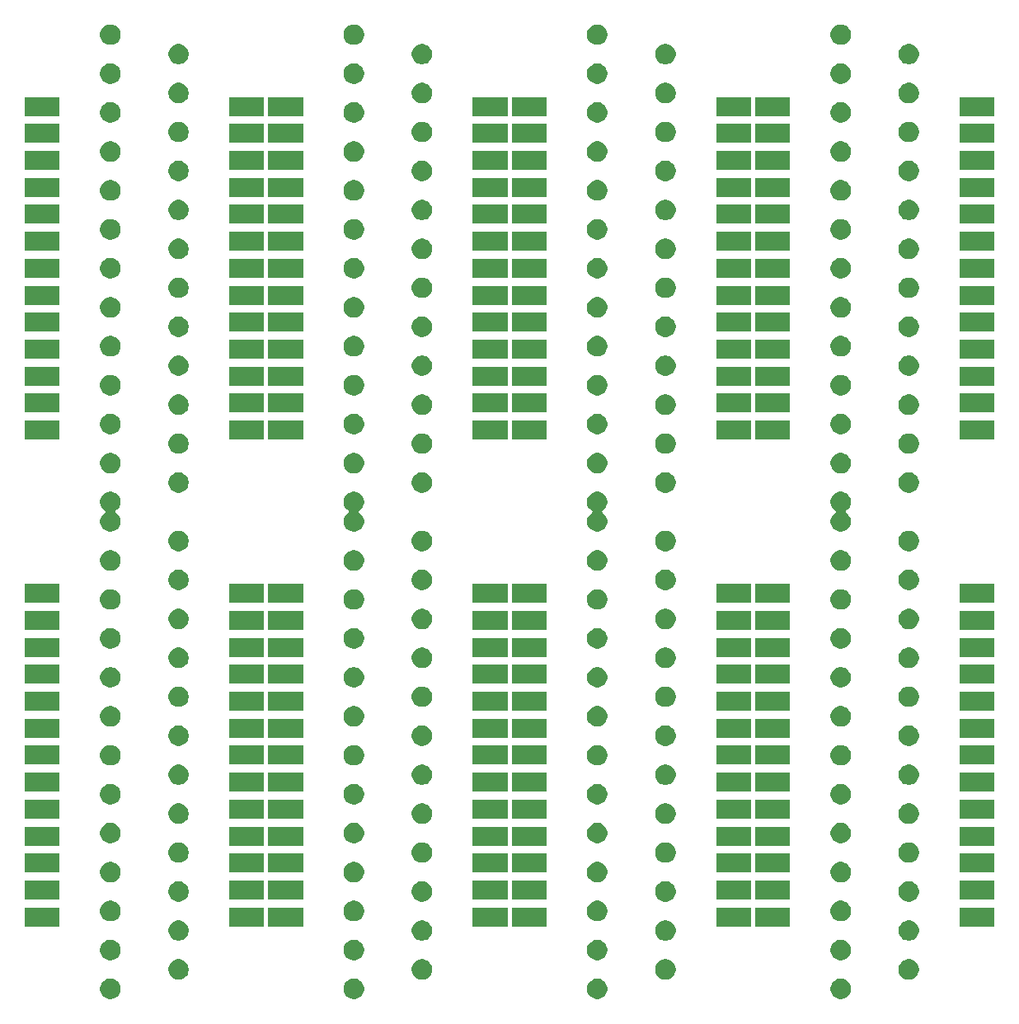
<source format=gts>
G04 #@! TF.GenerationSoftware,KiCad,Pcbnew,(5.1.5)-3*
G04 #@! TF.CreationDate,2021-03-24T18:55:27+09:00*
G04 #@! TF.ProjectId,DSub25TestPoint(2x4),44537562-3235-4546-9573-74506f696e74,rev?*
G04 #@! TF.SameCoordinates,Original*
G04 #@! TF.FileFunction,Soldermask,Top*
G04 #@! TF.FilePolarity,Negative*
%FSLAX46Y46*%
G04 Gerber Fmt 4.6, Leading zero omitted, Abs format (unit mm)*
G04 Created by KiCad (PCBNEW (5.1.5)-3) date 2021-03-24 18:55:27*
%MOMM*%
%LPD*%
G04 APERTURE LIST*
%ADD10C,0.100000*%
G04 APERTURE END LIST*
D10*
G36*
X64306564Y-127989389D02*
G01*
X64497833Y-128068615D01*
X64497835Y-128068616D01*
X64669973Y-128183635D01*
X64816365Y-128330027D01*
X64931385Y-128502167D01*
X65010611Y-128693436D01*
X65051000Y-128896484D01*
X65051000Y-129103516D01*
X65010611Y-129306564D01*
X64931385Y-129497833D01*
X64931384Y-129497835D01*
X64816365Y-129669973D01*
X64669973Y-129816365D01*
X64497835Y-129931384D01*
X64497834Y-129931385D01*
X64497833Y-129931385D01*
X64306564Y-130010611D01*
X64103516Y-130051000D01*
X63896484Y-130051000D01*
X63693436Y-130010611D01*
X63502167Y-129931385D01*
X63502166Y-129931385D01*
X63502165Y-129931384D01*
X63330027Y-129816365D01*
X63183635Y-129669973D01*
X63068616Y-129497835D01*
X63068615Y-129497833D01*
X62989389Y-129306564D01*
X62949000Y-129103516D01*
X62949000Y-128896484D01*
X62989389Y-128693436D01*
X63068615Y-128502167D01*
X63183635Y-128330027D01*
X63330027Y-128183635D01*
X63502165Y-128068616D01*
X63502167Y-128068615D01*
X63693436Y-127989389D01*
X63896484Y-127949000D01*
X64103516Y-127949000D01*
X64306564Y-127989389D01*
G37*
G36*
X89306564Y-127989389D02*
G01*
X89497833Y-128068615D01*
X89497835Y-128068616D01*
X89669973Y-128183635D01*
X89816365Y-128330027D01*
X89931385Y-128502167D01*
X90010611Y-128693436D01*
X90051000Y-128896484D01*
X90051000Y-129103516D01*
X90010611Y-129306564D01*
X89931385Y-129497833D01*
X89931384Y-129497835D01*
X89816365Y-129669973D01*
X89669973Y-129816365D01*
X89497835Y-129931384D01*
X89497834Y-129931385D01*
X89497833Y-129931385D01*
X89306564Y-130010611D01*
X89103516Y-130051000D01*
X88896484Y-130051000D01*
X88693436Y-130010611D01*
X88502167Y-129931385D01*
X88502166Y-129931385D01*
X88502165Y-129931384D01*
X88330027Y-129816365D01*
X88183635Y-129669973D01*
X88068616Y-129497835D01*
X88068615Y-129497833D01*
X87989389Y-129306564D01*
X87949000Y-129103516D01*
X87949000Y-128896484D01*
X87989389Y-128693436D01*
X88068615Y-128502167D01*
X88183635Y-128330027D01*
X88330027Y-128183635D01*
X88502165Y-128068616D01*
X88502167Y-128068615D01*
X88693436Y-127989389D01*
X88896484Y-127949000D01*
X89103516Y-127949000D01*
X89306564Y-127989389D01*
G37*
G36*
X114306564Y-127989389D02*
G01*
X114497833Y-128068615D01*
X114497835Y-128068616D01*
X114669973Y-128183635D01*
X114816365Y-128330027D01*
X114931385Y-128502167D01*
X115010611Y-128693436D01*
X115051000Y-128896484D01*
X115051000Y-129103516D01*
X115010611Y-129306564D01*
X114931385Y-129497833D01*
X114931384Y-129497835D01*
X114816365Y-129669973D01*
X114669973Y-129816365D01*
X114497835Y-129931384D01*
X114497834Y-129931385D01*
X114497833Y-129931385D01*
X114306564Y-130010611D01*
X114103516Y-130051000D01*
X113896484Y-130051000D01*
X113693436Y-130010611D01*
X113502167Y-129931385D01*
X113502166Y-129931385D01*
X113502165Y-129931384D01*
X113330027Y-129816365D01*
X113183635Y-129669973D01*
X113068616Y-129497835D01*
X113068615Y-129497833D01*
X112989389Y-129306564D01*
X112949000Y-129103516D01*
X112949000Y-128896484D01*
X112989389Y-128693436D01*
X113068615Y-128502167D01*
X113183635Y-128330027D01*
X113330027Y-128183635D01*
X113502165Y-128068616D01*
X113502167Y-128068615D01*
X113693436Y-127989389D01*
X113896484Y-127949000D01*
X114103516Y-127949000D01*
X114306564Y-127989389D01*
G37*
G36*
X39306564Y-127989389D02*
G01*
X39497833Y-128068615D01*
X39497835Y-128068616D01*
X39669973Y-128183635D01*
X39816365Y-128330027D01*
X39931385Y-128502167D01*
X40010611Y-128693436D01*
X40051000Y-128896484D01*
X40051000Y-129103516D01*
X40010611Y-129306564D01*
X39931385Y-129497833D01*
X39931384Y-129497835D01*
X39816365Y-129669973D01*
X39669973Y-129816365D01*
X39497835Y-129931384D01*
X39497834Y-129931385D01*
X39497833Y-129931385D01*
X39306564Y-130010611D01*
X39103516Y-130051000D01*
X38896484Y-130051000D01*
X38693436Y-130010611D01*
X38502167Y-129931385D01*
X38502166Y-129931385D01*
X38502165Y-129931384D01*
X38330027Y-129816365D01*
X38183635Y-129669973D01*
X38068616Y-129497835D01*
X38068615Y-129497833D01*
X37989389Y-129306564D01*
X37949000Y-129103516D01*
X37949000Y-128896484D01*
X37989389Y-128693436D01*
X38068615Y-128502167D01*
X38183635Y-128330027D01*
X38330027Y-128183635D01*
X38502165Y-128068616D01*
X38502167Y-128068615D01*
X38693436Y-127989389D01*
X38896484Y-127949000D01*
X39103516Y-127949000D01*
X39306564Y-127989389D01*
G37*
G36*
X121306564Y-125989389D02*
G01*
X121497833Y-126068615D01*
X121497835Y-126068616D01*
X121669973Y-126183635D01*
X121816365Y-126330027D01*
X121931385Y-126502167D01*
X122010611Y-126693436D01*
X122051000Y-126896484D01*
X122051000Y-127103516D01*
X122010611Y-127306564D01*
X121931385Y-127497833D01*
X121931384Y-127497835D01*
X121816365Y-127669973D01*
X121669973Y-127816365D01*
X121497835Y-127931384D01*
X121497834Y-127931385D01*
X121497833Y-127931385D01*
X121306564Y-128010611D01*
X121103516Y-128051000D01*
X120896484Y-128051000D01*
X120693436Y-128010611D01*
X120502167Y-127931385D01*
X120502166Y-127931385D01*
X120502165Y-127931384D01*
X120330027Y-127816365D01*
X120183635Y-127669973D01*
X120068616Y-127497835D01*
X120068615Y-127497833D01*
X119989389Y-127306564D01*
X119949000Y-127103516D01*
X119949000Y-126896484D01*
X119989389Y-126693436D01*
X120068615Y-126502167D01*
X120183635Y-126330027D01*
X120330027Y-126183635D01*
X120502165Y-126068616D01*
X120502167Y-126068615D01*
X120693436Y-125989389D01*
X120896484Y-125949000D01*
X121103516Y-125949000D01*
X121306564Y-125989389D01*
G37*
G36*
X46306564Y-125989389D02*
G01*
X46497833Y-126068615D01*
X46497835Y-126068616D01*
X46669973Y-126183635D01*
X46816365Y-126330027D01*
X46931385Y-126502167D01*
X47010611Y-126693436D01*
X47051000Y-126896484D01*
X47051000Y-127103516D01*
X47010611Y-127306564D01*
X46931385Y-127497833D01*
X46931384Y-127497835D01*
X46816365Y-127669973D01*
X46669973Y-127816365D01*
X46497835Y-127931384D01*
X46497834Y-127931385D01*
X46497833Y-127931385D01*
X46306564Y-128010611D01*
X46103516Y-128051000D01*
X45896484Y-128051000D01*
X45693436Y-128010611D01*
X45502167Y-127931385D01*
X45502166Y-127931385D01*
X45502165Y-127931384D01*
X45330027Y-127816365D01*
X45183635Y-127669973D01*
X45068616Y-127497835D01*
X45068615Y-127497833D01*
X44989389Y-127306564D01*
X44949000Y-127103516D01*
X44949000Y-126896484D01*
X44989389Y-126693436D01*
X45068615Y-126502167D01*
X45183635Y-126330027D01*
X45330027Y-126183635D01*
X45502165Y-126068616D01*
X45502167Y-126068615D01*
X45693436Y-125989389D01*
X45896484Y-125949000D01*
X46103516Y-125949000D01*
X46306564Y-125989389D01*
G37*
G36*
X71306564Y-125989389D02*
G01*
X71497833Y-126068615D01*
X71497835Y-126068616D01*
X71669973Y-126183635D01*
X71816365Y-126330027D01*
X71931385Y-126502167D01*
X72010611Y-126693436D01*
X72051000Y-126896484D01*
X72051000Y-127103516D01*
X72010611Y-127306564D01*
X71931385Y-127497833D01*
X71931384Y-127497835D01*
X71816365Y-127669973D01*
X71669973Y-127816365D01*
X71497835Y-127931384D01*
X71497834Y-127931385D01*
X71497833Y-127931385D01*
X71306564Y-128010611D01*
X71103516Y-128051000D01*
X70896484Y-128051000D01*
X70693436Y-128010611D01*
X70502167Y-127931385D01*
X70502166Y-127931385D01*
X70502165Y-127931384D01*
X70330027Y-127816365D01*
X70183635Y-127669973D01*
X70068616Y-127497835D01*
X70068615Y-127497833D01*
X69989389Y-127306564D01*
X69949000Y-127103516D01*
X69949000Y-126896484D01*
X69989389Y-126693436D01*
X70068615Y-126502167D01*
X70183635Y-126330027D01*
X70330027Y-126183635D01*
X70502165Y-126068616D01*
X70502167Y-126068615D01*
X70693436Y-125989389D01*
X70896484Y-125949000D01*
X71103516Y-125949000D01*
X71306564Y-125989389D01*
G37*
G36*
X96306564Y-125989389D02*
G01*
X96497833Y-126068615D01*
X96497835Y-126068616D01*
X96669973Y-126183635D01*
X96816365Y-126330027D01*
X96931385Y-126502167D01*
X97010611Y-126693436D01*
X97051000Y-126896484D01*
X97051000Y-127103516D01*
X97010611Y-127306564D01*
X96931385Y-127497833D01*
X96931384Y-127497835D01*
X96816365Y-127669973D01*
X96669973Y-127816365D01*
X96497835Y-127931384D01*
X96497834Y-127931385D01*
X96497833Y-127931385D01*
X96306564Y-128010611D01*
X96103516Y-128051000D01*
X95896484Y-128051000D01*
X95693436Y-128010611D01*
X95502167Y-127931385D01*
X95502166Y-127931385D01*
X95502165Y-127931384D01*
X95330027Y-127816365D01*
X95183635Y-127669973D01*
X95068616Y-127497835D01*
X95068615Y-127497833D01*
X94989389Y-127306564D01*
X94949000Y-127103516D01*
X94949000Y-126896484D01*
X94989389Y-126693436D01*
X95068615Y-126502167D01*
X95183635Y-126330027D01*
X95330027Y-126183635D01*
X95502165Y-126068616D01*
X95502167Y-126068615D01*
X95693436Y-125989389D01*
X95896484Y-125949000D01*
X96103516Y-125949000D01*
X96306564Y-125989389D01*
G37*
G36*
X89306564Y-123989389D02*
G01*
X89497833Y-124068615D01*
X89497835Y-124068616D01*
X89669973Y-124183635D01*
X89816365Y-124330027D01*
X89931385Y-124502167D01*
X90010611Y-124693436D01*
X90051000Y-124896484D01*
X90051000Y-125103516D01*
X90010611Y-125306564D01*
X89931385Y-125497833D01*
X89931384Y-125497835D01*
X89816365Y-125669973D01*
X89669973Y-125816365D01*
X89497835Y-125931384D01*
X89497834Y-125931385D01*
X89497833Y-125931385D01*
X89306564Y-126010611D01*
X89103516Y-126051000D01*
X88896484Y-126051000D01*
X88693436Y-126010611D01*
X88502167Y-125931385D01*
X88502166Y-125931385D01*
X88502165Y-125931384D01*
X88330027Y-125816365D01*
X88183635Y-125669973D01*
X88068616Y-125497835D01*
X88068615Y-125497833D01*
X87989389Y-125306564D01*
X87949000Y-125103516D01*
X87949000Y-124896484D01*
X87989389Y-124693436D01*
X88068615Y-124502167D01*
X88183635Y-124330027D01*
X88330027Y-124183635D01*
X88502165Y-124068616D01*
X88502167Y-124068615D01*
X88693436Y-123989389D01*
X88896484Y-123949000D01*
X89103516Y-123949000D01*
X89306564Y-123989389D01*
G37*
G36*
X114306564Y-123989389D02*
G01*
X114497833Y-124068615D01*
X114497835Y-124068616D01*
X114669973Y-124183635D01*
X114816365Y-124330027D01*
X114931385Y-124502167D01*
X115010611Y-124693436D01*
X115051000Y-124896484D01*
X115051000Y-125103516D01*
X115010611Y-125306564D01*
X114931385Y-125497833D01*
X114931384Y-125497835D01*
X114816365Y-125669973D01*
X114669973Y-125816365D01*
X114497835Y-125931384D01*
X114497834Y-125931385D01*
X114497833Y-125931385D01*
X114306564Y-126010611D01*
X114103516Y-126051000D01*
X113896484Y-126051000D01*
X113693436Y-126010611D01*
X113502167Y-125931385D01*
X113502166Y-125931385D01*
X113502165Y-125931384D01*
X113330027Y-125816365D01*
X113183635Y-125669973D01*
X113068616Y-125497835D01*
X113068615Y-125497833D01*
X112989389Y-125306564D01*
X112949000Y-125103516D01*
X112949000Y-124896484D01*
X112989389Y-124693436D01*
X113068615Y-124502167D01*
X113183635Y-124330027D01*
X113330027Y-124183635D01*
X113502165Y-124068616D01*
X113502167Y-124068615D01*
X113693436Y-123989389D01*
X113896484Y-123949000D01*
X114103516Y-123949000D01*
X114306564Y-123989389D01*
G37*
G36*
X64306564Y-123989389D02*
G01*
X64497833Y-124068615D01*
X64497835Y-124068616D01*
X64669973Y-124183635D01*
X64816365Y-124330027D01*
X64931385Y-124502167D01*
X65010611Y-124693436D01*
X65051000Y-124896484D01*
X65051000Y-125103516D01*
X65010611Y-125306564D01*
X64931385Y-125497833D01*
X64931384Y-125497835D01*
X64816365Y-125669973D01*
X64669973Y-125816365D01*
X64497835Y-125931384D01*
X64497834Y-125931385D01*
X64497833Y-125931385D01*
X64306564Y-126010611D01*
X64103516Y-126051000D01*
X63896484Y-126051000D01*
X63693436Y-126010611D01*
X63502167Y-125931385D01*
X63502166Y-125931385D01*
X63502165Y-125931384D01*
X63330027Y-125816365D01*
X63183635Y-125669973D01*
X63068616Y-125497835D01*
X63068615Y-125497833D01*
X62989389Y-125306564D01*
X62949000Y-125103516D01*
X62949000Y-124896484D01*
X62989389Y-124693436D01*
X63068615Y-124502167D01*
X63183635Y-124330027D01*
X63330027Y-124183635D01*
X63502165Y-124068616D01*
X63502167Y-124068615D01*
X63693436Y-123989389D01*
X63896484Y-123949000D01*
X64103516Y-123949000D01*
X64306564Y-123989389D01*
G37*
G36*
X39306564Y-123989389D02*
G01*
X39497833Y-124068615D01*
X39497835Y-124068616D01*
X39669973Y-124183635D01*
X39816365Y-124330027D01*
X39931385Y-124502167D01*
X40010611Y-124693436D01*
X40051000Y-124896484D01*
X40051000Y-125103516D01*
X40010611Y-125306564D01*
X39931385Y-125497833D01*
X39931384Y-125497835D01*
X39816365Y-125669973D01*
X39669973Y-125816365D01*
X39497835Y-125931384D01*
X39497834Y-125931385D01*
X39497833Y-125931385D01*
X39306564Y-126010611D01*
X39103516Y-126051000D01*
X38896484Y-126051000D01*
X38693436Y-126010611D01*
X38502167Y-125931385D01*
X38502166Y-125931385D01*
X38502165Y-125931384D01*
X38330027Y-125816365D01*
X38183635Y-125669973D01*
X38068616Y-125497835D01*
X38068615Y-125497833D01*
X37989389Y-125306564D01*
X37949000Y-125103516D01*
X37949000Y-124896484D01*
X37989389Y-124693436D01*
X38068615Y-124502167D01*
X38183635Y-124330027D01*
X38330027Y-124183635D01*
X38502165Y-124068616D01*
X38502167Y-124068615D01*
X38693436Y-123989389D01*
X38896484Y-123949000D01*
X39103516Y-123949000D01*
X39306564Y-123989389D01*
G37*
G36*
X71306564Y-121989389D02*
G01*
X71497833Y-122068615D01*
X71497835Y-122068616D01*
X71669973Y-122183635D01*
X71816365Y-122330027D01*
X71931385Y-122502167D01*
X72010611Y-122693436D01*
X72051000Y-122896484D01*
X72051000Y-123103516D01*
X72010611Y-123306564D01*
X71931385Y-123497833D01*
X71931384Y-123497835D01*
X71816365Y-123669973D01*
X71669973Y-123816365D01*
X71497835Y-123931384D01*
X71497834Y-123931385D01*
X71497833Y-123931385D01*
X71306564Y-124010611D01*
X71103516Y-124051000D01*
X70896484Y-124051000D01*
X70693436Y-124010611D01*
X70502167Y-123931385D01*
X70502166Y-123931385D01*
X70502165Y-123931384D01*
X70330027Y-123816365D01*
X70183635Y-123669973D01*
X70068616Y-123497835D01*
X70068615Y-123497833D01*
X69989389Y-123306564D01*
X69949000Y-123103516D01*
X69949000Y-122896484D01*
X69989389Y-122693436D01*
X70068615Y-122502167D01*
X70183635Y-122330027D01*
X70330027Y-122183635D01*
X70502165Y-122068616D01*
X70502167Y-122068615D01*
X70693436Y-121989389D01*
X70896484Y-121949000D01*
X71103516Y-121949000D01*
X71306564Y-121989389D01*
G37*
G36*
X96306564Y-121989389D02*
G01*
X96497833Y-122068615D01*
X96497835Y-122068616D01*
X96669973Y-122183635D01*
X96816365Y-122330027D01*
X96931385Y-122502167D01*
X97010611Y-122693436D01*
X97051000Y-122896484D01*
X97051000Y-123103516D01*
X97010611Y-123306564D01*
X96931385Y-123497833D01*
X96931384Y-123497835D01*
X96816365Y-123669973D01*
X96669973Y-123816365D01*
X96497835Y-123931384D01*
X96497834Y-123931385D01*
X96497833Y-123931385D01*
X96306564Y-124010611D01*
X96103516Y-124051000D01*
X95896484Y-124051000D01*
X95693436Y-124010611D01*
X95502167Y-123931385D01*
X95502166Y-123931385D01*
X95502165Y-123931384D01*
X95330027Y-123816365D01*
X95183635Y-123669973D01*
X95068616Y-123497835D01*
X95068615Y-123497833D01*
X94989389Y-123306564D01*
X94949000Y-123103516D01*
X94949000Y-122896484D01*
X94989389Y-122693436D01*
X95068615Y-122502167D01*
X95183635Y-122330027D01*
X95330027Y-122183635D01*
X95502165Y-122068616D01*
X95502167Y-122068615D01*
X95693436Y-121989389D01*
X95896484Y-121949000D01*
X96103516Y-121949000D01*
X96306564Y-121989389D01*
G37*
G36*
X46306564Y-121989389D02*
G01*
X46497833Y-122068615D01*
X46497835Y-122068616D01*
X46669973Y-122183635D01*
X46816365Y-122330027D01*
X46931385Y-122502167D01*
X47010611Y-122693436D01*
X47051000Y-122896484D01*
X47051000Y-123103516D01*
X47010611Y-123306564D01*
X46931385Y-123497833D01*
X46931384Y-123497835D01*
X46816365Y-123669973D01*
X46669973Y-123816365D01*
X46497835Y-123931384D01*
X46497834Y-123931385D01*
X46497833Y-123931385D01*
X46306564Y-124010611D01*
X46103516Y-124051000D01*
X45896484Y-124051000D01*
X45693436Y-124010611D01*
X45502167Y-123931385D01*
X45502166Y-123931385D01*
X45502165Y-123931384D01*
X45330027Y-123816365D01*
X45183635Y-123669973D01*
X45068616Y-123497835D01*
X45068615Y-123497833D01*
X44989389Y-123306564D01*
X44949000Y-123103516D01*
X44949000Y-122896484D01*
X44989389Y-122693436D01*
X45068615Y-122502167D01*
X45183635Y-122330027D01*
X45330027Y-122183635D01*
X45502165Y-122068616D01*
X45502167Y-122068615D01*
X45693436Y-121989389D01*
X45896484Y-121949000D01*
X46103516Y-121949000D01*
X46306564Y-121989389D01*
G37*
G36*
X121306564Y-121989389D02*
G01*
X121497833Y-122068615D01*
X121497835Y-122068616D01*
X121669973Y-122183635D01*
X121816365Y-122330027D01*
X121931385Y-122502167D01*
X122010611Y-122693436D01*
X122051000Y-122896484D01*
X122051000Y-123103516D01*
X122010611Y-123306564D01*
X121931385Y-123497833D01*
X121931384Y-123497835D01*
X121816365Y-123669973D01*
X121669973Y-123816365D01*
X121497835Y-123931384D01*
X121497834Y-123931385D01*
X121497833Y-123931385D01*
X121306564Y-124010611D01*
X121103516Y-124051000D01*
X120896484Y-124051000D01*
X120693436Y-124010611D01*
X120502167Y-123931385D01*
X120502166Y-123931385D01*
X120502165Y-123931384D01*
X120330027Y-123816365D01*
X120183635Y-123669973D01*
X120068616Y-123497835D01*
X120068615Y-123497833D01*
X119989389Y-123306564D01*
X119949000Y-123103516D01*
X119949000Y-122896484D01*
X119989389Y-122693436D01*
X120068615Y-122502167D01*
X120183635Y-122330027D01*
X120330027Y-122183635D01*
X120502165Y-122068616D01*
X120502167Y-122068615D01*
X120693436Y-121989389D01*
X120896484Y-121949000D01*
X121103516Y-121949000D01*
X121306564Y-121989389D01*
G37*
G36*
X108791000Y-122594333D02*
G01*
X105209000Y-122594333D01*
X105209000Y-120645667D01*
X108791000Y-120645667D01*
X108791000Y-122594333D01*
G37*
G36*
X79791000Y-122594333D02*
G01*
X76209000Y-122594333D01*
X76209000Y-120645667D01*
X79791000Y-120645667D01*
X79791000Y-122594333D01*
G37*
G36*
X129791000Y-122594333D02*
G01*
X126209000Y-122594333D01*
X126209000Y-120645667D01*
X129791000Y-120645667D01*
X129791000Y-122594333D01*
G37*
G36*
X58791000Y-122594333D02*
G01*
X55209000Y-122594333D01*
X55209000Y-120645667D01*
X58791000Y-120645667D01*
X58791000Y-122594333D01*
G37*
G36*
X104791000Y-122594333D02*
G01*
X101209000Y-122594333D01*
X101209000Y-120645667D01*
X104791000Y-120645667D01*
X104791000Y-122594333D01*
G37*
G36*
X54791000Y-122594333D02*
G01*
X51209000Y-122594333D01*
X51209000Y-120645667D01*
X54791000Y-120645667D01*
X54791000Y-122594333D01*
G37*
G36*
X33791000Y-122594333D02*
G01*
X30209000Y-122594333D01*
X30209000Y-120645667D01*
X33791000Y-120645667D01*
X33791000Y-122594333D01*
G37*
G36*
X83791000Y-122594333D02*
G01*
X80209000Y-122594333D01*
X80209000Y-120645667D01*
X83791000Y-120645667D01*
X83791000Y-122594333D01*
G37*
G36*
X64306564Y-119989389D02*
G01*
X64497833Y-120068615D01*
X64497835Y-120068616D01*
X64669973Y-120183635D01*
X64816365Y-120330027D01*
X64931385Y-120502167D01*
X65010611Y-120693436D01*
X65051000Y-120896484D01*
X65051000Y-121103516D01*
X65010611Y-121306564D01*
X64931385Y-121497833D01*
X64931384Y-121497835D01*
X64816365Y-121669973D01*
X64669973Y-121816365D01*
X64497835Y-121931384D01*
X64497834Y-121931385D01*
X64497833Y-121931385D01*
X64306564Y-122010611D01*
X64103516Y-122051000D01*
X63896484Y-122051000D01*
X63693436Y-122010611D01*
X63502167Y-121931385D01*
X63502166Y-121931385D01*
X63502165Y-121931384D01*
X63330027Y-121816365D01*
X63183635Y-121669973D01*
X63068616Y-121497835D01*
X63068615Y-121497833D01*
X62989389Y-121306564D01*
X62949000Y-121103516D01*
X62949000Y-120896484D01*
X62989389Y-120693436D01*
X63068615Y-120502167D01*
X63183635Y-120330027D01*
X63330027Y-120183635D01*
X63502165Y-120068616D01*
X63502167Y-120068615D01*
X63693436Y-119989389D01*
X63896484Y-119949000D01*
X64103516Y-119949000D01*
X64306564Y-119989389D01*
G37*
G36*
X89306564Y-119989389D02*
G01*
X89497833Y-120068615D01*
X89497835Y-120068616D01*
X89669973Y-120183635D01*
X89816365Y-120330027D01*
X89931385Y-120502167D01*
X90010611Y-120693436D01*
X90051000Y-120896484D01*
X90051000Y-121103516D01*
X90010611Y-121306564D01*
X89931385Y-121497833D01*
X89931384Y-121497835D01*
X89816365Y-121669973D01*
X89669973Y-121816365D01*
X89497835Y-121931384D01*
X89497834Y-121931385D01*
X89497833Y-121931385D01*
X89306564Y-122010611D01*
X89103516Y-122051000D01*
X88896484Y-122051000D01*
X88693436Y-122010611D01*
X88502167Y-121931385D01*
X88502166Y-121931385D01*
X88502165Y-121931384D01*
X88330027Y-121816365D01*
X88183635Y-121669973D01*
X88068616Y-121497835D01*
X88068615Y-121497833D01*
X87989389Y-121306564D01*
X87949000Y-121103516D01*
X87949000Y-120896484D01*
X87989389Y-120693436D01*
X88068615Y-120502167D01*
X88183635Y-120330027D01*
X88330027Y-120183635D01*
X88502165Y-120068616D01*
X88502167Y-120068615D01*
X88693436Y-119989389D01*
X88896484Y-119949000D01*
X89103516Y-119949000D01*
X89306564Y-119989389D01*
G37*
G36*
X39306564Y-119989389D02*
G01*
X39497833Y-120068615D01*
X39497835Y-120068616D01*
X39669973Y-120183635D01*
X39816365Y-120330027D01*
X39931385Y-120502167D01*
X40010611Y-120693436D01*
X40051000Y-120896484D01*
X40051000Y-121103516D01*
X40010611Y-121306564D01*
X39931385Y-121497833D01*
X39931384Y-121497835D01*
X39816365Y-121669973D01*
X39669973Y-121816365D01*
X39497835Y-121931384D01*
X39497834Y-121931385D01*
X39497833Y-121931385D01*
X39306564Y-122010611D01*
X39103516Y-122051000D01*
X38896484Y-122051000D01*
X38693436Y-122010611D01*
X38502167Y-121931385D01*
X38502166Y-121931385D01*
X38502165Y-121931384D01*
X38330027Y-121816365D01*
X38183635Y-121669973D01*
X38068616Y-121497835D01*
X38068615Y-121497833D01*
X37989389Y-121306564D01*
X37949000Y-121103516D01*
X37949000Y-120896484D01*
X37989389Y-120693436D01*
X38068615Y-120502167D01*
X38183635Y-120330027D01*
X38330027Y-120183635D01*
X38502165Y-120068616D01*
X38502167Y-120068615D01*
X38693436Y-119989389D01*
X38896484Y-119949000D01*
X39103516Y-119949000D01*
X39306564Y-119989389D01*
G37*
G36*
X114306564Y-119989389D02*
G01*
X114497833Y-120068615D01*
X114497835Y-120068616D01*
X114669973Y-120183635D01*
X114816365Y-120330027D01*
X114931385Y-120502167D01*
X115010611Y-120693436D01*
X115051000Y-120896484D01*
X115051000Y-121103516D01*
X115010611Y-121306564D01*
X114931385Y-121497833D01*
X114931384Y-121497835D01*
X114816365Y-121669973D01*
X114669973Y-121816365D01*
X114497835Y-121931384D01*
X114497834Y-121931385D01*
X114497833Y-121931385D01*
X114306564Y-122010611D01*
X114103516Y-122051000D01*
X113896484Y-122051000D01*
X113693436Y-122010611D01*
X113502167Y-121931385D01*
X113502166Y-121931385D01*
X113502165Y-121931384D01*
X113330027Y-121816365D01*
X113183635Y-121669973D01*
X113068616Y-121497835D01*
X113068615Y-121497833D01*
X112989389Y-121306564D01*
X112949000Y-121103516D01*
X112949000Y-120896484D01*
X112989389Y-120693436D01*
X113068615Y-120502167D01*
X113183635Y-120330027D01*
X113330027Y-120183635D01*
X113502165Y-120068616D01*
X113502167Y-120068615D01*
X113693436Y-119989389D01*
X113896484Y-119949000D01*
X114103516Y-119949000D01*
X114306564Y-119989389D01*
G37*
G36*
X71306564Y-117989389D02*
G01*
X71497833Y-118068615D01*
X71497835Y-118068616D01*
X71669973Y-118183635D01*
X71816365Y-118330027D01*
X71931385Y-118502167D01*
X72010611Y-118693436D01*
X72051000Y-118896484D01*
X72051000Y-119103516D01*
X72010611Y-119306564D01*
X71931385Y-119497833D01*
X71931384Y-119497835D01*
X71816365Y-119669973D01*
X71669973Y-119816365D01*
X71497835Y-119931384D01*
X71497834Y-119931385D01*
X71497833Y-119931385D01*
X71306564Y-120010611D01*
X71103516Y-120051000D01*
X70896484Y-120051000D01*
X70693436Y-120010611D01*
X70502167Y-119931385D01*
X70502166Y-119931385D01*
X70502165Y-119931384D01*
X70330027Y-119816365D01*
X70183635Y-119669973D01*
X70068616Y-119497835D01*
X70068615Y-119497833D01*
X69989389Y-119306564D01*
X69949000Y-119103516D01*
X69949000Y-118896484D01*
X69989389Y-118693436D01*
X70068615Y-118502167D01*
X70183635Y-118330027D01*
X70330027Y-118183635D01*
X70502165Y-118068616D01*
X70502167Y-118068615D01*
X70693436Y-117989389D01*
X70896484Y-117949000D01*
X71103516Y-117949000D01*
X71306564Y-117989389D01*
G37*
G36*
X121306564Y-117989389D02*
G01*
X121497833Y-118068615D01*
X121497835Y-118068616D01*
X121669973Y-118183635D01*
X121816365Y-118330027D01*
X121931385Y-118502167D01*
X122010611Y-118693436D01*
X122051000Y-118896484D01*
X122051000Y-119103516D01*
X122010611Y-119306564D01*
X121931385Y-119497833D01*
X121931384Y-119497835D01*
X121816365Y-119669973D01*
X121669973Y-119816365D01*
X121497835Y-119931384D01*
X121497834Y-119931385D01*
X121497833Y-119931385D01*
X121306564Y-120010611D01*
X121103516Y-120051000D01*
X120896484Y-120051000D01*
X120693436Y-120010611D01*
X120502167Y-119931385D01*
X120502166Y-119931385D01*
X120502165Y-119931384D01*
X120330027Y-119816365D01*
X120183635Y-119669973D01*
X120068616Y-119497835D01*
X120068615Y-119497833D01*
X119989389Y-119306564D01*
X119949000Y-119103516D01*
X119949000Y-118896484D01*
X119989389Y-118693436D01*
X120068615Y-118502167D01*
X120183635Y-118330027D01*
X120330027Y-118183635D01*
X120502165Y-118068616D01*
X120502167Y-118068615D01*
X120693436Y-117989389D01*
X120896484Y-117949000D01*
X121103516Y-117949000D01*
X121306564Y-117989389D01*
G37*
G36*
X96306564Y-117989389D02*
G01*
X96497833Y-118068615D01*
X96497835Y-118068616D01*
X96669973Y-118183635D01*
X96816365Y-118330027D01*
X96931385Y-118502167D01*
X97010611Y-118693436D01*
X97051000Y-118896484D01*
X97051000Y-119103516D01*
X97010611Y-119306564D01*
X96931385Y-119497833D01*
X96931384Y-119497835D01*
X96816365Y-119669973D01*
X96669973Y-119816365D01*
X96497835Y-119931384D01*
X96497834Y-119931385D01*
X96497833Y-119931385D01*
X96306564Y-120010611D01*
X96103516Y-120051000D01*
X95896484Y-120051000D01*
X95693436Y-120010611D01*
X95502167Y-119931385D01*
X95502166Y-119931385D01*
X95502165Y-119931384D01*
X95330027Y-119816365D01*
X95183635Y-119669973D01*
X95068616Y-119497835D01*
X95068615Y-119497833D01*
X94989389Y-119306564D01*
X94949000Y-119103516D01*
X94949000Y-118896484D01*
X94989389Y-118693436D01*
X95068615Y-118502167D01*
X95183635Y-118330027D01*
X95330027Y-118183635D01*
X95502165Y-118068616D01*
X95502167Y-118068615D01*
X95693436Y-117989389D01*
X95896484Y-117949000D01*
X96103516Y-117949000D01*
X96306564Y-117989389D01*
G37*
G36*
X46306564Y-117989389D02*
G01*
X46497833Y-118068615D01*
X46497835Y-118068616D01*
X46669973Y-118183635D01*
X46816365Y-118330027D01*
X46931385Y-118502167D01*
X47010611Y-118693436D01*
X47051000Y-118896484D01*
X47051000Y-119103516D01*
X47010611Y-119306564D01*
X46931385Y-119497833D01*
X46931384Y-119497835D01*
X46816365Y-119669973D01*
X46669973Y-119816365D01*
X46497835Y-119931384D01*
X46497834Y-119931385D01*
X46497833Y-119931385D01*
X46306564Y-120010611D01*
X46103516Y-120051000D01*
X45896484Y-120051000D01*
X45693436Y-120010611D01*
X45502167Y-119931385D01*
X45502166Y-119931385D01*
X45502165Y-119931384D01*
X45330027Y-119816365D01*
X45183635Y-119669973D01*
X45068616Y-119497835D01*
X45068615Y-119497833D01*
X44989389Y-119306564D01*
X44949000Y-119103516D01*
X44949000Y-118896484D01*
X44989389Y-118693436D01*
X45068615Y-118502167D01*
X45183635Y-118330027D01*
X45330027Y-118183635D01*
X45502165Y-118068616D01*
X45502167Y-118068615D01*
X45693436Y-117989389D01*
X45896484Y-117949000D01*
X46103516Y-117949000D01*
X46306564Y-117989389D01*
G37*
G36*
X104791000Y-119824333D02*
G01*
X101209000Y-119824333D01*
X101209000Y-117875667D01*
X104791000Y-117875667D01*
X104791000Y-119824333D01*
G37*
G36*
X79791000Y-119824333D02*
G01*
X76209000Y-119824333D01*
X76209000Y-117875667D01*
X79791000Y-117875667D01*
X79791000Y-119824333D01*
G37*
G36*
X33791000Y-119824333D02*
G01*
X30209000Y-119824333D01*
X30209000Y-117875667D01*
X33791000Y-117875667D01*
X33791000Y-119824333D01*
G37*
G36*
X54791000Y-119824333D02*
G01*
X51209000Y-119824333D01*
X51209000Y-117875667D01*
X54791000Y-117875667D01*
X54791000Y-119824333D01*
G37*
G36*
X58791000Y-119824333D02*
G01*
X55209000Y-119824333D01*
X55209000Y-117875667D01*
X58791000Y-117875667D01*
X58791000Y-119824333D01*
G37*
G36*
X83791000Y-119824333D02*
G01*
X80209000Y-119824333D01*
X80209000Y-117875667D01*
X83791000Y-117875667D01*
X83791000Y-119824333D01*
G37*
G36*
X108791000Y-119824333D02*
G01*
X105209000Y-119824333D01*
X105209000Y-117875667D01*
X108791000Y-117875667D01*
X108791000Y-119824333D01*
G37*
G36*
X129791000Y-119824333D02*
G01*
X126209000Y-119824333D01*
X126209000Y-117875667D01*
X129791000Y-117875667D01*
X129791000Y-119824333D01*
G37*
G36*
X89306564Y-115989389D02*
G01*
X89497833Y-116068615D01*
X89497835Y-116068616D01*
X89669973Y-116183635D01*
X89816365Y-116330027D01*
X89931385Y-116502167D01*
X90010611Y-116693436D01*
X90051000Y-116896484D01*
X90051000Y-117103516D01*
X90010611Y-117306564D01*
X89931385Y-117497833D01*
X89931384Y-117497835D01*
X89816365Y-117669973D01*
X89669973Y-117816365D01*
X89497835Y-117931384D01*
X89497834Y-117931385D01*
X89497833Y-117931385D01*
X89306564Y-118010611D01*
X89103516Y-118051000D01*
X88896484Y-118051000D01*
X88693436Y-118010611D01*
X88502167Y-117931385D01*
X88502166Y-117931385D01*
X88502165Y-117931384D01*
X88330027Y-117816365D01*
X88183635Y-117669973D01*
X88068616Y-117497835D01*
X88068615Y-117497833D01*
X87989389Y-117306564D01*
X87949000Y-117103516D01*
X87949000Y-116896484D01*
X87989389Y-116693436D01*
X88068615Y-116502167D01*
X88183635Y-116330027D01*
X88330027Y-116183635D01*
X88502165Y-116068616D01*
X88502167Y-116068615D01*
X88693436Y-115989389D01*
X88896484Y-115949000D01*
X89103516Y-115949000D01*
X89306564Y-115989389D01*
G37*
G36*
X114306564Y-115989389D02*
G01*
X114497833Y-116068615D01*
X114497835Y-116068616D01*
X114669973Y-116183635D01*
X114816365Y-116330027D01*
X114931385Y-116502167D01*
X115010611Y-116693436D01*
X115051000Y-116896484D01*
X115051000Y-117103516D01*
X115010611Y-117306564D01*
X114931385Y-117497833D01*
X114931384Y-117497835D01*
X114816365Y-117669973D01*
X114669973Y-117816365D01*
X114497835Y-117931384D01*
X114497834Y-117931385D01*
X114497833Y-117931385D01*
X114306564Y-118010611D01*
X114103516Y-118051000D01*
X113896484Y-118051000D01*
X113693436Y-118010611D01*
X113502167Y-117931385D01*
X113502166Y-117931385D01*
X113502165Y-117931384D01*
X113330027Y-117816365D01*
X113183635Y-117669973D01*
X113068616Y-117497835D01*
X113068615Y-117497833D01*
X112989389Y-117306564D01*
X112949000Y-117103516D01*
X112949000Y-116896484D01*
X112989389Y-116693436D01*
X113068615Y-116502167D01*
X113183635Y-116330027D01*
X113330027Y-116183635D01*
X113502165Y-116068616D01*
X113502167Y-116068615D01*
X113693436Y-115989389D01*
X113896484Y-115949000D01*
X114103516Y-115949000D01*
X114306564Y-115989389D01*
G37*
G36*
X39306564Y-115989389D02*
G01*
X39497833Y-116068615D01*
X39497835Y-116068616D01*
X39669973Y-116183635D01*
X39816365Y-116330027D01*
X39931385Y-116502167D01*
X40010611Y-116693436D01*
X40051000Y-116896484D01*
X40051000Y-117103516D01*
X40010611Y-117306564D01*
X39931385Y-117497833D01*
X39931384Y-117497835D01*
X39816365Y-117669973D01*
X39669973Y-117816365D01*
X39497835Y-117931384D01*
X39497834Y-117931385D01*
X39497833Y-117931385D01*
X39306564Y-118010611D01*
X39103516Y-118051000D01*
X38896484Y-118051000D01*
X38693436Y-118010611D01*
X38502167Y-117931385D01*
X38502166Y-117931385D01*
X38502165Y-117931384D01*
X38330027Y-117816365D01*
X38183635Y-117669973D01*
X38068616Y-117497835D01*
X38068615Y-117497833D01*
X37989389Y-117306564D01*
X37949000Y-117103516D01*
X37949000Y-116896484D01*
X37989389Y-116693436D01*
X38068615Y-116502167D01*
X38183635Y-116330027D01*
X38330027Y-116183635D01*
X38502165Y-116068616D01*
X38502167Y-116068615D01*
X38693436Y-115989389D01*
X38896484Y-115949000D01*
X39103516Y-115949000D01*
X39306564Y-115989389D01*
G37*
G36*
X64306564Y-115989389D02*
G01*
X64497833Y-116068615D01*
X64497835Y-116068616D01*
X64669973Y-116183635D01*
X64816365Y-116330027D01*
X64931385Y-116502167D01*
X65010611Y-116693436D01*
X65051000Y-116896484D01*
X65051000Y-117103516D01*
X65010611Y-117306564D01*
X64931385Y-117497833D01*
X64931384Y-117497835D01*
X64816365Y-117669973D01*
X64669973Y-117816365D01*
X64497835Y-117931384D01*
X64497834Y-117931385D01*
X64497833Y-117931385D01*
X64306564Y-118010611D01*
X64103516Y-118051000D01*
X63896484Y-118051000D01*
X63693436Y-118010611D01*
X63502167Y-117931385D01*
X63502166Y-117931385D01*
X63502165Y-117931384D01*
X63330027Y-117816365D01*
X63183635Y-117669973D01*
X63068616Y-117497835D01*
X63068615Y-117497833D01*
X62989389Y-117306564D01*
X62949000Y-117103516D01*
X62949000Y-116896484D01*
X62989389Y-116693436D01*
X63068615Y-116502167D01*
X63183635Y-116330027D01*
X63330027Y-116183635D01*
X63502165Y-116068616D01*
X63502167Y-116068615D01*
X63693436Y-115989389D01*
X63896484Y-115949000D01*
X64103516Y-115949000D01*
X64306564Y-115989389D01*
G37*
G36*
X33791000Y-117054333D02*
G01*
X30209000Y-117054333D01*
X30209000Y-115105667D01*
X33791000Y-115105667D01*
X33791000Y-117054333D01*
G37*
G36*
X54791000Y-117054333D02*
G01*
X51209000Y-117054333D01*
X51209000Y-115105667D01*
X54791000Y-115105667D01*
X54791000Y-117054333D01*
G37*
G36*
X58791000Y-117054333D02*
G01*
X55209000Y-117054333D01*
X55209000Y-115105667D01*
X58791000Y-115105667D01*
X58791000Y-117054333D01*
G37*
G36*
X129791000Y-117054333D02*
G01*
X126209000Y-117054333D01*
X126209000Y-115105667D01*
X129791000Y-115105667D01*
X129791000Y-117054333D01*
G37*
G36*
X108791000Y-117054333D02*
G01*
X105209000Y-117054333D01*
X105209000Y-115105667D01*
X108791000Y-115105667D01*
X108791000Y-117054333D01*
G37*
G36*
X83791000Y-117054333D02*
G01*
X80209000Y-117054333D01*
X80209000Y-115105667D01*
X83791000Y-115105667D01*
X83791000Y-117054333D01*
G37*
G36*
X79791000Y-117054333D02*
G01*
X76209000Y-117054333D01*
X76209000Y-115105667D01*
X79791000Y-115105667D01*
X79791000Y-117054333D01*
G37*
G36*
X104791000Y-117054333D02*
G01*
X101209000Y-117054333D01*
X101209000Y-115105667D01*
X104791000Y-115105667D01*
X104791000Y-117054333D01*
G37*
G36*
X121306564Y-113989389D02*
G01*
X121497833Y-114068615D01*
X121497835Y-114068616D01*
X121669973Y-114183635D01*
X121816365Y-114330027D01*
X121931385Y-114502167D01*
X122010611Y-114693436D01*
X122051000Y-114896484D01*
X122051000Y-115103516D01*
X122010611Y-115306564D01*
X121931385Y-115497833D01*
X121931384Y-115497835D01*
X121816365Y-115669973D01*
X121669973Y-115816365D01*
X121497835Y-115931384D01*
X121497834Y-115931385D01*
X121497833Y-115931385D01*
X121306564Y-116010611D01*
X121103516Y-116051000D01*
X120896484Y-116051000D01*
X120693436Y-116010611D01*
X120502167Y-115931385D01*
X120502166Y-115931385D01*
X120502165Y-115931384D01*
X120330027Y-115816365D01*
X120183635Y-115669973D01*
X120068616Y-115497835D01*
X120068615Y-115497833D01*
X119989389Y-115306564D01*
X119949000Y-115103516D01*
X119949000Y-114896484D01*
X119989389Y-114693436D01*
X120068615Y-114502167D01*
X120183635Y-114330027D01*
X120330027Y-114183635D01*
X120502165Y-114068616D01*
X120502167Y-114068615D01*
X120693436Y-113989389D01*
X120896484Y-113949000D01*
X121103516Y-113949000D01*
X121306564Y-113989389D01*
G37*
G36*
X46306564Y-113989389D02*
G01*
X46497833Y-114068615D01*
X46497835Y-114068616D01*
X46669973Y-114183635D01*
X46816365Y-114330027D01*
X46931385Y-114502167D01*
X47010611Y-114693436D01*
X47051000Y-114896484D01*
X47051000Y-115103516D01*
X47010611Y-115306564D01*
X46931385Y-115497833D01*
X46931384Y-115497835D01*
X46816365Y-115669973D01*
X46669973Y-115816365D01*
X46497835Y-115931384D01*
X46497834Y-115931385D01*
X46497833Y-115931385D01*
X46306564Y-116010611D01*
X46103516Y-116051000D01*
X45896484Y-116051000D01*
X45693436Y-116010611D01*
X45502167Y-115931385D01*
X45502166Y-115931385D01*
X45502165Y-115931384D01*
X45330027Y-115816365D01*
X45183635Y-115669973D01*
X45068616Y-115497835D01*
X45068615Y-115497833D01*
X44989389Y-115306564D01*
X44949000Y-115103516D01*
X44949000Y-114896484D01*
X44989389Y-114693436D01*
X45068615Y-114502167D01*
X45183635Y-114330027D01*
X45330027Y-114183635D01*
X45502165Y-114068616D01*
X45502167Y-114068615D01*
X45693436Y-113989389D01*
X45896484Y-113949000D01*
X46103516Y-113949000D01*
X46306564Y-113989389D01*
G37*
G36*
X96306564Y-113989389D02*
G01*
X96497833Y-114068615D01*
X96497835Y-114068616D01*
X96669973Y-114183635D01*
X96816365Y-114330027D01*
X96931385Y-114502167D01*
X97010611Y-114693436D01*
X97051000Y-114896484D01*
X97051000Y-115103516D01*
X97010611Y-115306564D01*
X96931385Y-115497833D01*
X96931384Y-115497835D01*
X96816365Y-115669973D01*
X96669973Y-115816365D01*
X96497835Y-115931384D01*
X96497834Y-115931385D01*
X96497833Y-115931385D01*
X96306564Y-116010611D01*
X96103516Y-116051000D01*
X95896484Y-116051000D01*
X95693436Y-116010611D01*
X95502167Y-115931385D01*
X95502166Y-115931385D01*
X95502165Y-115931384D01*
X95330027Y-115816365D01*
X95183635Y-115669973D01*
X95068616Y-115497835D01*
X95068615Y-115497833D01*
X94989389Y-115306564D01*
X94949000Y-115103516D01*
X94949000Y-114896484D01*
X94989389Y-114693436D01*
X95068615Y-114502167D01*
X95183635Y-114330027D01*
X95330027Y-114183635D01*
X95502165Y-114068616D01*
X95502167Y-114068615D01*
X95693436Y-113989389D01*
X95896484Y-113949000D01*
X96103516Y-113949000D01*
X96306564Y-113989389D01*
G37*
G36*
X71306564Y-113989389D02*
G01*
X71497833Y-114068615D01*
X71497835Y-114068616D01*
X71669973Y-114183635D01*
X71816365Y-114330027D01*
X71931385Y-114502167D01*
X72010611Y-114693436D01*
X72051000Y-114896484D01*
X72051000Y-115103516D01*
X72010611Y-115306564D01*
X71931385Y-115497833D01*
X71931384Y-115497835D01*
X71816365Y-115669973D01*
X71669973Y-115816365D01*
X71497835Y-115931384D01*
X71497834Y-115931385D01*
X71497833Y-115931385D01*
X71306564Y-116010611D01*
X71103516Y-116051000D01*
X70896484Y-116051000D01*
X70693436Y-116010611D01*
X70502167Y-115931385D01*
X70502166Y-115931385D01*
X70502165Y-115931384D01*
X70330027Y-115816365D01*
X70183635Y-115669973D01*
X70068616Y-115497835D01*
X70068615Y-115497833D01*
X69989389Y-115306564D01*
X69949000Y-115103516D01*
X69949000Y-114896484D01*
X69989389Y-114693436D01*
X70068615Y-114502167D01*
X70183635Y-114330027D01*
X70330027Y-114183635D01*
X70502165Y-114068616D01*
X70502167Y-114068615D01*
X70693436Y-113989389D01*
X70896484Y-113949000D01*
X71103516Y-113949000D01*
X71306564Y-113989389D01*
G37*
G36*
X104791000Y-114284333D02*
G01*
X101209000Y-114284333D01*
X101209000Y-112335667D01*
X104791000Y-112335667D01*
X104791000Y-114284333D01*
G37*
G36*
X58791000Y-114284333D02*
G01*
X55209000Y-114284333D01*
X55209000Y-112335667D01*
X58791000Y-112335667D01*
X58791000Y-114284333D01*
G37*
G36*
X79791000Y-114284333D02*
G01*
X76209000Y-114284333D01*
X76209000Y-112335667D01*
X79791000Y-112335667D01*
X79791000Y-114284333D01*
G37*
G36*
X108791000Y-114284333D02*
G01*
X105209000Y-114284333D01*
X105209000Y-112335667D01*
X108791000Y-112335667D01*
X108791000Y-114284333D01*
G37*
G36*
X33791000Y-114284333D02*
G01*
X30209000Y-114284333D01*
X30209000Y-112335667D01*
X33791000Y-112335667D01*
X33791000Y-114284333D01*
G37*
G36*
X54791000Y-114284333D02*
G01*
X51209000Y-114284333D01*
X51209000Y-112335667D01*
X54791000Y-112335667D01*
X54791000Y-114284333D01*
G37*
G36*
X129791000Y-114284333D02*
G01*
X126209000Y-114284333D01*
X126209000Y-112335667D01*
X129791000Y-112335667D01*
X129791000Y-114284333D01*
G37*
G36*
X83791000Y-114284333D02*
G01*
X80209000Y-114284333D01*
X80209000Y-112335667D01*
X83791000Y-112335667D01*
X83791000Y-114284333D01*
G37*
G36*
X89306564Y-111989389D02*
G01*
X89497833Y-112068615D01*
X89497835Y-112068616D01*
X89669973Y-112183635D01*
X89816365Y-112330027D01*
X89931385Y-112502167D01*
X90010611Y-112693436D01*
X90051000Y-112896484D01*
X90051000Y-113103516D01*
X90010611Y-113306564D01*
X89931385Y-113497833D01*
X89931384Y-113497835D01*
X89816365Y-113669973D01*
X89669973Y-113816365D01*
X89497835Y-113931384D01*
X89497834Y-113931385D01*
X89497833Y-113931385D01*
X89306564Y-114010611D01*
X89103516Y-114051000D01*
X88896484Y-114051000D01*
X88693436Y-114010611D01*
X88502167Y-113931385D01*
X88502166Y-113931385D01*
X88502165Y-113931384D01*
X88330027Y-113816365D01*
X88183635Y-113669973D01*
X88068616Y-113497835D01*
X88068615Y-113497833D01*
X87989389Y-113306564D01*
X87949000Y-113103516D01*
X87949000Y-112896484D01*
X87989389Y-112693436D01*
X88068615Y-112502167D01*
X88183635Y-112330027D01*
X88330027Y-112183635D01*
X88502165Y-112068616D01*
X88502167Y-112068615D01*
X88693436Y-111989389D01*
X88896484Y-111949000D01*
X89103516Y-111949000D01*
X89306564Y-111989389D01*
G37*
G36*
X114306564Y-111989389D02*
G01*
X114497833Y-112068615D01*
X114497835Y-112068616D01*
X114669973Y-112183635D01*
X114816365Y-112330027D01*
X114931385Y-112502167D01*
X115010611Y-112693436D01*
X115051000Y-112896484D01*
X115051000Y-113103516D01*
X115010611Y-113306564D01*
X114931385Y-113497833D01*
X114931384Y-113497835D01*
X114816365Y-113669973D01*
X114669973Y-113816365D01*
X114497835Y-113931384D01*
X114497834Y-113931385D01*
X114497833Y-113931385D01*
X114306564Y-114010611D01*
X114103516Y-114051000D01*
X113896484Y-114051000D01*
X113693436Y-114010611D01*
X113502167Y-113931385D01*
X113502166Y-113931385D01*
X113502165Y-113931384D01*
X113330027Y-113816365D01*
X113183635Y-113669973D01*
X113068616Y-113497835D01*
X113068615Y-113497833D01*
X112989389Y-113306564D01*
X112949000Y-113103516D01*
X112949000Y-112896484D01*
X112989389Y-112693436D01*
X113068615Y-112502167D01*
X113183635Y-112330027D01*
X113330027Y-112183635D01*
X113502165Y-112068616D01*
X113502167Y-112068615D01*
X113693436Y-111989389D01*
X113896484Y-111949000D01*
X114103516Y-111949000D01*
X114306564Y-111989389D01*
G37*
G36*
X64306564Y-111989389D02*
G01*
X64497833Y-112068615D01*
X64497835Y-112068616D01*
X64669973Y-112183635D01*
X64816365Y-112330027D01*
X64931385Y-112502167D01*
X65010611Y-112693436D01*
X65051000Y-112896484D01*
X65051000Y-113103516D01*
X65010611Y-113306564D01*
X64931385Y-113497833D01*
X64931384Y-113497835D01*
X64816365Y-113669973D01*
X64669973Y-113816365D01*
X64497835Y-113931384D01*
X64497834Y-113931385D01*
X64497833Y-113931385D01*
X64306564Y-114010611D01*
X64103516Y-114051000D01*
X63896484Y-114051000D01*
X63693436Y-114010611D01*
X63502167Y-113931385D01*
X63502166Y-113931385D01*
X63502165Y-113931384D01*
X63330027Y-113816365D01*
X63183635Y-113669973D01*
X63068616Y-113497835D01*
X63068615Y-113497833D01*
X62989389Y-113306564D01*
X62949000Y-113103516D01*
X62949000Y-112896484D01*
X62989389Y-112693436D01*
X63068615Y-112502167D01*
X63183635Y-112330027D01*
X63330027Y-112183635D01*
X63502165Y-112068616D01*
X63502167Y-112068615D01*
X63693436Y-111989389D01*
X63896484Y-111949000D01*
X64103516Y-111949000D01*
X64306564Y-111989389D01*
G37*
G36*
X39306564Y-111989389D02*
G01*
X39497833Y-112068615D01*
X39497835Y-112068616D01*
X39669973Y-112183635D01*
X39816365Y-112330027D01*
X39931385Y-112502167D01*
X40010611Y-112693436D01*
X40051000Y-112896484D01*
X40051000Y-113103516D01*
X40010611Y-113306564D01*
X39931385Y-113497833D01*
X39931384Y-113497835D01*
X39816365Y-113669973D01*
X39669973Y-113816365D01*
X39497835Y-113931384D01*
X39497834Y-113931385D01*
X39497833Y-113931385D01*
X39306564Y-114010611D01*
X39103516Y-114051000D01*
X38896484Y-114051000D01*
X38693436Y-114010611D01*
X38502167Y-113931385D01*
X38502166Y-113931385D01*
X38502165Y-113931384D01*
X38330027Y-113816365D01*
X38183635Y-113669973D01*
X38068616Y-113497835D01*
X38068615Y-113497833D01*
X37989389Y-113306564D01*
X37949000Y-113103516D01*
X37949000Y-112896484D01*
X37989389Y-112693436D01*
X38068615Y-112502167D01*
X38183635Y-112330027D01*
X38330027Y-112183635D01*
X38502165Y-112068616D01*
X38502167Y-112068615D01*
X38693436Y-111989389D01*
X38896484Y-111949000D01*
X39103516Y-111949000D01*
X39306564Y-111989389D01*
G37*
G36*
X71306564Y-109989389D02*
G01*
X71497833Y-110068615D01*
X71497835Y-110068616D01*
X71669973Y-110183635D01*
X71816365Y-110330027D01*
X71931385Y-110502167D01*
X72010611Y-110693436D01*
X72051000Y-110896484D01*
X72051000Y-111103516D01*
X72010611Y-111306564D01*
X71931385Y-111497833D01*
X71931384Y-111497835D01*
X71816365Y-111669973D01*
X71669973Y-111816365D01*
X71497835Y-111931384D01*
X71497834Y-111931385D01*
X71497833Y-111931385D01*
X71306564Y-112010611D01*
X71103516Y-112051000D01*
X70896484Y-112051000D01*
X70693436Y-112010611D01*
X70502167Y-111931385D01*
X70502166Y-111931385D01*
X70502165Y-111931384D01*
X70330027Y-111816365D01*
X70183635Y-111669973D01*
X70068616Y-111497835D01*
X70068615Y-111497833D01*
X69989389Y-111306564D01*
X69949000Y-111103516D01*
X69949000Y-110896484D01*
X69989389Y-110693436D01*
X70068615Y-110502167D01*
X70183635Y-110330027D01*
X70330027Y-110183635D01*
X70502165Y-110068616D01*
X70502167Y-110068615D01*
X70693436Y-109989389D01*
X70896484Y-109949000D01*
X71103516Y-109949000D01*
X71306564Y-109989389D01*
G37*
G36*
X46306564Y-109989389D02*
G01*
X46497833Y-110068615D01*
X46497835Y-110068616D01*
X46669973Y-110183635D01*
X46816365Y-110330027D01*
X46931385Y-110502167D01*
X47010611Y-110693436D01*
X47051000Y-110896484D01*
X47051000Y-111103516D01*
X47010611Y-111306564D01*
X46931385Y-111497833D01*
X46931384Y-111497835D01*
X46816365Y-111669973D01*
X46669973Y-111816365D01*
X46497835Y-111931384D01*
X46497834Y-111931385D01*
X46497833Y-111931385D01*
X46306564Y-112010611D01*
X46103516Y-112051000D01*
X45896484Y-112051000D01*
X45693436Y-112010611D01*
X45502167Y-111931385D01*
X45502166Y-111931385D01*
X45502165Y-111931384D01*
X45330027Y-111816365D01*
X45183635Y-111669973D01*
X45068616Y-111497835D01*
X45068615Y-111497833D01*
X44989389Y-111306564D01*
X44949000Y-111103516D01*
X44949000Y-110896484D01*
X44989389Y-110693436D01*
X45068615Y-110502167D01*
X45183635Y-110330027D01*
X45330027Y-110183635D01*
X45502165Y-110068616D01*
X45502167Y-110068615D01*
X45693436Y-109989389D01*
X45896484Y-109949000D01*
X46103516Y-109949000D01*
X46306564Y-109989389D01*
G37*
G36*
X96306564Y-109989389D02*
G01*
X96497833Y-110068615D01*
X96497835Y-110068616D01*
X96669973Y-110183635D01*
X96816365Y-110330027D01*
X96931385Y-110502167D01*
X97010611Y-110693436D01*
X97051000Y-110896484D01*
X97051000Y-111103516D01*
X97010611Y-111306564D01*
X96931385Y-111497833D01*
X96931384Y-111497835D01*
X96816365Y-111669973D01*
X96669973Y-111816365D01*
X96497835Y-111931384D01*
X96497834Y-111931385D01*
X96497833Y-111931385D01*
X96306564Y-112010611D01*
X96103516Y-112051000D01*
X95896484Y-112051000D01*
X95693436Y-112010611D01*
X95502167Y-111931385D01*
X95502166Y-111931385D01*
X95502165Y-111931384D01*
X95330027Y-111816365D01*
X95183635Y-111669973D01*
X95068616Y-111497835D01*
X95068615Y-111497833D01*
X94989389Y-111306564D01*
X94949000Y-111103516D01*
X94949000Y-110896484D01*
X94989389Y-110693436D01*
X95068615Y-110502167D01*
X95183635Y-110330027D01*
X95330027Y-110183635D01*
X95502165Y-110068616D01*
X95502167Y-110068615D01*
X95693436Y-109989389D01*
X95896484Y-109949000D01*
X96103516Y-109949000D01*
X96306564Y-109989389D01*
G37*
G36*
X121306564Y-109989389D02*
G01*
X121497833Y-110068615D01*
X121497835Y-110068616D01*
X121669973Y-110183635D01*
X121816365Y-110330027D01*
X121931385Y-110502167D01*
X122010611Y-110693436D01*
X122051000Y-110896484D01*
X122051000Y-111103516D01*
X122010611Y-111306564D01*
X121931385Y-111497833D01*
X121931384Y-111497835D01*
X121816365Y-111669973D01*
X121669973Y-111816365D01*
X121497835Y-111931384D01*
X121497834Y-111931385D01*
X121497833Y-111931385D01*
X121306564Y-112010611D01*
X121103516Y-112051000D01*
X120896484Y-112051000D01*
X120693436Y-112010611D01*
X120502167Y-111931385D01*
X120502166Y-111931385D01*
X120502165Y-111931384D01*
X120330027Y-111816365D01*
X120183635Y-111669973D01*
X120068616Y-111497835D01*
X120068615Y-111497833D01*
X119989389Y-111306564D01*
X119949000Y-111103516D01*
X119949000Y-110896484D01*
X119989389Y-110693436D01*
X120068615Y-110502167D01*
X120183635Y-110330027D01*
X120330027Y-110183635D01*
X120502165Y-110068616D01*
X120502167Y-110068615D01*
X120693436Y-109989389D01*
X120896484Y-109949000D01*
X121103516Y-109949000D01*
X121306564Y-109989389D01*
G37*
G36*
X108791000Y-111514333D02*
G01*
X105209000Y-111514333D01*
X105209000Y-109565667D01*
X108791000Y-109565667D01*
X108791000Y-111514333D01*
G37*
G36*
X129791000Y-111514333D02*
G01*
X126209000Y-111514333D01*
X126209000Y-109565667D01*
X129791000Y-109565667D01*
X129791000Y-111514333D01*
G37*
G36*
X54791000Y-111514333D02*
G01*
X51209000Y-111514333D01*
X51209000Y-109565667D01*
X54791000Y-109565667D01*
X54791000Y-111514333D01*
G37*
G36*
X58791000Y-111514333D02*
G01*
X55209000Y-111514333D01*
X55209000Y-109565667D01*
X58791000Y-109565667D01*
X58791000Y-111514333D01*
G37*
G36*
X79791000Y-111514333D02*
G01*
X76209000Y-111514333D01*
X76209000Y-109565667D01*
X79791000Y-109565667D01*
X79791000Y-111514333D01*
G37*
G36*
X33791000Y-111514333D02*
G01*
X30209000Y-111514333D01*
X30209000Y-109565667D01*
X33791000Y-109565667D01*
X33791000Y-111514333D01*
G37*
G36*
X104791000Y-111514333D02*
G01*
X101209000Y-111514333D01*
X101209000Y-109565667D01*
X104791000Y-109565667D01*
X104791000Y-111514333D01*
G37*
G36*
X83791000Y-111514333D02*
G01*
X80209000Y-111514333D01*
X80209000Y-109565667D01*
X83791000Y-109565667D01*
X83791000Y-111514333D01*
G37*
G36*
X89306564Y-107989389D02*
G01*
X89497833Y-108068615D01*
X89497835Y-108068616D01*
X89669973Y-108183635D01*
X89816365Y-108330027D01*
X89931385Y-108502167D01*
X90010611Y-108693436D01*
X90051000Y-108896484D01*
X90051000Y-109103516D01*
X90010611Y-109306564D01*
X89931385Y-109497833D01*
X89931384Y-109497835D01*
X89816365Y-109669973D01*
X89669973Y-109816365D01*
X89497835Y-109931384D01*
X89497834Y-109931385D01*
X89497833Y-109931385D01*
X89306564Y-110010611D01*
X89103516Y-110051000D01*
X88896484Y-110051000D01*
X88693436Y-110010611D01*
X88502167Y-109931385D01*
X88502166Y-109931385D01*
X88502165Y-109931384D01*
X88330027Y-109816365D01*
X88183635Y-109669973D01*
X88068616Y-109497835D01*
X88068615Y-109497833D01*
X87989389Y-109306564D01*
X87949000Y-109103516D01*
X87949000Y-108896484D01*
X87989389Y-108693436D01*
X88068615Y-108502167D01*
X88183635Y-108330027D01*
X88330027Y-108183635D01*
X88502165Y-108068616D01*
X88502167Y-108068615D01*
X88693436Y-107989389D01*
X88896484Y-107949000D01*
X89103516Y-107949000D01*
X89306564Y-107989389D01*
G37*
G36*
X64306564Y-107989389D02*
G01*
X64497833Y-108068615D01*
X64497835Y-108068616D01*
X64669973Y-108183635D01*
X64816365Y-108330027D01*
X64931385Y-108502167D01*
X65010611Y-108693436D01*
X65051000Y-108896484D01*
X65051000Y-109103516D01*
X65010611Y-109306564D01*
X64931385Y-109497833D01*
X64931384Y-109497835D01*
X64816365Y-109669973D01*
X64669973Y-109816365D01*
X64497835Y-109931384D01*
X64497834Y-109931385D01*
X64497833Y-109931385D01*
X64306564Y-110010611D01*
X64103516Y-110051000D01*
X63896484Y-110051000D01*
X63693436Y-110010611D01*
X63502167Y-109931385D01*
X63502166Y-109931385D01*
X63502165Y-109931384D01*
X63330027Y-109816365D01*
X63183635Y-109669973D01*
X63068616Y-109497835D01*
X63068615Y-109497833D01*
X62989389Y-109306564D01*
X62949000Y-109103516D01*
X62949000Y-108896484D01*
X62989389Y-108693436D01*
X63068615Y-108502167D01*
X63183635Y-108330027D01*
X63330027Y-108183635D01*
X63502165Y-108068616D01*
X63502167Y-108068615D01*
X63693436Y-107989389D01*
X63896484Y-107949000D01*
X64103516Y-107949000D01*
X64306564Y-107989389D01*
G37*
G36*
X39306564Y-107989389D02*
G01*
X39497833Y-108068615D01*
X39497835Y-108068616D01*
X39669973Y-108183635D01*
X39816365Y-108330027D01*
X39931385Y-108502167D01*
X40010611Y-108693436D01*
X40051000Y-108896484D01*
X40051000Y-109103516D01*
X40010611Y-109306564D01*
X39931385Y-109497833D01*
X39931384Y-109497835D01*
X39816365Y-109669973D01*
X39669973Y-109816365D01*
X39497835Y-109931384D01*
X39497834Y-109931385D01*
X39497833Y-109931385D01*
X39306564Y-110010611D01*
X39103516Y-110051000D01*
X38896484Y-110051000D01*
X38693436Y-110010611D01*
X38502167Y-109931385D01*
X38502166Y-109931385D01*
X38502165Y-109931384D01*
X38330027Y-109816365D01*
X38183635Y-109669973D01*
X38068616Y-109497835D01*
X38068615Y-109497833D01*
X37989389Y-109306564D01*
X37949000Y-109103516D01*
X37949000Y-108896484D01*
X37989389Y-108693436D01*
X38068615Y-108502167D01*
X38183635Y-108330027D01*
X38330027Y-108183635D01*
X38502165Y-108068616D01*
X38502167Y-108068615D01*
X38693436Y-107989389D01*
X38896484Y-107949000D01*
X39103516Y-107949000D01*
X39306564Y-107989389D01*
G37*
G36*
X114306564Y-107989389D02*
G01*
X114497833Y-108068615D01*
X114497835Y-108068616D01*
X114669973Y-108183635D01*
X114816365Y-108330027D01*
X114931385Y-108502167D01*
X115010611Y-108693436D01*
X115051000Y-108896484D01*
X115051000Y-109103516D01*
X115010611Y-109306564D01*
X114931385Y-109497833D01*
X114931384Y-109497835D01*
X114816365Y-109669973D01*
X114669973Y-109816365D01*
X114497835Y-109931384D01*
X114497834Y-109931385D01*
X114497833Y-109931385D01*
X114306564Y-110010611D01*
X114103516Y-110051000D01*
X113896484Y-110051000D01*
X113693436Y-110010611D01*
X113502167Y-109931385D01*
X113502166Y-109931385D01*
X113502165Y-109931384D01*
X113330027Y-109816365D01*
X113183635Y-109669973D01*
X113068616Y-109497835D01*
X113068615Y-109497833D01*
X112989389Y-109306564D01*
X112949000Y-109103516D01*
X112949000Y-108896484D01*
X112989389Y-108693436D01*
X113068615Y-108502167D01*
X113183635Y-108330027D01*
X113330027Y-108183635D01*
X113502165Y-108068616D01*
X113502167Y-108068615D01*
X113693436Y-107989389D01*
X113896484Y-107949000D01*
X114103516Y-107949000D01*
X114306564Y-107989389D01*
G37*
G36*
X58791000Y-108744333D02*
G01*
X55209000Y-108744333D01*
X55209000Y-106795667D01*
X58791000Y-106795667D01*
X58791000Y-108744333D01*
G37*
G36*
X104791000Y-108744333D02*
G01*
X101209000Y-108744333D01*
X101209000Y-106795667D01*
X104791000Y-106795667D01*
X104791000Y-108744333D01*
G37*
G36*
X83791000Y-108744333D02*
G01*
X80209000Y-108744333D01*
X80209000Y-106795667D01*
X83791000Y-106795667D01*
X83791000Y-108744333D01*
G37*
G36*
X79791000Y-108744333D02*
G01*
X76209000Y-108744333D01*
X76209000Y-106795667D01*
X79791000Y-106795667D01*
X79791000Y-108744333D01*
G37*
G36*
X108791000Y-108744333D02*
G01*
X105209000Y-108744333D01*
X105209000Y-106795667D01*
X108791000Y-106795667D01*
X108791000Y-108744333D01*
G37*
G36*
X54791000Y-108744333D02*
G01*
X51209000Y-108744333D01*
X51209000Y-106795667D01*
X54791000Y-106795667D01*
X54791000Y-108744333D01*
G37*
G36*
X33791000Y-108744333D02*
G01*
X30209000Y-108744333D01*
X30209000Y-106795667D01*
X33791000Y-106795667D01*
X33791000Y-108744333D01*
G37*
G36*
X129791000Y-108744333D02*
G01*
X126209000Y-108744333D01*
X126209000Y-106795667D01*
X129791000Y-106795667D01*
X129791000Y-108744333D01*
G37*
G36*
X96306564Y-105989389D02*
G01*
X96497833Y-106068615D01*
X96497835Y-106068616D01*
X96669973Y-106183635D01*
X96816365Y-106330027D01*
X96931385Y-106502167D01*
X97010611Y-106693436D01*
X97051000Y-106896484D01*
X97051000Y-107103516D01*
X97010611Y-107306564D01*
X96931385Y-107497833D01*
X96931384Y-107497835D01*
X96816365Y-107669973D01*
X96669973Y-107816365D01*
X96497835Y-107931384D01*
X96497834Y-107931385D01*
X96497833Y-107931385D01*
X96306564Y-108010611D01*
X96103516Y-108051000D01*
X95896484Y-108051000D01*
X95693436Y-108010611D01*
X95502167Y-107931385D01*
X95502166Y-107931385D01*
X95502165Y-107931384D01*
X95330027Y-107816365D01*
X95183635Y-107669973D01*
X95068616Y-107497835D01*
X95068615Y-107497833D01*
X94989389Y-107306564D01*
X94949000Y-107103516D01*
X94949000Y-106896484D01*
X94989389Y-106693436D01*
X95068615Y-106502167D01*
X95183635Y-106330027D01*
X95330027Y-106183635D01*
X95502165Y-106068616D01*
X95502167Y-106068615D01*
X95693436Y-105989389D01*
X95896484Y-105949000D01*
X96103516Y-105949000D01*
X96306564Y-105989389D01*
G37*
G36*
X121306564Y-105989389D02*
G01*
X121497833Y-106068615D01*
X121497835Y-106068616D01*
X121669973Y-106183635D01*
X121816365Y-106330027D01*
X121931385Y-106502167D01*
X122010611Y-106693436D01*
X122051000Y-106896484D01*
X122051000Y-107103516D01*
X122010611Y-107306564D01*
X121931385Y-107497833D01*
X121931384Y-107497835D01*
X121816365Y-107669973D01*
X121669973Y-107816365D01*
X121497835Y-107931384D01*
X121497834Y-107931385D01*
X121497833Y-107931385D01*
X121306564Y-108010611D01*
X121103516Y-108051000D01*
X120896484Y-108051000D01*
X120693436Y-108010611D01*
X120502167Y-107931385D01*
X120502166Y-107931385D01*
X120502165Y-107931384D01*
X120330027Y-107816365D01*
X120183635Y-107669973D01*
X120068616Y-107497835D01*
X120068615Y-107497833D01*
X119989389Y-107306564D01*
X119949000Y-107103516D01*
X119949000Y-106896484D01*
X119989389Y-106693436D01*
X120068615Y-106502167D01*
X120183635Y-106330027D01*
X120330027Y-106183635D01*
X120502165Y-106068616D01*
X120502167Y-106068615D01*
X120693436Y-105989389D01*
X120896484Y-105949000D01*
X121103516Y-105949000D01*
X121306564Y-105989389D01*
G37*
G36*
X46306564Y-105989389D02*
G01*
X46497833Y-106068615D01*
X46497835Y-106068616D01*
X46669973Y-106183635D01*
X46816365Y-106330027D01*
X46931385Y-106502167D01*
X47010611Y-106693436D01*
X47051000Y-106896484D01*
X47051000Y-107103516D01*
X47010611Y-107306564D01*
X46931385Y-107497833D01*
X46931384Y-107497835D01*
X46816365Y-107669973D01*
X46669973Y-107816365D01*
X46497835Y-107931384D01*
X46497834Y-107931385D01*
X46497833Y-107931385D01*
X46306564Y-108010611D01*
X46103516Y-108051000D01*
X45896484Y-108051000D01*
X45693436Y-108010611D01*
X45502167Y-107931385D01*
X45502166Y-107931385D01*
X45502165Y-107931384D01*
X45330027Y-107816365D01*
X45183635Y-107669973D01*
X45068616Y-107497835D01*
X45068615Y-107497833D01*
X44989389Y-107306564D01*
X44949000Y-107103516D01*
X44949000Y-106896484D01*
X44989389Y-106693436D01*
X45068615Y-106502167D01*
X45183635Y-106330027D01*
X45330027Y-106183635D01*
X45502165Y-106068616D01*
X45502167Y-106068615D01*
X45693436Y-105989389D01*
X45896484Y-105949000D01*
X46103516Y-105949000D01*
X46306564Y-105989389D01*
G37*
G36*
X71306564Y-105989389D02*
G01*
X71497833Y-106068615D01*
X71497835Y-106068616D01*
X71669973Y-106183635D01*
X71816365Y-106330027D01*
X71931385Y-106502167D01*
X72010611Y-106693436D01*
X72051000Y-106896484D01*
X72051000Y-107103516D01*
X72010611Y-107306564D01*
X71931385Y-107497833D01*
X71931384Y-107497835D01*
X71816365Y-107669973D01*
X71669973Y-107816365D01*
X71497835Y-107931384D01*
X71497834Y-107931385D01*
X71497833Y-107931385D01*
X71306564Y-108010611D01*
X71103516Y-108051000D01*
X70896484Y-108051000D01*
X70693436Y-108010611D01*
X70502167Y-107931385D01*
X70502166Y-107931385D01*
X70502165Y-107931384D01*
X70330027Y-107816365D01*
X70183635Y-107669973D01*
X70068616Y-107497835D01*
X70068615Y-107497833D01*
X69989389Y-107306564D01*
X69949000Y-107103516D01*
X69949000Y-106896484D01*
X69989389Y-106693436D01*
X70068615Y-106502167D01*
X70183635Y-106330027D01*
X70330027Y-106183635D01*
X70502165Y-106068616D01*
X70502167Y-106068615D01*
X70693436Y-105989389D01*
X70896484Y-105949000D01*
X71103516Y-105949000D01*
X71306564Y-105989389D01*
G37*
G36*
X114306564Y-103989389D02*
G01*
X114497833Y-104068615D01*
X114497835Y-104068616D01*
X114669973Y-104183635D01*
X114816365Y-104330027D01*
X114931385Y-104502167D01*
X115010611Y-104693436D01*
X115051000Y-104896484D01*
X115051000Y-105103516D01*
X115010611Y-105306564D01*
X114931385Y-105497833D01*
X114931384Y-105497835D01*
X114816365Y-105669973D01*
X114669973Y-105816365D01*
X114497835Y-105931384D01*
X114497834Y-105931385D01*
X114497833Y-105931385D01*
X114306564Y-106010611D01*
X114103516Y-106051000D01*
X113896484Y-106051000D01*
X113693436Y-106010611D01*
X113502167Y-105931385D01*
X113502166Y-105931385D01*
X113502165Y-105931384D01*
X113330027Y-105816365D01*
X113183635Y-105669973D01*
X113068616Y-105497835D01*
X113068615Y-105497833D01*
X112989389Y-105306564D01*
X112949000Y-105103516D01*
X112949000Y-104896484D01*
X112989389Y-104693436D01*
X113068615Y-104502167D01*
X113183635Y-104330027D01*
X113330027Y-104183635D01*
X113502165Y-104068616D01*
X113502167Y-104068615D01*
X113693436Y-103989389D01*
X113896484Y-103949000D01*
X114103516Y-103949000D01*
X114306564Y-103989389D01*
G37*
G36*
X39306564Y-103989389D02*
G01*
X39497833Y-104068615D01*
X39497835Y-104068616D01*
X39669973Y-104183635D01*
X39816365Y-104330027D01*
X39931385Y-104502167D01*
X40010611Y-104693436D01*
X40051000Y-104896484D01*
X40051000Y-105103516D01*
X40010611Y-105306564D01*
X39931385Y-105497833D01*
X39931384Y-105497835D01*
X39816365Y-105669973D01*
X39669973Y-105816365D01*
X39497835Y-105931384D01*
X39497834Y-105931385D01*
X39497833Y-105931385D01*
X39306564Y-106010611D01*
X39103516Y-106051000D01*
X38896484Y-106051000D01*
X38693436Y-106010611D01*
X38502167Y-105931385D01*
X38502166Y-105931385D01*
X38502165Y-105931384D01*
X38330027Y-105816365D01*
X38183635Y-105669973D01*
X38068616Y-105497835D01*
X38068615Y-105497833D01*
X37989389Y-105306564D01*
X37949000Y-105103516D01*
X37949000Y-104896484D01*
X37989389Y-104693436D01*
X38068615Y-104502167D01*
X38183635Y-104330027D01*
X38330027Y-104183635D01*
X38502165Y-104068616D01*
X38502167Y-104068615D01*
X38693436Y-103989389D01*
X38896484Y-103949000D01*
X39103516Y-103949000D01*
X39306564Y-103989389D01*
G37*
G36*
X89306564Y-103989389D02*
G01*
X89497833Y-104068615D01*
X89497835Y-104068616D01*
X89669973Y-104183635D01*
X89816365Y-104330027D01*
X89931385Y-104502167D01*
X90010611Y-104693436D01*
X90051000Y-104896484D01*
X90051000Y-105103516D01*
X90010611Y-105306564D01*
X89931385Y-105497833D01*
X89931384Y-105497835D01*
X89816365Y-105669973D01*
X89669973Y-105816365D01*
X89497835Y-105931384D01*
X89497834Y-105931385D01*
X89497833Y-105931385D01*
X89306564Y-106010611D01*
X89103516Y-106051000D01*
X88896484Y-106051000D01*
X88693436Y-106010611D01*
X88502167Y-105931385D01*
X88502166Y-105931385D01*
X88502165Y-105931384D01*
X88330027Y-105816365D01*
X88183635Y-105669973D01*
X88068616Y-105497835D01*
X88068615Y-105497833D01*
X87989389Y-105306564D01*
X87949000Y-105103516D01*
X87949000Y-104896484D01*
X87989389Y-104693436D01*
X88068615Y-104502167D01*
X88183635Y-104330027D01*
X88330027Y-104183635D01*
X88502165Y-104068616D01*
X88502167Y-104068615D01*
X88693436Y-103989389D01*
X88896484Y-103949000D01*
X89103516Y-103949000D01*
X89306564Y-103989389D01*
G37*
G36*
X64306564Y-103989389D02*
G01*
X64497833Y-104068615D01*
X64497835Y-104068616D01*
X64669973Y-104183635D01*
X64816365Y-104330027D01*
X64931385Y-104502167D01*
X65010611Y-104693436D01*
X65051000Y-104896484D01*
X65051000Y-105103516D01*
X65010611Y-105306564D01*
X64931385Y-105497833D01*
X64931384Y-105497835D01*
X64816365Y-105669973D01*
X64669973Y-105816365D01*
X64497835Y-105931384D01*
X64497834Y-105931385D01*
X64497833Y-105931385D01*
X64306564Y-106010611D01*
X64103516Y-106051000D01*
X63896484Y-106051000D01*
X63693436Y-106010611D01*
X63502167Y-105931385D01*
X63502166Y-105931385D01*
X63502165Y-105931384D01*
X63330027Y-105816365D01*
X63183635Y-105669973D01*
X63068616Y-105497835D01*
X63068615Y-105497833D01*
X62989389Y-105306564D01*
X62949000Y-105103516D01*
X62949000Y-104896484D01*
X62989389Y-104693436D01*
X63068615Y-104502167D01*
X63183635Y-104330027D01*
X63330027Y-104183635D01*
X63502165Y-104068616D01*
X63502167Y-104068615D01*
X63693436Y-103989389D01*
X63896484Y-103949000D01*
X64103516Y-103949000D01*
X64306564Y-103989389D01*
G37*
G36*
X79791000Y-105974333D02*
G01*
X76209000Y-105974333D01*
X76209000Y-104025667D01*
X79791000Y-104025667D01*
X79791000Y-105974333D01*
G37*
G36*
X58791000Y-105974333D02*
G01*
X55209000Y-105974333D01*
X55209000Y-104025667D01*
X58791000Y-104025667D01*
X58791000Y-105974333D01*
G37*
G36*
X33791000Y-105974333D02*
G01*
X30209000Y-105974333D01*
X30209000Y-104025667D01*
X33791000Y-104025667D01*
X33791000Y-105974333D01*
G37*
G36*
X104791000Y-105974333D02*
G01*
X101209000Y-105974333D01*
X101209000Y-104025667D01*
X104791000Y-104025667D01*
X104791000Y-105974333D01*
G37*
G36*
X54791000Y-105974333D02*
G01*
X51209000Y-105974333D01*
X51209000Y-104025667D01*
X54791000Y-104025667D01*
X54791000Y-105974333D01*
G37*
G36*
X108791000Y-105974333D02*
G01*
X105209000Y-105974333D01*
X105209000Y-104025667D01*
X108791000Y-104025667D01*
X108791000Y-105974333D01*
G37*
G36*
X83791000Y-105974333D02*
G01*
X80209000Y-105974333D01*
X80209000Y-104025667D01*
X83791000Y-104025667D01*
X83791000Y-105974333D01*
G37*
G36*
X129791000Y-105974333D02*
G01*
X126209000Y-105974333D01*
X126209000Y-104025667D01*
X129791000Y-104025667D01*
X129791000Y-105974333D01*
G37*
G36*
X96306564Y-101989389D02*
G01*
X96497833Y-102068615D01*
X96497835Y-102068616D01*
X96669973Y-102183635D01*
X96816365Y-102330027D01*
X96931385Y-102502167D01*
X97010611Y-102693436D01*
X97051000Y-102896484D01*
X97051000Y-103103516D01*
X97010611Y-103306564D01*
X96931385Y-103497833D01*
X96931384Y-103497835D01*
X96816365Y-103669973D01*
X96669973Y-103816365D01*
X96497835Y-103931384D01*
X96497834Y-103931385D01*
X96497833Y-103931385D01*
X96306564Y-104010611D01*
X96103516Y-104051000D01*
X95896484Y-104051000D01*
X95693436Y-104010611D01*
X95502167Y-103931385D01*
X95502166Y-103931385D01*
X95502165Y-103931384D01*
X95330027Y-103816365D01*
X95183635Y-103669973D01*
X95068616Y-103497835D01*
X95068615Y-103497833D01*
X94989389Y-103306564D01*
X94949000Y-103103516D01*
X94949000Y-102896484D01*
X94989389Y-102693436D01*
X95068615Y-102502167D01*
X95183635Y-102330027D01*
X95330027Y-102183635D01*
X95502165Y-102068616D01*
X95502167Y-102068615D01*
X95693436Y-101989389D01*
X95896484Y-101949000D01*
X96103516Y-101949000D01*
X96306564Y-101989389D01*
G37*
G36*
X121306564Y-101989389D02*
G01*
X121497833Y-102068615D01*
X121497835Y-102068616D01*
X121669973Y-102183635D01*
X121816365Y-102330027D01*
X121931385Y-102502167D01*
X122010611Y-102693436D01*
X122051000Y-102896484D01*
X122051000Y-103103516D01*
X122010611Y-103306564D01*
X121931385Y-103497833D01*
X121931384Y-103497835D01*
X121816365Y-103669973D01*
X121669973Y-103816365D01*
X121497835Y-103931384D01*
X121497834Y-103931385D01*
X121497833Y-103931385D01*
X121306564Y-104010611D01*
X121103516Y-104051000D01*
X120896484Y-104051000D01*
X120693436Y-104010611D01*
X120502167Y-103931385D01*
X120502166Y-103931385D01*
X120502165Y-103931384D01*
X120330027Y-103816365D01*
X120183635Y-103669973D01*
X120068616Y-103497835D01*
X120068615Y-103497833D01*
X119989389Y-103306564D01*
X119949000Y-103103516D01*
X119949000Y-102896484D01*
X119989389Y-102693436D01*
X120068615Y-102502167D01*
X120183635Y-102330027D01*
X120330027Y-102183635D01*
X120502165Y-102068616D01*
X120502167Y-102068615D01*
X120693436Y-101989389D01*
X120896484Y-101949000D01*
X121103516Y-101949000D01*
X121306564Y-101989389D01*
G37*
G36*
X71306564Y-101989389D02*
G01*
X71497833Y-102068615D01*
X71497835Y-102068616D01*
X71669973Y-102183635D01*
X71816365Y-102330027D01*
X71931385Y-102502167D01*
X72010611Y-102693436D01*
X72051000Y-102896484D01*
X72051000Y-103103516D01*
X72010611Y-103306564D01*
X71931385Y-103497833D01*
X71931384Y-103497835D01*
X71816365Y-103669973D01*
X71669973Y-103816365D01*
X71497835Y-103931384D01*
X71497834Y-103931385D01*
X71497833Y-103931385D01*
X71306564Y-104010611D01*
X71103516Y-104051000D01*
X70896484Y-104051000D01*
X70693436Y-104010611D01*
X70502167Y-103931385D01*
X70502166Y-103931385D01*
X70502165Y-103931384D01*
X70330027Y-103816365D01*
X70183635Y-103669973D01*
X70068616Y-103497835D01*
X70068615Y-103497833D01*
X69989389Y-103306564D01*
X69949000Y-103103516D01*
X69949000Y-102896484D01*
X69989389Y-102693436D01*
X70068615Y-102502167D01*
X70183635Y-102330027D01*
X70330027Y-102183635D01*
X70502165Y-102068616D01*
X70502167Y-102068615D01*
X70693436Y-101989389D01*
X70896484Y-101949000D01*
X71103516Y-101949000D01*
X71306564Y-101989389D01*
G37*
G36*
X46306564Y-101989389D02*
G01*
X46497833Y-102068615D01*
X46497835Y-102068616D01*
X46669973Y-102183635D01*
X46816365Y-102330027D01*
X46931385Y-102502167D01*
X47010611Y-102693436D01*
X47051000Y-102896484D01*
X47051000Y-103103516D01*
X47010611Y-103306564D01*
X46931385Y-103497833D01*
X46931384Y-103497835D01*
X46816365Y-103669973D01*
X46669973Y-103816365D01*
X46497835Y-103931384D01*
X46497834Y-103931385D01*
X46497833Y-103931385D01*
X46306564Y-104010611D01*
X46103516Y-104051000D01*
X45896484Y-104051000D01*
X45693436Y-104010611D01*
X45502167Y-103931385D01*
X45502166Y-103931385D01*
X45502165Y-103931384D01*
X45330027Y-103816365D01*
X45183635Y-103669973D01*
X45068616Y-103497835D01*
X45068615Y-103497833D01*
X44989389Y-103306564D01*
X44949000Y-103103516D01*
X44949000Y-102896484D01*
X44989389Y-102693436D01*
X45068615Y-102502167D01*
X45183635Y-102330027D01*
X45330027Y-102183635D01*
X45502165Y-102068616D01*
X45502167Y-102068615D01*
X45693436Y-101989389D01*
X45896484Y-101949000D01*
X46103516Y-101949000D01*
X46306564Y-101989389D01*
G37*
G36*
X79791000Y-103204333D02*
G01*
X76209000Y-103204333D01*
X76209000Y-101255667D01*
X79791000Y-101255667D01*
X79791000Y-103204333D01*
G37*
G36*
X104791000Y-103204333D02*
G01*
X101209000Y-103204333D01*
X101209000Y-101255667D01*
X104791000Y-101255667D01*
X104791000Y-103204333D01*
G37*
G36*
X83791000Y-103204333D02*
G01*
X80209000Y-103204333D01*
X80209000Y-101255667D01*
X83791000Y-101255667D01*
X83791000Y-103204333D01*
G37*
G36*
X33791000Y-103204333D02*
G01*
X30209000Y-103204333D01*
X30209000Y-101255667D01*
X33791000Y-101255667D01*
X33791000Y-103204333D01*
G37*
G36*
X129791000Y-103204333D02*
G01*
X126209000Y-103204333D01*
X126209000Y-101255667D01*
X129791000Y-101255667D01*
X129791000Y-103204333D01*
G37*
G36*
X58791000Y-103204333D02*
G01*
X55209000Y-103204333D01*
X55209000Y-101255667D01*
X58791000Y-101255667D01*
X58791000Y-103204333D01*
G37*
G36*
X108791000Y-103204333D02*
G01*
X105209000Y-103204333D01*
X105209000Y-101255667D01*
X108791000Y-101255667D01*
X108791000Y-103204333D01*
G37*
G36*
X54791000Y-103204333D02*
G01*
X51209000Y-103204333D01*
X51209000Y-101255667D01*
X54791000Y-101255667D01*
X54791000Y-103204333D01*
G37*
G36*
X64306564Y-99989389D02*
G01*
X64497833Y-100068615D01*
X64497835Y-100068616D01*
X64669973Y-100183635D01*
X64816365Y-100330027D01*
X64931385Y-100502167D01*
X65010611Y-100693436D01*
X65051000Y-100896484D01*
X65051000Y-101103516D01*
X65010611Y-101306564D01*
X64931385Y-101497833D01*
X64931384Y-101497835D01*
X64816365Y-101669973D01*
X64669973Y-101816365D01*
X64497835Y-101931384D01*
X64497834Y-101931385D01*
X64497833Y-101931385D01*
X64306564Y-102010611D01*
X64103516Y-102051000D01*
X63896484Y-102051000D01*
X63693436Y-102010611D01*
X63502167Y-101931385D01*
X63502166Y-101931385D01*
X63502165Y-101931384D01*
X63330027Y-101816365D01*
X63183635Y-101669973D01*
X63068616Y-101497835D01*
X63068615Y-101497833D01*
X62989389Y-101306564D01*
X62949000Y-101103516D01*
X62949000Y-100896484D01*
X62989389Y-100693436D01*
X63068615Y-100502167D01*
X63183635Y-100330027D01*
X63330027Y-100183635D01*
X63502165Y-100068616D01*
X63502167Y-100068615D01*
X63693436Y-99989389D01*
X63896484Y-99949000D01*
X64103516Y-99949000D01*
X64306564Y-99989389D01*
G37*
G36*
X89306564Y-99989389D02*
G01*
X89497833Y-100068615D01*
X89497835Y-100068616D01*
X89669973Y-100183635D01*
X89816365Y-100330027D01*
X89931385Y-100502167D01*
X90010611Y-100693436D01*
X90051000Y-100896484D01*
X90051000Y-101103516D01*
X90010611Y-101306564D01*
X89931385Y-101497833D01*
X89931384Y-101497835D01*
X89816365Y-101669973D01*
X89669973Y-101816365D01*
X89497835Y-101931384D01*
X89497834Y-101931385D01*
X89497833Y-101931385D01*
X89306564Y-102010611D01*
X89103516Y-102051000D01*
X88896484Y-102051000D01*
X88693436Y-102010611D01*
X88502167Y-101931385D01*
X88502166Y-101931385D01*
X88502165Y-101931384D01*
X88330027Y-101816365D01*
X88183635Y-101669973D01*
X88068616Y-101497835D01*
X88068615Y-101497833D01*
X87989389Y-101306564D01*
X87949000Y-101103516D01*
X87949000Y-100896484D01*
X87989389Y-100693436D01*
X88068615Y-100502167D01*
X88183635Y-100330027D01*
X88330027Y-100183635D01*
X88502165Y-100068616D01*
X88502167Y-100068615D01*
X88693436Y-99989389D01*
X88896484Y-99949000D01*
X89103516Y-99949000D01*
X89306564Y-99989389D01*
G37*
G36*
X114306564Y-99989389D02*
G01*
X114497833Y-100068615D01*
X114497835Y-100068616D01*
X114669973Y-100183635D01*
X114816365Y-100330027D01*
X114931385Y-100502167D01*
X115010611Y-100693436D01*
X115051000Y-100896484D01*
X115051000Y-101103516D01*
X115010611Y-101306564D01*
X114931385Y-101497833D01*
X114931384Y-101497835D01*
X114816365Y-101669973D01*
X114669973Y-101816365D01*
X114497835Y-101931384D01*
X114497834Y-101931385D01*
X114497833Y-101931385D01*
X114306564Y-102010611D01*
X114103516Y-102051000D01*
X113896484Y-102051000D01*
X113693436Y-102010611D01*
X113502167Y-101931385D01*
X113502166Y-101931385D01*
X113502165Y-101931384D01*
X113330027Y-101816365D01*
X113183635Y-101669973D01*
X113068616Y-101497835D01*
X113068615Y-101497833D01*
X112989389Y-101306564D01*
X112949000Y-101103516D01*
X112949000Y-100896484D01*
X112989389Y-100693436D01*
X113068615Y-100502167D01*
X113183635Y-100330027D01*
X113330027Y-100183635D01*
X113502165Y-100068616D01*
X113502167Y-100068615D01*
X113693436Y-99989389D01*
X113896484Y-99949000D01*
X114103516Y-99949000D01*
X114306564Y-99989389D01*
G37*
G36*
X39306564Y-99989389D02*
G01*
X39497833Y-100068615D01*
X39497835Y-100068616D01*
X39669973Y-100183635D01*
X39816365Y-100330027D01*
X39931385Y-100502167D01*
X40010611Y-100693436D01*
X40051000Y-100896484D01*
X40051000Y-101103516D01*
X40010611Y-101306564D01*
X39931385Y-101497833D01*
X39931384Y-101497835D01*
X39816365Y-101669973D01*
X39669973Y-101816365D01*
X39497835Y-101931384D01*
X39497834Y-101931385D01*
X39497833Y-101931385D01*
X39306564Y-102010611D01*
X39103516Y-102051000D01*
X38896484Y-102051000D01*
X38693436Y-102010611D01*
X38502167Y-101931385D01*
X38502166Y-101931385D01*
X38502165Y-101931384D01*
X38330027Y-101816365D01*
X38183635Y-101669973D01*
X38068616Y-101497835D01*
X38068615Y-101497833D01*
X37989389Y-101306564D01*
X37949000Y-101103516D01*
X37949000Y-100896484D01*
X37989389Y-100693436D01*
X38068615Y-100502167D01*
X38183635Y-100330027D01*
X38330027Y-100183635D01*
X38502165Y-100068616D01*
X38502167Y-100068615D01*
X38693436Y-99989389D01*
X38896484Y-99949000D01*
X39103516Y-99949000D01*
X39306564Y-99989389D01*
G37*
G36*
X58791000Y-100434333D02*
G01*
X55209000Y-100434333D01*
X55209000Y-98485667D01*
X58791000Y-98485667D01*
X58791000Y-100434333D01*
G37*
G36*
X54791000Y-100434333D02*
G01*
X51209000Y-100434333D01*
X51209000Y-98485667D01*
X54791000Y-98485667D01*
X54791000Y-100434333D01*
G37*
G36*
X79791000Y-100434333D02*
G01*
X76209000Y-100434333D01*
X76209000Y-98485667D01*
X79791000Y-98485667D01*
X79791000Y-100434333D01*
G37*
G36*
X33791000Y-100434333D02*
G01*
X30209000Y-100434333D01*
X30209000Y-98485667D01*
X33791000Y-98485667D01*
X33791000Y-100434333D01*
G37*
G36*
X129791000Y-100434333D02*
G01*
X126209000Y-100434333D01*
X126209000Y-98485667D01*
X129791000Y-98485667D01*
X129791000Y-100434333D01*
G37*
G36*
X108791000Y-100434333D02*
G01*
X105209000Y-100434333D01*
X105209000Y-98485667D01*
X108791000Y-98485667D01*
X108791000Y-100434333D01*
G37*
G36*
X83791000Y-100434333D02*
G01*
X80209000Y-100434333D01*
X80209000Y-98485667D01*
X83791000Y-98485667D01*
X83791000Y-100434333D01*
G37*
G36*
X104791000Y-100434333D02*
G01*
X101209000Y-100434333D01*
X101209000Y-98485667D01*
X104791000Y-98485667D01*
X104791000Y-100434333D01*
G37*
G36*
X96306564Y-97989389D02*
G01*
X96497833Y-98068615D01*
X96497835Y-98068616D01*
X96669973Y-98183635D01*
X96816365Y-98330027D01*
X96931385Y-98502167D01*
X97010611Y-98693436D01*
X97051000Y-98896484D01*
X97051000Y-99103516D01*
X97010611Y-99306564D01*
X96931385Y-99497833D01*
X96931384Y-99497835D01*
X96816365Y-99669973D01*
X96669973Y-99816365D01*
X96497835Y-99931384D01*
X96497834Y-99931385D01*
X96497833Y-99931385D01*
X96306564Y-100010611D01*
X96103516Y-100051000D01*
X95896484Y-100051000D01*
X95693436Y-100010611D01*
X95502167Y-99931385D01*
X95502166Y-99931385D01*
X95502165Y-99931384D01*
X95330027Y-99816365D01*
X95183635Y-99669973D01*
X95068616Y-99497835D01*
X95068615Y-99497833D01*
X94989389Y-99306564D01*
X94949000Y-99103516D01*
X94949000Y-98896484D01*
X94989389Y-98693436D01*
X95068615Y-98502167D01*
X95183635Y-98330027D01*
X95330027Y-98183635D01*
X95502165Y-98068616D01*
X95502167Y-98068615D01*
X95693436Y-97989389D01*
X95896484Y-97949000D01*
X96103516Y-97949000D01*
X96306564Y-97989389D01*
G37*
G36*
X121306564Y-97989389D02*
G01*
X121497833Y-98068615D01*
X121497835Y-98068616D01*
X121669973Y-98183635D01*
X121816365Y-98330027D01*
X121931385Y-98502167D01*
X122010611Y-98693436D01*
X122051000Y-98896484D01*
X122051000Y-99103516D01*
X122010611Y-99306564D01*
X121931385Y-99497833D01*
X121931384Y-99497835D01*
X121816365Y-99669973D01*
X121669973Y-99816365D01*
X121497835Y-99931384D01*
X121497834Y-99931385D01*
X121497833Y-99931385D01*
X121306564Y-100010611D01*
X121103516Y-100051000D01*
X120896484Y-100051000D01*
X120693436Y-100010611D01*
X120502167Y-99931385D01*
X120502166Y-99931385D01*
X120502165Y-99931384D01*
X120330027Y-99816365D01*
X120183635Y-99669973D01*
X120068616Y-99497835D01*
X120068615Y-99497833D01*
X119989389Y-99306564D01*
X119949000Y-99103516D01*
X119949000Y-98896484D01*
X119989389Y-98693436D01*
X120068615Y-98502167D01*
X120183635Y-98330027D01*
X120330027Y-98183635D01*
X120502165Y-98068616D01*
X120502167Y-98068615D01*
X120693436Y-97989389D01*
X120896484Y-97949000D01*
X121103516Y-97949000D01*
X121306564Y-97989389D01*
G37*
G36*
X71306564Y-97989389D02*
G01*
X71497833Y-98068615D01*
X71497835Y-98068616D01*
X71669973Y-98183635D01*
X71816365Y-98330027D01*
X71931385Y-98502167D01*
X72010611Y-98693436D01*
X72051000Y-98896484D01*
X72051000Y-99103516D01*
X72010611Y-99306564D01*
X71931385Y-99497833D01*
X71931384Y-99497835D01*
X71816365Y-99669973D01*
X71669973Y-99816365D01*
X71497835Y-99931384D01*
X71497834Y-99931385D01*
X71497833Y-99931385D01*
X71306564Y-100010611D01*
X71103516Y-100051000D01*
X70896484Y-100051000D01*
X70693436Y-100010611D01*
X70502167Y-99931385D01*
X70502166Y-99931385D01*
X70502165Y-99931384D01*
X70330027Y-99816365D01*
X70183635Y-99669973D01*
X70068616Y-99497835D01*
X70068615Y-99497833D01*
X69989389Y-99306564D01*
X69949000Y-99103516D01*
X69949000Y-98896484D01*
X69989389Y-98693436D01*
X70068615Y-98502167D01*
X70183635Y-98330027D01*
X70330027Y-98183635D01*
X70502165Y-98068616D01*
X70502167Y-98068615D01*
X70693436Y-97989389D01*
X70896484Y-97949000D01*
X71103516Y-97949000D01*
X71306564Y-97989389D01*
G37*
G36*
X46306564Y-97989389D02*
G01*
X46497833Y-98068615D01*
X46497835Y-98068616D01*
X46669973Y-98183635D01*
X46816365Y-98330027D01*
X46931385Y-98502167D01*
X47010611Y-98693436D01*
X47051000Y-98896484D01*
X47051000Y-99103516D01*
X47010611Y-99306564D01*
X46931385Y-99497833D01*
X46931384Y-99497835D01*
X46816365Y-99669973D01*
X46669973Y-99816365D01*
X46497835Y-99931384D01*
X46497834Y-99931385D01*
X46497833Y-99931385D01*
X46306564Y-100010611D01*
X46103516Y-100051000D01*
X45896484Y-100051000D01*
X45693436Y-100010611D01*
X45502167Y-99931385D01*
X45502166Y-99931385D01*
X45502165Y-99931384D01*
X45330027Y-99816365D01*
X45183635Y-99669973D01*
X45068616Y-99497835D01*
X45068615Y-99497833D01*
X44989389Y-99306564D01*
X44949000Y-99103516D01*
X44949000Y-98896484D01*
X44989389Y-98693436D01*
X45068615Y-98502167D01*
X45183635Y-98330027D01*
X45330027Y-98183635D01*
X45502165Y-98068616D01*
X45502167Y-98068615D01*
X45693436Y-97989389D01*
X45896484Y-97949000D01*
X46103516Y-97949000D01*
X46306564Y-97989389D01*
G37*
G36*
X89306564Y-95989389D02*
G01*
X89497833Y-96068615D01*
X89497835Y-96068616D01*
X89669973Y-96183635D01*
X89816365Y-96330027D01*
X89931385Y-96502167D01*
X90010611Y-96693436D01*
X90051000Y-96896484D01*
X90051000Y-97103516D01*
X90010611Y-97306564D01*
X89931385Y-97497833D01*
X89931384Y-97497835D01*
X89816365Y-97669973D01*
X89669973Y-97816365D01*
X89497835Y-97931384D01*
X89497834Y-97931385D01*
X89497833Y-97931385D01*
X89306564Y-98010611D01*
X89103516Y-98051000D01*
X88896484Y-98051000D01*
X88693436Y-98010611D01*
X88502167Y-97931385D01*
X88502166Y-97931385D01*
X88502165Y-97931384D01*
X88330027Y-97816365D01*
X88183635Y-97669973D01*
X88068616Y-97497835D01*
X88068615Y-97497833D01*
X87989389Y-97306564D01*
X87949000Y-97103516D01*
X87949000Y-96896484D01*
X87989389Y-96693436D01*
X88068615Y-96502167D01*
X88183635Y-96330027D01*
X88330027Y-96183635D01*
X88502165Y-96068616D01*
X88502167Y-96068615D01*
X88693436Y-95989389D01*
X88896484Y-95949000D01*
X89103516Y-95949000D01*
X89306564Y-95989389D01*
G37*
G36*
X64306564Y-95989389D02*
G01*
X64497833Y-96068615D01*
X64497835Y-96068616D01*
X64669973Y-96183635D01*
X64816365Y-96330027D01*
X64931385Y-96502167D01*
X65010611Y-96693436D01*
X65051000Y-96896484D01*
X65051000Y-97103516D01*
X65010611Y-97306564D01*
X64931385Y-97497833D01*
X64931384Y-97497835D01*
X64816365Y-97669973D01*
X64669973Y-97816365D01*
X64497835Y-97931384D01*
X64497834Y-97931385D01*
X64497833Y-97931385D01*
X64306564Y-98010611D01*
X64103516Y-98051000D01*
X63896484Y-98051000D01*
X63693436Y-98010611D01*
X63502167Y-97931385D01*
X63502166Y-97931385D01*
X63502165Y-97931384D01*
X63330027Y-97816365D01*
X63183635Y-97669973D01*
X63068616Y-97497835D01*
X63068615Y-97497833D01*
X62989389Y-97306564D01*
X62949000Y-97103516D01*
X62949000Y-96896484D01*
X62989389Y-96693436D01*
X63068615Y-96502167D01*
X63183635Y-96330027D01*
X63330027Y-96183635D01*
X63502165Y-96068616D01*
X63502167Y-96068615D01*
X63693436Y-95989389D01*
X63896484Y-95949000D01*
X64103516Y-95949000D01*
X64306564Y-95989389D01*
G37*
G36*
X39306564Y-95989389D02*
G01*
X39497833Y-96068615D01*
X39497835Y-96068616D01*
X39669973Y-96183635D01*
X39816365Y-96330027D01*
X39931385Y-96502167D01*
X40010611Y-96693436D01*
X40051000Y-96896484D01*
X40051000Y-97103516D01*
X40010611Y-97306564D01*
X39931385Y-97497833D01*
X39931384Y-97497835D01*
X39816365Y-97669973D01*
X39669973Y-97816365D01*
X39497835Y-97931384D01*
X39497834Y-97931385D01*
X39497833Y-97931385D01*
X39306564Y-98010611D01*
X39103516Y-98051000D01*
X38896484Y-98051000D01*
X38693436Y-98010611D01*
X38502167Y-97931385D01*
X38502166Y-97931385D01*
X38502165Y-97931384D01*
X38330027Y-97816365D01*
X38183635Y-97669973D01*
X38068616Y-97497835D01*
X38068615Y-97497833D01*
X37989389Y-97306564D01*
X37949000Y-97103516D01*
X37949000Y-96896484D01*
X37989389Y-96693436D01*
X38068615Y-96502167D01*
X38183635Y-96330027D01*
X38330027Y-96183635D01*
X38502165Y-96068616D01*
X38502167Y-96068615D01*
X38693436Y-95989389D01*
X38896484Y-95949000D01*
X39103516Y-95949000D01*
X39306564Y-95989389D01*
G37*
G36*
X114306564Y-95989389D02*
G01*
X114497833Y-96068615D01*
X114497835Y-96068616D01*
X114669973Y-96183635D01*
X114816365Y-96330027D01*
X114931385Y-96502167D01*
X115010611Y-96693436D01*
X115051000Y-96896484D01*
X115051000Y-97103516D01*
X115010611Y-97306564D01*
X114931385Y-97497833D01*
X114931384Y-97497835D01*
X114816365Y-97669973D01*
X114669973Y-97816365D01*
X114497835Y-97931384D01*
X114497834Y-97931385D01*
X114497833Y-97931385D01*
X114306564Y-98010611D01*
X114103516Y-98051000D01*
X113896484Y-98051000D01*
X113693436Y-98010611D01*
X113502167Y-97931385D01*
X113502166Y-97931385D01*
X113502165Y-97931384D01*
X113330027Y-97816365D01*
X113183635Y-97669973D01*
X113068616Y-97497835D01*
X113068615Y-97497833D01*
X112989389Y-97306564D01*
X112949000Y-97103516D01*
X112949000Y-96896484D01*
X112989389Y-96693436D01*
X113068615Y-96502167D01*
X113183635Y-96330027D01*
X113330027Y-96183635D01*
X113502165Y-96068616D01*
X113502167Y-96068615D01*
X113693436Y-95989389D01*
X113896484Y-95949000D01*
X114103516Y-95949000D01*
X114306564Y-95989389D01*
G37*
G36*
X108791000Y-97664333D02*
G01*
X105209000Y-97664333D01*
X105209000Y-95715667D01*
X108791000Y-95715667D01*
X108791000Y-97664333D01*
G37*
G36*
X129791000Y-97664333D02*
G01*
X126209000Y-97664333D01*
X126209000Y-95715667D01*
X129791000Y-95715667D01*
X129791000Y-97664333D01*
G37*
G36*
X83791000Y-97664333D02*
G01*
X80209000Y-97664333D01*
X80209000Y-95715667D01*
X83791000Y-95715667D01*
X83791000Y-97664333D01*
G37*
G36*
X79791000Y-97664333D02*
G01*
X76209000Y-97664333D01*
X76209000Y-95715667D01*
X79791000Y-95715667D01*
X79791000Y-97664333D01*
G37*
G36*
X104791000Y-97664333D02*
G01*
X101209000Y-97664333D01*
X101209000Y-95715667D01*
X104791000Y-95715667D01*
X104791000Y-97664333D01*
G37*
G36*
X58791000Y-97664333D02*
G01*
X55209000Y-97664333D01*
X55209000Y-95715667D01*
X58791000Y-95715667D01*
X58791000Y-97664333D01*
G37*
G36*
X33791000Y-97664333D02*
G01*
X30209000Y-97664333D01*
X30209000Y-95715667D01*
X33791000Y-95715667D01*
X33791000Y-97664333D01*
G37*
G36*
X54791000Y-97664333D02*
G01*
X51209000Y-97664333D01*
X51209000Y-95715667D01*
X54791000Y-95715667D01*
X54791000Y-97664333D01*
G37*
G36*
X121306564Y-93989389D02*
G01*
X121497833Y-94068615D01*
X121497835Y-94068616D01*
X121669973Y-94183635D01*
X121816365Y-94330027D01*
X121931385Y-94502167D01*
X122010611Y-94693436D01*
X122051000Y-94896484D01*
X122051000Y-95103516D01*
X122010611Y-95306564D01*
X121931385Y-95497833D01*
X121931384Y-95497835D01*
X121816365Y-95669973D01*
X121669973Y-95816365D01*
X121497835Y-95931384D01*
X121497834Y-95931385D01*
X121497833Y-95931385D01*
X121306564Y-96010611D01*
X121103516Y-96051000D01*
X120896484Y-96051000D01*
X120693436Y-96010611D01*
X120502167Y-95931385D01*
X120502166Y-95931385D01*
X120502165Y-95931384D01*
X120330027Y-95816365D01*
X120183635Y-95669973D01*
X120068616Y-95497835D01*
X120068615Y-95497833D01*
X119989389Y-95306564D01*
X119949000Y-95103516D01*
X119949000Y-94896484D01*
X119989389Y-94693436D01*
X120068615Y-94502167D01*
X120183635Y-94330027D01*
X120330027Y-94183635D01*
X120502165Y-94068616D01*
X120502167Y-94068615D01*
X120693436Y-93989389D01*
X120896484Y-93949000D01*
X121103516Y-93949000D01*
X121306564Y-93989389D01*
G37*
G36*
X46306564Y-93989389D02*
G01*
X46497833Y-94068615D01*
X46497835Y-94068616D01*
X46669973Y-94183635D01*
X46816365Y-94330027D01*
X46931385Y-94502167D01*
X47010611Y-94693436D01*
X47051000Y-94896484D01*
X47051000Y-95103516D01*
X47010611Y-95306564D01*
X46931385Y-95497833D01*
X46931384Y-95497835D01*
X46816365Y-95669973D01*
X46669973Y-95816365D01*
X46497835Y-95931384D01*
X46497834Y-95931385D01*
X46497833Y-95931385D01*
X46306564Y-96010611D01*
X46103516Y-96051000D01*
X45896484Y-96051000D01*
X45693436Y-96010611D01*
X45502167Y-95931385D01*
X45502166Y-95931385D01*
X45502165Y-95931384D01*
X45330027Y-95816365D01*
X45183635Y-95669973D01*
X45068616Y-95497835D01*
X45068615Y-95497833D01*
X44989389Y-95306564D01*
X44949000Y-95103516D01*
X44949000Y-94896484D01*
X44989389Y-94693436D01*
X45068615Y-94502167D01*
X45183635Y-94330027D01*
X45330027Y-94183635D01*
X45502165Y-94068616D01*
X45502167Y-94068615D01*
X45693436Y-93989389D01*
X45896484Y-93949000D01*
X46103516Y-93949000D01*
X46306564Y-93989389D01*
G37*
G36*
X71306564Y-93989389D02*
G01*
X71497833Y-94068615D01*
X71497835Y-94068616D01*
X71669973Y-94183635D01*
X71816365Y-94330027D01*
X71931385Y-94502167D01*
X72010611Y-94693436D01*
X72051000Y-94896484D01*
X72051000Y-95103516D01*
X72010611Y-95306564D01*
X71931385Y-95497833D01*
X71931384Y-95497835D01*
X71816365Y-95669973D01*
X71669973Y-95816365D01*
X71497835Y-95931384D01*
X71497834Y-95931385D01*
X71497833Y-95931385D01*
X71306564Y-96010611D01*
X71103516Y-96051000D01*
X70896484Y-96051000D01*
X70693436Y-96010611D01*
X70502167Y-95931385D01*
X70502166Y-95931385D01*
X70502165Y-95931384D01*
X70330027Y-95816365D01*
X70183635Y-95669973D01*
X70068616Y-95497835D01*
X70068615Y-95497833D01*
X69989389Y-95306564D01*
X69949000Y-95103516D01*
X69949000Y-94896484D01*
X69989389Y-94693436D01*
X70068615Y-94502167D01*
X70183635Y-94330027D01*
X70330027Y-94183635D01*
X70502165Y-94068616D01*
X70502167Y-94068615D01*
X70693436Y-93989389D01*
X70896484Y-93949000D01*
X71103516Y-93949000D01*
X71306564Y-93989389D01*
G37*
G36*
X96306564Y-93989389D02*
G01*
X96497833Y-94068615D01*
X96497835Y-94068616D01*
X96669973Y-94183635D01*
X96816365Y-94330027D01*
X96931385Y-94502167D01*
X97010611Y-94693436D01*
X97051000Y-94896484D01*
X97051000Y-95103516D01*
X97010611Y-95306564D01*
X96931385Y-95497833D01*
X96931384Y-95497835D01*
X96816365Y-95669973D01*
X96669973Y-95816365D01*
X96497835Y-95931384D01*
X96497834Y-95931385D01*
X96497833Y-95931385D01*
X96306564Y-96010611D01*
X96103516Y-96051000D01*
X95896484Y-96051000D01*
X95693436Y-96010611D01*
X95502167Y-95931385D01*
X95502166Y-95931385D01*
X95502165Y-95931384D01*
X95330027Y-95816365D01*
X95183635Y-95669973D01*
X95068616Y-95497835D01*
X95068615Y-95497833D01*
X94989389Y-95306564D01*
X94949000Y-95103516D01*
X94949000Y-94896484D01*
X94989389Y-94693436D01*
X95068615Y-94502167D01*
X95183635Y-94330027D01*
X95330027Y-94183635D01*
X95502165Y-94068616D01*
X95502167Y-94068615D01*
X95693436Y-93989389D01*
X95896484Y-93949000D01*
X96103516Y-93949000D01*
X96306564Y-93989389D01*
G37*
G36*
X33791000Y-94894333D02*
G01*
X30209000Y-94894333D01*
X30209000Y-92945667D01*
X33791000Y-92945667D01*
X33791000Y-94894333D01*
G37*
G36*
X108791000Y-94894333D02*
G01*
X105209000Y-94894333D01*
X105209000Y-92945667D01*
X108791000Y-92945667D01*
X108791000Y-94894333D01*
G37*
G36*
X54791000Y-94894333D02*
G01*
X51209000Y-94894333D01*
X51209000Y-92945667D01*
X54791000Y-92945667D01*
X54791000Y-94894333D01*
G37*
G36*
X58791000Y-94894333D02*
G01*
X55209000Y-94894333D01*
X55209000Y-92945667D01*
X58791000Y-92945667D01*
X58791000Y-94894333D01*
G37*
G36*
X83791000Y-94894333D02*
G01*
X80209000Y-94894333D01*
X80209000Y-92945667D01*
X83791000Y-92945667D01*
X83791000Y-94894333D01*
G37*
G36*
X104791000Y-94894333D02*
G01*
X101209000Y-94894333D01*
X101209000Y-92945667D01*
X104791000Y-92945667D01*
X104791000Y-94894333D01*
G37*
G36*
X129791000Y-94894333D02*
G01*
X126209000Y-94894333D01*
X126209000Y-92945667D01*
X129791000Y-92945667D01*
X129791000Y-94894333D01*
G37*
G36*
X79791000Y-94894333D02*
G01*
X76209000Y-94894333D01*
X76209000Y-92945667D01*
X79791000Y-92945667D01*
X79791000Y-94894333D01*
G37*
G36*
X39306564Y-91989389D02*
G01*
X39497833Y-92068615D01*
X39497835Y-92068616D01*
X39581221Y-92124333D01*
X39669973Y-92183635D01*
X39816365Y-92330027D01*
X39931385Y-92502167D01*
X40010611Y-92693436D01*
X40051000Y-92896484D01*
X40051000Y-93103516D01*
X40010611Y-93306564D01*
X39931385Y-93497833D01*
X39931384Y-93497835D01*
X39816365Y-93669973D01*
X39669973Y-93816365D01*
X39497835Y-93931384D01*
X39497834Y-93931385D01*
X39497833Y-93931385D01*
X39306564Y-94010611D01*
X39103516Y-94051000D01*
X38896484Y-94051000D01*
X38693436Y-94010611D01*
X38502167Y-93931385D01*
X38502166Y-93931385D01*
X38502165Y-93931384D01*
X38330027Y-93816365D01*
X38183635Y-93669973D01*
X38068616Y-93497835D01*
X38068615Y-93497833D01*
X37989389Y-93306564D01*
X37949000Y-93103516D01*
X37949000Y-92896484D01*
X37989389Y-92693436D01*
X38068615Y-92502167D01*
X38183635Y-92330027D01*
X38330027Y-92183635D01*
X38418779Y-92124333D01*
X38502165Y-92068616D01*
X38502167Y-92068615D01*
X38693436Y-91989389D01*
X38896484Y-91949000D01*
X39103516Y-91949000D01*
X39306564Y-91989389D01*
G37*
G36*
X89306564Y-91989389D02*
G01*
X89497833Y-92068615D01*
X89497835Y-92068616D01*
X89581221Y-92124333D01*
X89669973Y-92183635D01*
X89816365Y-92330027D01*
X89931385Y-92502167D01*
X90010611Y-92693436D01*
X90051000Y-92896484D01*
X90051000Y-93103516D01*
X90010611Y-93306564D01*
X89931385Y-93497833D01*
X89931384Y-93497835D01*
X89816365Y-93669973D01*
X89669973Y-93816365D01*
X89497835Y-93931384D01*
X89497834Y-93931385D01*
X89497833Y-93931385D01*
X89306564Y-94010611D01*
X89103516Y-94051000D01*
X88896484Y-94051000D01*
X88693436Y-94010611D01*
X88502167Y-93931385D01*
X88502166Y-93931385D01*
X88502165Y-93931384D01*
X88330027Y-93816365D01*
X88183635Y-93669973D01*
X88068616Y-93497835D01*
X88068615Y-93497833D01*
X87989389Y-93306564D01*
X87949000Y-93103516D01*
X87949000Y-92896484D01*
X87989389Y-92693436D01*
X88068615Y-92502167D01*
X88183635Y-92330027D01*
X88330027Y-92183635D01*
X88418779Y-92124333D01*
X88502165Y-92068616D01*
X88502167Y-92068615D01*
X88693436Y-91989389D01*
X88896484Y-91949000D01*
X89103516Y-91949000D01*
X89306564Y-91989389D01*
G37*
G36*
X114306564Y-91989389D02*
G01*
X114497833Y-92068615D01*
X114497835Y-92068616D01*
X114581221Y-92124333D01*
X114669973Y-92183635D01*
X114816365Y-92330027D01*
X114931385Y-92502167D01*
X115010611Y-92693436D01*
X115051000Y-92896484D01*
X115051000Y-93103516D01*
X115010611Y-93306564D01*
X114931385Y-93497833D01*
X114931384Y-93497835D01*
X114816365Y-93669973D01*
X114669973Y-93816365D01*
X114497835Y-93931384D01*
X114497834Y-93931385D01*
X114497833Y-93931385D01*
X114306564Y-94010611D01*
X114103516Y-94051000D01*
X113896484Y-94051000D01*
X113693436Y-94010611D01*
X113502167Y-93931385D01*
X113502166Y-93931385D01*
X113502165Y-93931384D01*
X113330027Y-93816365D01*
X113183635Y-93669973D01*
X113068616Y-93497835D01*
X113068615Y-93497833D01*
X112989389Y-93306564D01*
X112949000Y-93103516D01*
X112949000Y-92896484D01*
X112989389Y-92693436D01*
X113068615Y-92502167D01*
X113183635Y-92330027D01*
X113330027Y-92183635D01*
X113418779Y-92124333D01*
X113502165Y-92068616D01*
X113502167Y-92068615D01*
X113693436Y-91989389D01*
X113896484Y-91949000D01*
X114103516Y-91949000D01*
X114306564Y-91989389D01*
G37*
G36*
X64306564Y-91989389D02*
G01*
X64497833Y-92068615D01*
X64497835Y-92068616D01*
X64581221Y-92124333D01*
X64669973Y-92183635D01*
X64816365Y-92330027D01*
X64931385Y-92502167D01*
X65010611Y-92693436D01*
X65051000Y-92896484D01*
X65051000Y-93103516D01*
X65010611Y-93306564D01*
X64931385Y-93497833D01*
X64931384Y-93497835D01*
X64816365Y-93669973D01*
X64669973Y-93816365D01*
X64497835Y-93931384D01*
X64497834Y-93931385D01*
X64497833Y-93931385D01*
X64306564Y-94010611D01*
X64103516Y-94051000D01*
X63896484Y-94051000D01*
X63693436Y-94010611D01*
X63502167Y-93931385D01*
X63502166Y-93931385D01*
X63502165Y-93931384D01*
X63330027Y-93816365D01*
X63183635Y-93669973D01*
X63068616Y-93497835D01*
X63068615Y-93497833D01*
X62989389Y-93306564D01*
X62949000Y-93103516D01*
X62949000Y-92896484D01*
X62989389Y-92693436D01*
X63068615Y-92502167D01*
X63183635Y-92330027D01*
X63330027Y-92183635D01*
X63418779Y-92124333D01*
X63502165Y-92068616D01*
X63502167Y-92068615D01*
X63693436Y-91989389D01*
X63896484Y-91949000D01*
X64103516Y-91949000D01*
X64306564Y-91989389D01*
G37*
G36*
X83791000Y-92124333D02*
G01*
X80209000Y-92124333D01*
X80209000Y-90175667D01*
X83791000Y-90175667D01*
X83791000Y-92124333D01*
G37*
G36*
X33791000Y-92124333D02*
G01*
X30209000Y-92124333D01*
X30209000Y-90175667D01*
X33791000Y-90175667D01*
X33791000Y-92124333D01*
G37*
G36*
X104791000Y-92124333D02*
G01*
X101209000Y-92124333D01*
X101209000Y-90175667D01*
X104791000Y-90175667D01*
X104791000Y-92124333D01*
G37*
G36*
X58791000Y-92124333D02*
G01*
X55209000Y-92124333D01*
X55209000Y-90175667D01*
X58791000Y-90175667D01*
X58791000Y-92124333D01*
G37*
G36*
X79791000Y-92124333D02*
G01*
X76209000Y-92124333D01*
X76209000Y-90175667D01*
X79791000Y-90175667D01*
X79791000Y-92124333D01*
G37*
G36*
X54791000Y-92124333D02*
G01*
X51209000Y-92124333D01*
X51209000Y-90175667D01*
X54791000Y-90175667D01*
X54791000Y-92124333D01*
G37*
G36*
X129791000Y-92124333D02*
G01*
X126209000Y-92124333D01*
X126209000Y-90175667D01*
X129791000Y-90175667D01*
X129791000Y-92124333D01*
G37*
G36*
X108791000Y-92124333D02*
G01*
X105209000Y-92124333D01*
X105209000Y-90175667D01*
X108791000Y-90175667D01*
X108791000Y-92124333D01*
G37*
G36*
X121306564Y-89989389D02*
G01*
X121497833Y-90068615D01*
X121497835Y-90068616D01*
X121658048Y-90175667D01*
X121669973Y-90183635D01*
X121816365Y-90330027D01*
X121931385Y-90502167D01*
X122010611Y-90693436D01*
X122051000Y-90896484D01*
X122051000Y-91103516D01*
X122010611Y-91306564D01*
X121931385Y-91497833D01*
X121931384Y-91497835D01*
X121816365Y-91669973D01*
X121669973Y-91816365D01*
X121497835Y-91931384D01*
X121497834Y-91931385D01*
X121497833Y-91931385D01*
X121306564Y-92010611D01*
X121103516Y-92051000D01*
X120896484Y-92051000D01*
X120693436Y-92010611D01*
X120502167Y-91931385D01*
X120502166Y-91931385D01*
X120502165Y-91931384D01*
X120330027Y-91816365D01*
X120183635Y-91669973D01*
X120068616Y-91497835D01*
X120068615Y-91497833D01*
X119989389Y-91306564D01*
X119949000Y-91103516D01*
X119949000Y-90896484D01*
X119989389Y-90693436D01*
X120068615Y-90502167D01*
X120183635Y-90330027D01*
X120330027Y-90183635D01*
X120341952Y-90175667D01*
X120502165Y-90068616D01*
X120502167Y-90068615D01*
X120693436Y-89989389D01*
X120896484Y-89949000D01*
X121103516Y-89949000D01*
X121306564Y-89989389D01*
G37*
G36*
X96306564Y-89989389D02*
G01*
X96497833Y-90068615D01*
X96497835Y-90068616D01*
X96658048Y-90175667D01*
X96669973Y-90183635D01*
X96816365Y-90330027D01*
X96931385Y-90502167D01*
X97010611Y-90693436D01*
X97051000Y-90896484D01*
X97051000Y-91103516D01*
X97010611Y-91306564D01*
X96931385Y-91497833D01*
X96931384Y-91497835D01*
X96816365Y-91669973D01*
X96669973Y-91816365D01*
X96497835Y-91931384D01*
X96497834Y-91931385D01*
X96497833Y-91931385D01*
X96306564Y-92010611D01*
X96103516Y-92051000D01*
X95896484Y-92051000D01*
X95693436Y-92010611D01*
X95502167Y-91931385D01*
X95502166Y-91931385D01*
X95502165Y-91931384D01*
X95330027Y-91816365D01*
X95183635Y-91669973D01*
X95068616Y-91497835D01*
X95068615Y-91497833D01*
X94989389Y-91306564D01*
X94949000Y-91103516D01*
X94949000Y-90896484D01*
X94989389Y-90693436D01*
X95068615Y-90502167D01*
X95183635Y-90330027D01*
X95330027Y-90183635D01*
X95341952Y-90175667D01*
X95502165Y-90068616D01*
X95502167Y-90068615D01*
X95693436Y-89989389D01*
X95896484Y-89949000D01*
X96103516Y-89949000D01*
X96306564Y-89989389D01*
G37*
G36*
X71306564Y-89989389D02*
G01*
X71497833Y-90068615D01*
X71497835Y-90068616D01*
X71658048Y-90175667D01*
X71669973Y-90183635D01*
X71816365Y-90330027D01*
X71931385Y-90502167D01*
X72010611Y-90693436D01*
X72051000Y-90896484D01*
X72051000Y-91103516D01*
X72010611Y-91306564D01*
X71931385Y-91497833D01*
X71931384Y-91497835D01*
X71816365Y-91669973D01*
X71669973Y-91816365D01*
X71497835Y-91931384D01*
X71497834Y-91931385D01*
X71497833Y-91931385D01*
X71306564Y-92010611D01*
X71103516Y-92051000D01*
X70896484Y-92051000D01*
X70693436Y-92010611D01*
X70502167Y-91931385D01*
X70502166Y-91931385D01*
X70502165Y-91931384D01*
X70330027Y-91816365D01*
X70183635Y-91669973D01*
X70068616Y-91497835D01*
X70068615Y-91497833D01*
X69989389Y-91306564D01*
X69949000Y-91103516D01*
X69949000Y-90896484D01*
X69989389Y-90693436D01*
X70068615Y-90502167D01*
X70183635Y-90330027D01*
X70330027Y-90183635D01*
X70341952Y-90175667D01*
X70502165Y-90068616D01*
X70502167Y-90068615D01*
X70693436Y-89989389D01*
X70896484Y-89949000D01*
X71103516Y-89949000D01*
X71306564Y-89989389D01*
G37*
G36*
X46306564Y-89989389D02*
G01*
X46497833Y-90068615D01*
X46497835Y-90068616D01*
X46658048Y-90175667D01*
X46669973Y-90183635D01*
X46816365Y-90330027D01*
X46931385Y-90502167D01*
X47010611Y-90693436D01*
X47051000Y-90896484D01*
X47051000Y-91103516D01*
X47010611Y-91306564D01*
X46931385Y-91497833D01*
X46931384Y-91497835D01*
X46816365Y-91669973D01*
X46669973Y-91816365D01*
X46497835Y-91931384D01*
X46497834Y-91931385D01*
X46497833Y-91931385D01*
X46306564Y-92010611D01*
X46103516Y-92051000D01*
X45896484Y-92051000D01*
X45693436Y-92010611D01*
X45502167Y-91931385D01*
X45502166Y-91931385D01*
X45502165Y-91931384D01*
X45330027Y-91816365D01*
X45183635Y-91669973D01*
X45068616Y-91497835D01*
X45068615Y-91497833D01*
X44989389Y-91306564D01*
X44949000Y-91103516D01*
X44949000Y-90896484D01*
X44989389Y-90693436D01*
X45068615Y-90502167D01*
X45183635Y-90330027D01*
X45330027Y-90183635D01*
X45341952Y-90175667D01*
X45502165Y-90068616D01*
X45502167Y-90068615D01*
X45693436Y-89989389D01*
X45896484Y-89949000D01*
X46103516Y-89949000D01*
X46306564Y-89989389D01*
G37*
G36*
X39306564Y-87989389D02*
G01*
X39497833Y-88068615D01*
X39497835Y-88068616D01*
X39669973Y-88183635D01*
X39816365Y-88330027D01*
X39931385Y-88502167D01*
X40010611Y-88693436D01*
X40051000Y-88896484D01*
X40051000Y-89103516D01*
X40010611Y-89306564D01*
X39990824Y-89354333D01*
X39931384Y-89497835D01*
X39816365Y-89669973D01*
X39669973Y-89816365D01*
X39497835Y-89931384D01*
X39497834Y-89931385D01*
X39497833Y-89931385D01*
X39306564Y-90010611D01*
X39103516Y-90051000D01*
X38896484Y-90051000D01*
X38693436Y-90010611D01*
X38502167Y-89931385D01*
X38502166Y-89931385D01*
X38502165Y-89931384D01*
X38330027Y-89816365D01*
X38183635Y-89669973D01*
X38068616Y-89497835D01*
X38009176Y-89354333D01*
X37989389Y-89306564D01*
X37949000Y-89103516D01*
X37949000Y-88896484D01*
X37989389Y-88693436D01*
X38068615Y-88502167D01*
X38183635Y-88330027D01*
X38330027Y-88183635D01*
X38502165Y-88068616D01*
X38502167Y-88068615D01*
X38693436Y-87989389D01*
X38896484Y-87949000D01*
X39103516Y-87949000D01*
X39306564Y-87989389D01*
G37*
G36*
X64306564Y-87989389D02*
G01*
X64497833Y-88068615D01*
X64497835Y-88068616D01*
X64669973Y-88183635D01*
X64816365Y-88330027D01*
X64931385Y-88502167D01*
X65010611Y-88693436D01*
X65051000Y-88896484D01*
X65051000Y-89103516D01*
X65010611Y-89306564D01*
X64990824Y-89354333D01*
X64931384Y-89497835D01*
X64816365Y-89669973D01*
X64669973Y-89816365D01*
X64497835Y-89931384D01*
X64497834Y-89931385D01*
X64497833Y-89931385D01*
X64306564Y-90010611D01*
X64103516Y-90051000D01*
X63896484Y-90051000D01*
X63693436Y-90010611D01*
X63502167Y-89931385D01*
X63502166Y-89931385D01*
X63502165Y-89931384D01*
X63330027Y-89816365D01*
X63183635Y-89669973D01*
X63068616Y-89497835D01*
X63009176Y-89354333D01*
X62989389Y-89306564D01*
X62949000Y-89103516D01*
X62949000Y-88896484D01*
X62989389Y-88693436D01*
X63068615Y-88502167D01*
X63183635Y-88330027D01*
X63330027Y-88183635D01*
X63502165Y-88068616D01*
X63502167Y-88068615D01*
X63693436Y-87989389D01*
X63896484Y-87949000D01*
X64103516Y-87949000D01*
X64306564Y-87989389D01*
G37*
G36*
X89306564Y-87989389D02*
G01*
X89497833Y-88068615D01*
X89497835Y-88068616D01*
X89669973Y-88183635D01*
X89816365Y-88330027D01*
X89931385Y-88502167D01*
X90010611Y-88693436D01*
X90051000Y-88896484D01*
X90051000Y-89103516D01*
X90010611Y-89306564D01*
X89990824Y-89354333D01*
X89931384Y-89497835D01*
X89816365Y-89669973D01*
X89669973Y-89816365D01*
X89497835Y-89931384D01*
X89497834Y-89931385D01*
X89497833Y-89931385D01*
X89306564Y-90010611D01*
X89103516Y-90051000D01*
X88896484Y-90051000D01*
X88693436Y-90010611D01*
X88502167Y-89931385D01*
X88502166Y-89931385D01*
X88502165Y-89931384D01*
X88330027Y-89816365D01*
X88183635Y-89669973D01*
X88068616Y-89497835D01*
X88009176Y-89354333D01*
X87989389Y-89306564D01*
X87949000Y-89103516D01*
X87949000Y-88896484D01*
X87989389Y-88693436D01*
X88068615Y-88502167D01*
X88183635Y-88330027D01*
X88330027Y-88183635D01*
X88502165Y-88068616D01*
X88502167Y-88068615D01*
X88693436Y-87989389D01*
X88896484Y-87949000D01*
X89103516Y-87949000D01*
X89306564Y-87989389D01*
G37*
G36*
X114306564Y-87989389D02*
G01*
X114497833Y-88068615D01*
X114497835Y-88068616D01*
X114669973Y-88183635D01*
X114816365Y-88330027D01*
X114931385Y-88502167D01*
X115010611Y-88693436D01*
X115051000Y-88896484D01*
X115051000Y-89103516D01*
X115010611Y-89306564D01*
X114990824Y-89354333D01*
X114931384Y-89497835D01*
X114816365Y-89669973D01*
X114669973Y-89816365D01*
X114497835Y-89931384D01*
X114497834Y-89931385D01*
X114497833Y-89931385D01*
X114306564Y-90010611D01*
X114103516Y-90051000D01*
X113896484Y-90051000D01*
X113693436Y-90010611D01*
X113502167Y-89931385D01*
X113502166Y-89931385D01*
X113502165Y-89931384D01*
X113330027Y-89816365D01*
X113183635Y-89669973D01*
X113068616Y-89497835D01*
X113009176Y-89354333D01*
X112989389Y-89306564D01*
X112949000Y-89103516D01*
X112949000Y-88896484D01*
X112989389Y-88693436D01*
X113068615Y-88502167D01*
X113183635Y-88330027D01*
X113330027Y-88183635D01*
X113502165Y-88068616D01*
X113502167Y-88068615D01*
X113693436Y-87989389D01*
X113896484Y-87949000D01*
X114103516Y-87949000D01*
X114306564Y-87989389D01*
G37*
G36*
X79791000Y-89354333D02*
G01*
X76209000Y-89354333D01*
X76209000Y-87405667D01*
X79791000Y-87405667D01*
X79791000Y-89354333D01*
G37*
G36*
X54791000Y-89354333D02*
G01*
X51209000Y-89354333D01*
X51209000Y-87405667D01*
X54791000Y-87405667D01*
X54791000Y-89354333D01*
G37*
G36*
X58791000Y-89354333D02*
G01*
X55209000Y-89354333D01*
X55209000Y-87405667D01*
X58791000Y-87405667D01*
X58791000Y-89354333D01*
G37*
G36*
X83791000Y-89354333D02*
G01*
X80209000Y-89354333D01*
X80209000Y-87405667D01*
X83791000Y-87405667D01*
X83791000Y-89354333D01*
G37*
G36*
X33791000Y-89354333D02*
G01*
X30209000Y-89354333D01*
X30209000Y-87405667D01*
X33791000Y-87405667D01*
X33791000Y-89354333D01*
G37*
G36*
X104791000Y-89354333D02*
G01*
X101209000Y-89354333D01*
X101209000Y-87405667D01*
X104791000Y-87405667D01*
X104791000Y-89354333D01*
G37*
G36*
X108791000Y-89354333D02*
G01*
X105209000Y-89354333D01*
X105209000Y-87405667D01*
X108791000Y-87405667D01*
X108791000Y-89354333D01*
G37*
G36*
X129791000Y-89354333D02*
G01*
X126209000Y-89354333D01*
X126209000Y-87405667D01*
X129791000Y-87405667D01*
X129791000Y-89354333D01*
G37*
G36*
X71306564Y-85989389D02*
G01*
X71497833Y-86068615D01*
X71497835Y-86068616D01*
X71669973Y-86183635D01*
X71816365Y-86330027D01*
X71931385Y-86502167D01*
X72010611Y-86693436D01*
X72051000Y-86896484D01*
X72051000Y-87103516D01*
X72010611Y-87306564D01*
X71969561Y-87405667D01*
X71931384Y-87497835D01*
X71816365Y-87669973D01*
X71669973Y-87816365D01*
X71497835Y-87931384D01*
X71497834Y-87931385D01*
X71497833Y-87931385D01*
X71306564Y-88010611D01*
X71103516Y-88051000D01*
X70896484Y-88051000D01*
X70693436Y-88010611D01*
X70502167Y-87931385D01*
X70502166Y-87931385D01*
X70502165Y-87931384D01*
X70330027Y-87816365D01*
X70183635Y-87669973D01*
X70068616Y-87497835D01*
X70030439Y-87405667D01*
X69989389Y-87306564D01*
X69949000Y-87103516D01*
X69949000Y-86896484D01*
X69989389Y-86693436D01*
X70068615Y-86502167D01*
X70183635Y-86330027D01*
X70330027Y-86183635D01*
X70502165Y-86068616D01*
X70502167Y-86068615D01*
X70693436Y-85989389D01*
X70896484Y-85949000D01*
X71103516Y-85949000D01*
X71306564Y-85989389D01*
G37*
G36*
X121306564Y-85989389D02*
G01*
X121497833Y-86068615D01*
X121497835Y-86068616D01*
X121669973Y-86183635D01*
X121816365Y-86330027D01*
X121931385Y-86502167D01*
X122010611Y-86693436D01*
X122051000Y-86896484D01*
X122051000Y-87103516D01*
X122010611Y-87306564D01*
X121969561Y-87405667D01*
X121931384Y-87497835D01*
X121816365Y-87669973D01*
X121669973Y-87816365D01*
X121497835Y-87931384D01*
X121497834Y-87931385D01*
X121497833Y-87931385D01*
X121306564Y-88010611D01*
X121103516Y-88051000D01*
X120896484Y-88051000D01*
X120693436Y-88010611D01*
X120502167Y-87931385D01*
X120502166Y-87931385D01*
X120502165Y-87931384D01*
X120330027Y-87816365D01*
X120183635Y-87669973D01*
X120068616Y-87497835D01*
X120030439Y-87405667D01*
X119989389Y-87306564D01*
X119949000Y-87103516D01*
X119949000Y-86896484D01*
X119989389Y-86693436D01*
X120068615Y-86502167D01*
X120183635Y-86330027D01*
X120330027Y-86183635D01*
X120502165Y-86068616D01*
X120502167Y-86068615D01*
X120693436Y-85989389D01*
X120896484Y-85949000D01*
X121103516Y-85949000D01*
X121306564Y-85989389D01*
G37*
G36*
X96306564Y-85989389D02*
G01*
X96497833Y-86068615D01*
X96497835Y-86068616D01*
X96669973Y-86183635D01*
X96816365Y-86330027D01*
X96931385Y-86502167D01*
X97010611Y-86693436D01*
X97051000Y-86896484D01*
X97051000Y-87103516D01*
X97010611Y-87306564D01*
X96969561Y-87405667D01*
X96931384Y-87497835D01*
X96816365Y-87669973D01*
X96669973Y-87816365D01*
X96497835Y-87931384D01*
X96497834Y-87931385D01*
X96497833Y-87931385D01*
X96306564Y-88010611D01*
X96103516Y-88051000D01*
X95896484Y-88051000D01*
X95693436Y-88010611D01*
X95502167Y-87931385D01*
X95502166Y-87931385D01*
X95502165Y-87931384D01*
X95330027Y-87816365D01*
X95183635Y-87669973D01*
X95068616Y-87497835D01*
X95030439Y-87405667D01*
X94989389Y-87306564D01*
X94949000Y-87103516D01*
X94949000Y-86896484D01*
X94989389Y-86693436D01*
X95068615Y-86502167D01*
X95183635Y-86330027D01*
X95330027Y-86183635D01*
X95502165Y-86068616D01*
X95502167Y-86068615D01*
X95693436Y-85989389D01*
X95896484Y-85949000D01*
X96103516Y-85949000D01*
X96306564Y-85989389D01*
G37*
G36*
X46306564Y-85989389D02*
G01*
X46497833Y-86068615D01*
X46497835Y-86068616D01*
X46669973Y-86183635D01*
X46816365Y-86330027D01*
X46931385Y-86502167D01*
X47010611Y-86693436D01*
X47051000Y-86896484D01*
X47051000Y-87103516D01*
X47010611Y-87306564D01*
X46969561Y-87405667D01*
X46931384Y-87497835D01*
X46816365Y-87669973D01*
X46669973Y-87816365D01*
X46497835Y-87931384D01*
X46497834Y-87931385D01*
X46497833Y-87931385D01*
X46306564Y-88010611D01*
X46103516Y-88051000D01*
X45896484Y-88051000D01*
X45693436Y-88010611D01*
X45502167Y-87931385D01*
X45502166Y-87931385D01*
X45502165Y-87931384D01*
X45330027Y-87816365D01*
X45183635Y-87669973D01*
X45068616Y-87497835D01*
X45030439Y-87405667D01*
X44989389Y-87306564D01*
X44949000Y-87103516D01*
X44949000Y-86896484D01*
X44989389Y-86693436D01*
X45068615Y-86502167D01*
X45183635Y-86330027D01*
X45330027Y-86183635D01*
X45502165Y-86068616D01*
X45502167Y-86068615D01*
X45693436Y-85989389D01*
X45896484Y-85949000D01*
X46103516Y-85949000D01*
X46306564Y-85989389D01*
G37*
G36*
X64306564Y-83989389D02*
G01*
X64497833Y-84068615D01*
X64497835Y-84068616D01*
X64669973Y-84183635D01*
X64816365Y-84330027D01*
X64931385Y-84502167D01*
X65010611Y-84693436D01*
X65051000Y-84896484D01*
X65051000Y-85103516D01*
X65010611Y-85306564D01*
X64931385Y-85497833D01*
X64931384Y-85497835D01*
X64816365Y-85669973D01*
X64669973Y-85816365D01*
X64497835Y-85931384D01*
X64497834Y-85931385D01*
X64497833Y-85931385D01*
X64306564Y-86010611D01*
X64103516Y-86051000D01*
X63896484Y-86051000D01*
X63693436Y-86010611D01*
X63502167Y-85931385D01*
X63502166Y-85931385D01*
X63502165Y-85931384D01*
X63330027Y-85816365D01*
X63183635Y-85669973D01*
X63068616Y-85497835D01*
X63068615Y-85497833D01*
X62989389Y-85306564D01*
X62949000Y-85103516D01*
X62949000Y-84896484D01*
X62989389Y-84693436D01*
X63068615Y-84502167D01*
X63183635Y-84330027D01*
X63330027Y-84183635D01*
X63502165Y-84068616D01*
X63502167Y-84068615D01*
X63693436Y-83989389D01*
X63896484Y-83949000D01*
X64103516Y-83949000D01*
X64306564Y-83989389D01*
G37*
G36*
X114306564Y-83989389D02*
G01*
X114497833Y-84068615D01*
X114497835Y-84068616D01*
X114669973Y-84183635D01*
X114816365Y-84330027D01*
X114931385Y-84502167D01*
X115010611Y-84693436D01*
X115051000Y-84896484D01*
X115051000Y-85103516D01*
X115010611Y-85306564D01*
X114931385Y-85497833D01*
X114931384Y-85497835D01*
X114816365Y-85669973D01*
X114669973Y-85816365D01*
X114497835Y-85931384D01*
X114497834Y-85931385D01*
X114497833Y-85931385D01*
X114306564Y-86010611D01*
X114103516Y-86051000D01*
X113896484Y-86051000D01*
X113693436Y-86010611D01*
X113502167Y-85931385D01*
X113502166Y-85931385D01*
X113502165Y-85931384D01*
X113330027Y-85816365D01*
X113183635Y-85669973D01*
X113068616Y-85497835D01*
X113068615Y-85497833D01*
X112989389Y-85306564D01*
X112949000Y-85103516D01*
X112949000Y-84896484D01*
X112989389Y-84693436D01*
X113068615Y-84502167D01*
X113183635Y-84330027D01*
X113330027Y-84183635D01*
X113502165Y-84068616D01*
X113502167Y-84068615D01*
X113693436Y-83989389D01*
X113896484Y-83949000D01*
X114103516Y-83949000D01*
X114306564Y-83989389D01*
G37*
G36*
X89306564Y-83989389D02*
G01*
X89497833Y-84068615D01*
X89497835Y-84068616D01*
X89669973Y-84183635D01*
X89816365Y-84330027D01*
X89931385Y-84502167D01*
X90010611Y-84693436D01*
X90051000Y-84896484D01*
X90051000Y-85103516D01*
X90010611Y-85306564D01*
X89931385Y-85497833D01*
X89931384Y-85497835D01*
X89816365Y-85669973D01*
X89669973Y-85816365D01*
X89497835Y-85931384D01*
X89497834Y-85931385D01*
X89497833Y-85931385D01*
X89306564Y-86010611D01*
X89103516Y-86051000D01*
X88896484Y-86051000D01*
X88693436Y-86010611D01*
X88502167Y-85931385D01*
X88502166Y-85931385D01*
X88502165Y-85931384D01*
X88330027Y-85816365D01*
X88183635Y-85669973D01*
X88068616Y-85497835D01*
X88068615Y-85497833D01*
X87989389Y-85306564D01*
X87949000Y-85103516D01*
X87949000Y-84896484D01*
X87989389Y-84693436D01*
X88068615Y-84502167D01*
X88183635Y-84330027D01*
X88330027Y-84183635D01*
X88502165Y-84068616D01*
X88502167Y-84068615D01*
X88693436Y-83989389D01*
X88896484Y-83949000D01*
X89103516Y-83949000D01*
X89306564Y-83989389D01*
G37*
G36*
X39306564Y-83989389D02*
G01*
X39497833Y-84068615D01*
X39497835Y-84068616D01*
X39669973Y-84183635D01*
X39816365Y-84330027D01*
X39931385Y-84502167D01*
X40010611Y-84693436D01*
X40051000Y-84896484D01*
X40051000Y-85103516D01*
X40010611Y-85306564D01*
X39931385Y-85497833D01*
X39931384Y-85497835D01*
X39816365Y-85669973D01*
X39669973Y-85816365D01*
X39497835Y-85931384D01*
X39497834Y-85931385D01*
X39497833Y-85931385D01*
X39306564Y-86010611D01*
X39103516Y-86051000D01*
X38896484Y-86051000D01*
X38693436Y-86010611D01*
X38502167Y-85931385D01*
X38502166Y-85931385D01*
X38502165Y-85931384D01*
X38330027Y-85816365D01*
X38183635Y-85669973D01*
X38068616Y-85497835D01*
X38068615Y-85497833D01*
X37989389Y-85306564D01*
X37949000Y-85103516D01*
X37949000Y-84896484D01*
X37989389Y-84693436D01*
X38068615Y-84502167D01*
X38183635Y-84330027D01*
X38330027Y-84183635D01*
X38502165Y-84068616D01*
X38502167Y-84068615D01*
X38693436Y-83989389D01*
X38896484Y-83949000D01*
X39103516Y-83949000D01*
X39306564Y-83989389D01*
G37*
G36*
X121306564Y-81989389D02*
G01*
X121497833Y-82068615D01*
X121497835Y-82068616D01*
X121669973Y-82183635D01*
X121816365Y-82330027D01*
X121931385Y-82502167D01*
X122010611Y-82693436D01*
X122051000Y-82896484D01*
X122051000Y-83103516D01*
X122010611Y-83306564D01*
X121931385Y-83497833D01*
X121931384Y-83497835D01*
X121816365Y-83669973D01*
X121669973Y-83816365D01*
X121497835Y-83931384D01*
X121497834Y-83931385D01*
X121497833Y-83931385D01*
X121306564Y-84010611D01*
X121103516Y-84051000D01*
X120896484Y-84051000D01*
X120693436Y-84010611D01*
X120502167Y-83931385D01*
X120502166Y-83931385D01*
X120502165Y-83931384D01*
X120330027Y-83816365D01*
X120183635Y-83669973D01*
X120068616Y-83497835D01*
X120068615Y-83497833D01*
X119989389Y-83306564D01*
X119949000Y-83103516D01*
X119949000Y-82896484D01*
X119989389Y-82693436D01*
X120068615Y-82502167D01*
X120183635Y-82330027D01*
X120330027Y-82183635D01*
X120502165Y-82068616D01*
X120502167Y-82068615D01*
X120693436Y-81989389D01*
X120896484Y-81949000D01*
X121103516Y-81949000D01*
X121306564Y-81989389D01*
G37*
G36*
X96306564Y-81989389D02*
G01*
X96497833Y-82068615D01*
X96497835Y-82068616D01*
X96669973Y-82183635D01*
X96816365Y-82330027D01*
X96931385Y-82502167D01*
X97010611Y-82693436D01*
X97051000Y-82896484D01*
X97051000Y-83103516D01*
X97010611Y-83306564D01*
X96931385Y-83497833D01*
X96931384Y-83497835D01*
X96816365Y-83669973D01*
X96669973Y-83816365D01*
X96497835Y-83931384D01*
X96497834Y-83931385D01*
X96497833Y-83931385D01*
X96306564Y-84010611D01*
X96103516Y-84051000D01*
X95896484Y-84051000D01*
X95693436Y-84010611D01*
X95502167Y-83931385D01*
X95502166Y-83931385D01*
X95502165Y-83931384D01*
X95330027Y-83816365D01*
X95183635Y-83669973D01*
X95068616Y-83497835D01*
X95068615Y-83497833D01*
X94989389Y-83306564D01*
X94949000Y-83103516D01*
X94949000Y-82896484D01*
X94989389Y-82693436D01*
X95068615Y-82502167D01*
X95183635Y-82330027D01*
X95330027Y-82183635D01*
X95502165Y-82068616D01*
X95502167Y-82068615D01*
X95693436Y-81989389D01*
X95896484Y-81949000D01*
X96103516Y-81949000D01*
X96306564Y-81989389D01*
G37*
G36*
X71306564Y-81989389D02*
G01*
X71497833Y-82068615D01*
X71497835Y-82068616D01*
X71669973Y-82183635D01*
X71816365Y-82330027D01*
X71931385Y-82502167D01*
X72010611Y-82693436D01*
X72051000Y-82896484D01*
X72051000Y-83103516D01*
X72010611Y-83306564D01*
X71931385Y-83497833D01*
X71931384Y-83497835D01*
X71816365Y-83669973D01*
X71669973Y-83816365D01*
X71497835Y-83931384D01*
X71497834Y-83931385D01*
X71497833Y-83931385D01*
X71306564Y-84010611D01*
X71103516Y-84051000D01*
X70896484Y-84051000D01*
X70693436Y-84010611D01*
X70502167Y-83931385D01*
X70502166Y-83931385D01*
X70502165Y-83931384D01*
X70330027Y-83816365D01*
X70183635Y-83669973D01*
X70068616Y-83497835D01*
X70068615Y-83497833D01*
X69989389Y-83306564D01*
X69949000Y-83103516D01*
X69949000Y-82896484D01*
X69989389Y-82693436D01*
X70068615Y-82502167D01*
X70183635Y-82330027D01*
X70330027Y-82183635D01*
X70502165Y-82068616D01*
X70502167Y-82068615D01*
X70693436Y-81989389D01*
X70896484Y-81949000D01*
X71103516Y-81949000D01*
X71306564Y-81989389D01*
G37*
G36*
X46306564Y-81989389D02*
G01*
X46497833Y-82068615D01*
X46497835Y-82068616D01*
X46669973Y-82183635D01*
X46816365Y-82330027D01*
X46931385Y-82502167D01*
X47010611Y-82693436D01*
X47051000Y-82896484D01*
X47051000Y-83103516D01*
X47010611Y-83306564D01*
X46931385Y-83497833D01*
X46931384Y-83497835D01*
X46816365Y-83669973D01*
X46669973Y-83816365D01*
X46497835Y-83931384D01*
X46497834Y-83931385D01*
X46497833Y-83931385D01*
X46306564Y-84010611D01*
X46103516Y-84051000D01*
X45896484Y-84051000D01*
X45693436Y-84010611D01*
X45502167Y-83931385D01*
X45502166Y-83931385D01*
X45502165Y-83931384D01*
X45330027Y-83816365D01*
X45183635Y-83669973D01*
X45068616Y-83497835D01*
X45068615Y-83497833D01*
X44989389Y-83306564D01*
X44949000Y-83103516D01*
X44949000Y-82896484D01*
X44989389Y-82693436D01*
X45068615Y-82502167D01*
X45183635Y-82330027D01*
X45330027Y-82183635D01*
X45502165Y-82068616D01*
X45502167Y-82068615D01*
X45693436Y-81989389D01*
X45896484Y-81949000D01*
X46103516Y-81949000D01*
X46306564Y-81989389D01*
G37*
G36*
X39306564Y-77989389D02*
G01*
X39497833Y-78068615D01*
X39497835Y-78068616D01*
X39669973Y-78183635D01*
X39816365Y-78330027D01*
X39931385Y-78502167D01*
X40010611Y-78693436D01*
X40051000Y-78896484D01*
X40051000Y-79103516D01*
X40010611Y-79306564D01*
X39931385Y-79497833D01*
X39816365Y-79669973D01*
X39669973Y-79816365D01*
X39550691Y-79896067D01*
X39531749Y-79911612D01*
X39516204Y-79930554D01*
X39504653Y-79952165D01*
X39497540Y-79975614D01*
X39495138Y-80000000D01*
X39497540Y-80024386D01*
X39504653Y-80047835D01*
X39516204Y-80069446D01*
X39531749Y-80088388D01*
X39550691Y-80103933D01*
X39669973Y-80183635D01*
X39816365Y-80330027D01*
X39931385Y-80502167D01*
X40010611Y-80693436D01*
X40051000Y-80896484D01*
X40051000Y-81103516D01*
X40010611Y-81306564D01*
X39931385Y-81497833D01*
X39931384Y-81497835D01*
X39816365Y-81669973D01*
X39669973Y-81816365D01*
X39497835Y-81931384D01*
X39497834Y-81931385D01*
X39497833Y-81931385D01*
X39306564Y-82010611D01*
X39103516Y-82051000D01*
X38896484Y-82051000D01*
X38693436Y-82010611D01*
X38502167Y-81931385D01*
X38502166Y-81931385D01*
X38502165Y-81931384D01*
X38330027Y-81816365D01*
X38183635Y-81669973D01*
X38068616Y-81497835D01*
X38068615Y-81497833D01*
X37989389Y-81306564D01*
X37949000Y-81103516D01*
X37949000Y-80896484D01*
X37989389Y-80693436D01*
X38068615Y-80502167D01*
X38183635Y-80330027D01*
X38330027Y-80183635D01*
X38449309Y-80103933D01*
X38468251Y-80088388D01*
X38483796Y-80069446D01*
X38495347Y-80047835D01*
X38502460Y-80024386D01*
X38504862Y-80000000D01*
X38502460Y-79975614D01*
X38495347Y-79952165D01*
X38483796Y-79930554D01*
X38468251Y-79911612D01*
X38449309Y-79896067D01*
X38330027Y-79816365D01*
X38183635Y-79669973D01*
X38068615Y-79497833D01*
X37989389Y-79306564D01*
X37949000Y-79103516D01*
X37949000Y-78896484D01*
X37989389Y-78693436D01*
X38068615Y-78502167D01*
X38183635Y-78330027D01*
X38330027Y-78183635D01*
X38502165Y-78068616D01*
X38502167Y-78068615D01*
X38693436Y-77989389D01*
X38896484Y-77949000D01*
X39103516Y-77949000D01*
X39306564Y-77989389D01*
G37*
G36*
X64306564Y-77989389D02*
G01*
X64497833Y-78068615D01*
X64497835Y-78068616D01*
X64669973Y-78183635D01*
X64816365Y-78330027D01*
X64931385Y-78502167D01*
X65010611Y-78693436D01*
X65051000Y-78896484D01*
X65051000Y-79103516D01*
X65010611Y-79306564D01*
X64931385Y-79497833D01*
X64816365Y-79669973D01*
X64669973Y-79816365D01*
X64550691Y-79896067D01*
X64531749Y-79911612D01*
X64516204Y-79930554D01*
X64504653Y-79952165D01*
X64497540Y-79975614D01*
X64495138Y-80000000D01*
X64497540Y-80024386D01*
X64504653Y-80047835D01*
X64516204Y-80069446D01*
X64531749Y-80088388D01*
X64550691Y-80103933D01*
X64669973Y-80183635D01*
X64816365Y-80330027D01*
X64931385Y-80502167D01*
X65010611Y-80693436D01*
X65051000Y-80896484D01*
X65051000Y-81103516D01*
X65010611Y-81306564D01*
X64931385Y-81497833D01*
X64931384Y-81497835D01*
X64816365Y-81669973D01*
X64669973Y-81816365D01*
X64497835Y-81931384D01*
X64497834Y-81931385D01*
X64497833Y-81931385D01*
X64306564Y-82010611D01*
X64103516Y-82051000D01*
X63896484Y-82051000D01*
X63693436Y-82010611D01*
X63502167Y-81931385D01*
X63502166Y-81931385D01*
X63502165Y-81931384D01*
X63330027Y-81816365D01*
X63183635Y-81669973D01*
X63068616Y-81497835D01*
X63068615Y-81497833D01*
X62989389Y-81306564D01*
X62949000Y-81103516D01*
X62949000Y-80896484D01*
X62989389Y-80693436D01*
X63068615Y-80502167D01*
X63183635Y-80330027D01*
X63330027Y-80183635D01*
X63449309Y-80103933D01*
X63468251Y-80088388D01*
X63483796Y-80069446D01*
X63495347Y-80047835D01*
X63502460Y-80024386D01*
X63504862Y-80000000D01*
X63502460Y-79975614D01*
X63495347Y-79952165D01*
X63483796Y-79930554D01*
X63468251Y-79911612D01*
X63449309Y-79896067D01*
X63330027Y-79816365D01*
X63183635Y-79669973D01*
X63068615Y-79497833D01*
X62989389Y-79306564D01*
X62949000Y-79103516D01*
X62949000Y-78896484D01*
X62989389Y-78693436D01*
X63068615Y-78502167D01*
X63183635Y-78330027D01*
X63330027Y-78183635D01*
X63502165Y-78068616D01*
X63502167Y-78068615D01*
X63693436Y-77989389D01*
X63896484Y-77949000D01*
X64103516Y-77949000D01*
X64306564Y-77989389D01*
G37*
G36*
X114306564Y-77989389D02*
G01*
X114497833Y-78068615D01*
X114497835Y-78068616D01*
X114669973Y-78183635D01*
X114816365Y-78330027D01*
X114931385Y-78502167D01*
X115010611Y-78693436D01*
X115051000Y-78896484D01*
X115051000Y-79103516D01*
X115010611Y-79306564D01*
X114931385Y-79497833D01*
X114816365Y-79669973D01*
X114669973Y-79816365D01*
X114550691Y-79896067D01*
X114531749Y-79911612D01*
X114516204Y-79930554D01*
X114504653Y-79952165D01*
X114497540Y-79975614D01*
X114495138Y-80000000D01*
X114497540Y-80024386D01*
X114504653Y-80047835D01*
X114516204Y-80069446D01*
X114531749Y-80088388D01*
X114550691Y-80103933D01*
X114669973Y-80183635D01*
X114816365Y-80330027D01*
X114931385Y-80502167D01*
X115010611Y-80693436D01*
X115051000Y-80896484D01*
X115051000Y-81103516D01*
X115010611Y-81306564D01*
X114931385Y-81497833D01*
X114931384Y-81497835D01*
X114816365Y-81669973D01*
X114669973Y-81816365D01*
X114497835Y-81931384D01*
X114497834Y-81931385D01*
X114497833Y-81931385D01*
X114306564Y-82010611D01*
X114103516Y-82051000D01*
X113896484Y-82051000D01*
X113693436Y-82010611D01*
X113502167Y-81931385D01*
X113502166Y-81931385D01*
X113502165Y-81931384D01*
X113330027Y-81816365D01*
X113183635Y-81669973D01*
X113068616Y-81497835D01*
X113068615Y-81497833D01*
X112989389Y-81306564D01*
X112949000Y-81103516D01*
X112949000Y-80896484D01*
X112989389Y-80693436D01*
X113068615Y-80502167D01*
X113183635Y-80330027D01*
X113330027Y-80183635D01*
X113449309Y-80103933D01*
X113468251Y-80088388D01*
X113483796Y-80069446D01*
X113495347Y-80047835D01*
X113502460Y-80024386D01*
X113504862Y-80000000D01*
X113502460Y-79975614D01*
X113495347Y-79952165D01*
X113483796Y-79930554D01*
X113468251Y-79911612D01*
X113449309Y-79896067D01*
X113330027Y-79816365D01*
X113183635Y-79669973D01*
X113068615Y-79497833D01*
X112989389Y-79306564D01*
X112949000Y-79103516D01*
X112949000Y-78896484D01*
X112989389Y-78693436D01*
X113068615Y-78502167D01*
X113183635Y-78330027D01*
X113330027Y-78183635D01*
X113502165Y-78068616D01*
X113502167Y-78068615D01*
X113693436Y-77989389D01*
X113896484Y-77949000D01*
X114103516Y-77949000D01*
X114306564Y-77989389D01*
G37*
G36*
X89306564Y-77989389D02*
G01*
X89497833Y-78068615D01*
X89497835Y-78068616D01*
X89669973Y-78183635D01*
X89816365Y-78330027D01*
X89931385Y-78502167D01*
X90010611Y-78693436D01*
X90051000Y-78896484D01*
X90051000Y-79103516D01*
X90010611Y-79306564D01*
X89931385Y-79497833D01*
X89816365Y-79669973D01*
X89669973Y-79816365D01*
X89550691Y-79896067D01*
X89531749Y-79911612D01*
X89516204Y-79930554D01*
X89504653Y-79952165D01*
X89497540Y-79975614D01*
X89495138Y-80000000D01*
X89497540Y-80024386D01*
X89504653Y-80047835D01*
X89516204Y-80069446D01*
X89531749Y-80088388D01*
X89550691Y-80103933D01*
X89669973Y-80183635D01*
X89816365Y-80330027D01*
X89931385Y-80502167D01*
X90010611Y-80693436D01*
X90051000Y-80896484D01*
X90051000Y-81103516D01*
X90010611Y-81306564D01*
X89931385Y-81497833D01*
X89931384Y-81497835D01*
X89816365Y-81669973D01*
X89669973Y-81816365D01*
X89497835Y-81931384D01*
X89497834Y-81931385D01*
X89497833Y-81931385D01*
X89306564Y-82010611D01*
X89103516Y-82051000D01*
X88896484Y-82051000D01*
X88693436Y-82010611D01*
X88502167Y-81931385D01*
X88502166Y-81931385D01*
X88502165Y-81931384D01*
X88330027Y-81816365D01*
X88183635Y-81669973D01*
X88068616Y-81497835D01*
X88068615Y-81497833D01*
X87989389Y-81306564D01*
X87949000Y-81103516D01*
X87949000Y-80896484D01*
X87989389Y-80693436D01*
X88068615Y-80502167D01*
X88183635Y-80330027D01*
X88330027Y-80183635D01*
X88449309Y-80103933D01*
X88468251Y-80088388D01*
X88483796Y-80069446D01*
X88495347Y-80047835D01*
X88502460Y-80024386D01*
X88504862Y-80000000D01*
X88502460Y-79975614D01*
X88495347Y-79952165D01*
X88483796Y-79930554D01*
X88468251Y-79911612D01*
X88449309Y-79896067D01*
X88330027Y-79816365D01*
X88183635Y-79669973D01*
X88068615Y-79497833D01*
X87989389Y-79306564D01*
X87949000Y-79103516D01*
X87949000Y-78896484D01*
X87989389Y-78693436D01*
X88068615Y-78502167D01*
X88183635Y-78330027D01*
X88330027Y-78183635D01*
X88502165Y-78068616D01*
X88502167Y-78068615D01*
X88693436Y-77989389D01*
X88896484Y-77949000D01*
X89103516Y-77949000D01*
X89306564Y-77989389D01*
G37*
G36*
X46306564Y-75989389D02*
G01*
X46497833Y-76068615D01*
X46497835Y-76068616D01*
X46669973Y-76183635D01*
X46816365Y-76330027D01*
X46931385Y-76502167D01*
X47010611Y-76693436D01*
X47051000Y-76896484D01*
X47051000Y-77103516D01*
X47010611Y-77306564D01*
X46931385Y-77497833D01*
X46931384Y-77497835D01*
X46816365Y-77669973D01*
X46669973Y-77816365D01*
X46497835Y-77931384D01*
X46497834Y-77931385D01*
X46497833Y-77931385D01*
X46306564Y-78010611D01*
X46103516Y-78051000D01*
X45896484Y-78051000D01*
X45693436Y-78010611D01*
X45502167Y-77931385D01*
X45502166Y-77931385D01*
X45502165Y-77931384D01*
X45330027Y-77816365D01*
X45183635Y-77669973D01*
X45068616Y-77497835D01*
X45068615Y-77497833D01*
X44989389Y-77306564D01*
X44949000Y-77103516D01*
X44949000Y-76896484D01*
X44989389Y-76693436D01*
X45068615Y-76502167D01*
X45183635Y-76330027D01*
X45330027Y-76183635D01*
X45502165Y-76068616D01*
X45502167Y-76068615D01*
X45693436Y-75989389D01*
X45896484Y-75949000D01*
X46103516Y-75949000D01*
X46306564Y-75989389D01*
G37*
G36*
X96306564Y-75989389D02*
G01*
X96497833Y-76068615D01*
X96497835Y-76068616D01*
X96669973Y-76183635D01*
X96816365Y-76330027D01*
X96931385Y-76502167D01*
X97010611Y-76693436D01*
X97051000Y-76896484D01*
X97051000Y-77103516D01*
X97010611Y-77306564D01*
X96931385Y-77497833D01*
X96931384Y-77497835D01*
X96816365Y-77669973D01*
X96669973Y-77816365D01*
X96497835Y-77931384D01*
X96497834Y-77931385D01*
X96497833Y-77931385D01*
X96306564Y-78010611D01*
X96103516Y-78051000D01*
X95896484Y-78051000D01*
X95693436Y-78010611D01*
X95502167Y-77931385D01*
X95502166Y-77931385D01*
X95502165Y-77931384D01*
X95330027Y-77816365D01*
X95183635Y-77669973D01*
X95068616Y-77497835D01*
X95068615Y-77497833D01*
X94989389Y-77306564D01*
X94949000Y-77103516D01*
X94949000Y-76896484D01*
X94989389Y-76693436D01*
X95068615Y-76502167D01*
X95183635Y-76330027D01*
X95330027Y-76183635D01*
X95502165Y-76068616D01*
X95502167Y-76068615D01*
X95693436Y-75989389D01*
X95896484Y-75949000D01*
X96103516Y-75949000D01*
X96306564Y-75989389D01*
G37*
G36*
X121306564Y-75989389D02*
G01*
X121497833Y-76068615D01*
X121497835Y-76068616D01*
X121669973Y-76183635D01*
X121816365Y-76330027D01*
X121931385Y-76502167D01*
X122010611Y-76693436D01*
X122051000Y-76896484D01*
X122051000Y-77103516D01*
X122010611Y-77306564D01*
X121931385Y-77497833D01*
X121931384Y-77497835D01*
X121816365Y-77669973D01*
X121669973Y-77816365D01*
X121497835Y-77931384D01*
X121497834Y-77931385D01*
X121497833Y-77931385D01*
X121306564Y-78010611D01*
X121103516Y-78051000D01*
X120896484Y-78051000D01*
X120693436Y-78010611D01*
X120502167Y-77931385D01*
X120502166Y-77931385D01*
X120502165Y-77931384D01*
X120330027Y-77816365D01*
X120183635Y-77669973D01*
X120068616Y-77497835D01*
X120068615Y-77497833D01*
X119989389Y-77306564D01*
X119949000Y-77103516D01*
X119949000Y-76896484D01*
X119989389Y-76693436D01*
X120068615Y-76502167D01*
X120183635Y-76330027D01*
X120330027Y-76183635D01*
X120502165Y-76068616D01*
X120502167Y-76068615D01*
X120693436Y-75989389D01*
X120896484Y-75949000D01*
X121103516Y-75949000D01*
X121306564Y-75989389D01*
G37*
G36*
X71306564Y-75989389D02*
G01*
X71497833Y-76068615D01*
X71497835Y-76068616D01*
X71669973Y-76183635D01*
X71816365Y-76330027D01*
X71931385Y-76502167D01*
X72010611Y-76693436D01*
X72051000Y-76896484D01*
X72051000Y-77103516D01*
X72010611Y-77306564D01*
X71931385Y-77497833D01*
X71931384Y-77497835D01*
X71816365Y-77669973D01*
X71669973Y-77816365D01*
X71497835Y-77931384D01*
X71497834Y-77931385D01*
X71497833Y-77931385D01*
X71306564Y-78010611D01*
X71103516Y-78051000D01*
X70896484Y-78051000D01*
X70693436Y-78010611D01*
X70502167Y-77931385D01*
X70502166Y-77931385D01*
X70502165Y-77931384D01*
X70330027Y-77816365D01*
X70183635Y-77669973D01*
X70068616Y-77497835D01*
X70068615Y-77497833D01*
X69989389Y-77306564D01*
X69949000Y-77103516D01*
X69949000Y-76896484D01*
X69989389Y-76693436D01*
X70068615Y-76502167D01*
X70183635Y-76330027D01*
X70330027Y-76183635D01*
X70502165Y-76068616D01*
X70502167Y-76068615D01*
X70693436Y-75989389D01*
X70896484Y-75949000D01*
X71103516Y-75949000D01*
X71306564Y-75989389D01*
G37*
G36*
X89306564Y-73989389D02*
G01*
X89497833Y-74068615D01*
X89497835Y-74068616D01*
X89669973Y-74183635D01*
X89816365Y-74330027D01*
X89931385Y-74502167D01*
X90010611Y-74693436D01*
X90051000Y-74896484D01*
X90051000Y-75103516D01*
X90010611Y-75306564D01*
X89931385Y-75497833D01*
X89931384Y-75497835D01*
X89816365Y-75669973D01*
X89669973Y-75816365D01*
X89497835Y-75931384D01*
X89497834Y-75931385D01*
X89497833Y-75931385D01*
X89306564Y-76010611D01*
X89103516Y-76051000D01*
X88896484Y-76051000D01*
X88693436Y-76010611D01*
X88502167Y-75931385D01*
X88502166Y-75931385D01*
X88502165Y-75931384D01*
X88330027Y-75816365D01*
X88183635Y-75669973D01*
X88068616Y-75497835D01*
X88068615Y-75497833D01*
X87989389Y-75306564D01*
X87949000Y-75103516D01*
X87949000Y-74896484D01*
X87989389Y-74693436D01*
X88068615Y-74502167D01*
X88183635Y-74330027D01*
X88330027Y-74183635D01*
X88502165Y-74068616D01*
X88502167Y-74068615D01*
X88693436Y-73989389D01*
X88896484Y-73949000D01*
X89103516Y-73949000D01*
X89306564Y-73989389D01*
G37*
G36*
X39306564Y-73989389D02*
G01*
X39497833Y-74068615D01*
X39497835Y-74068616D01*
X39669973Y-74183635D01*
X39816365Y-74330027D01*
X39931385Y-74502167D01*
X40010611Y-74693436D01*
X40051000Y-74896484D01*
X40051000Y-75103516D01*
X40010611Y-75306564D01*
X39931385Y-75497833D01*
X39931384Y-75497835D01*
X39816365Y-75669973D01*
X39669973Y-75816365D01*
X39497835Y-75931384D01*
X39497834Y-75931385D01*
X39497833Y-75931385D01*
X39306564Y-76010611D01*
X39103516Y-76051000D01*
X38896484Y-76051000D01*
X38693436Y-76010611D01*
X38502167Y-75931385D01*
X38502166Y-75931385D01*
X38502165Y-75931384D01*
X38330027Y-75816365D01*
X38183635Y-75669973D01*
X38068616Y-75497835D01*
X38068615Y-75497833D01*
X37989389Y-75306564D01*
X37949000Y-75103516D01*
X37949000Y-74896484D01*
X37989389Y-74693436D01*
X38068615Y-74502167D01*
X38183635Y-74330027D01*
X38330027Y-74183635D01*
X38502165Y-74068616D01*
X38502167Y-74068615D01*
X38693436Y-73989389D01*
X38896484Y-73949000D01*
X39103516Y-73949000D01*
X39306564Y-73989389D01*
G37*
G36*
X114306564Y-73989389D02*
G01*
X114497833Y-74068615D01*
X114497835Y-74068616D01*
X114669973Y-74183635D01*
X114816365Y-74330027D01*
X114931385Y-74502167D01*
X115010611Y-74693436D01*
X115051000Y-74896484D01*
X115051000Y-75103516D01*
X115010611Y-75306564D01*
X114931385Y-75497833D01*
X114931384Y-75497835D01*
X114816365Y-75669973D01*
X114669973Y-75816365D01*
X114497835Y-75931384D01*
X114497834Y-75931385D01*
X114497833Y-75931385D01*
X114306564Y-76010611D01*
X114103516Y-76051000D01*
X113896484Y-76051000D01*
X113693436Y-76010611D01*
X113502167Y-75931385D01*
X113502166Y-75931385D01*
X113502165Y-75931384D01*
X113330027Y-75816365D01*
X113183635Y-75669973D01*
X113068616Y-75497835D01*
X113068615Y-75497833D01*
X112989389Y-75306564D01*
X112949000Y-75103516D01*
X112949000Y-74896484D01*
X112989389Y-74693436D01*
X113068615Y-74502167D01*
X113183635Y-74330027D01*
X113330027Y-74183635D01*
X113502165Y-74068616D01*
X113502167Y-74068615D01*
X113693436Y-73989389D01*
X113896484Y-73949000D01*
X114103516Y-73949000D01*
X114306564Y-73989389D01*
G37*
G36*
X64306564Y-73989389D02*
G01*
X64497833Y-74068615D01*
X64497835Y-74068616D01*
X64669973Y-74183635D01*
X64816365Y-74330027D01*
X64931385Y-74502167D01*
X65010611Y-74693436D01*
X65051000Y-74896484D01*
X65051000Y-75103516D01*
X65010611Y-75306564D01*
X64931385Y-75497833D01*
X64931384Y-75497835D01*
X64816365Y-75669973D01*
X64669973Y-75816365D01*
X64497835Y-75931384D01*
X64497834Y-75931385D01*
X64497833Y-75931385D01*
X64306564Y-76010611D01*
X64103516Y-76051000D01*
X63896484Y-76051000D01*
X63693436Y-76010611D01*
X63502167Y-75931385D01*
X63502166Y-75931385D01*
X63502165Y-75931384D01*
X63330027Y-75816365D01*
X63183635Y-75669973D01*
X63068616Y-75497835D01*
X63068615Y-75497833D01*
X62989389Y-75306564D01*
X62949000Y-75103516D01*
X62949000Y-74896484D01*
X62989389Y-74693436D01*
X63068615Y-74502167D01*
X63183635Y-74330027D01*
X63330027Y-74183635D01*
X63502165Y-74068616D01*
X63502167Y-74068615D01*
X63693436Y-73989389D01*
X63896484Y-73949000D01*
X64103516Y-73949000D01*
X64306564Y-73989389D01*
G37*
G36*
X46306564Y-71989389D02*
G01*
X46497833Y-72068615D01*
X46497835Y-72068616D01*
X46669973Y-72183635D01*
X46816365Y-72330027D01*
X46931385Y-72502167D01*
X47010611Y-72693436D01*
X47051000Y-72896484D01*
X47051000Y-73103516D01*
X47010611Y-73306564D01*
X46931385Y-73497833D01*
X46931384Y-73497835D01*
X46816365Y-73669973D01*
X46669973Y-73816365D01*
X46497835Y-73931384D01*
X46497834Y-73931385D01*
X46497833Y-73931385D01*
X46306564Y-74010611D01*
X46103516Y-74051000D01*
X45896484Y-74051000D01*
X45693436Y-74010611D01*
X45502167Y-73931385D01*
X45502166Y-73931385D01*
X45502165Y-73931384D01*
X45330027Y-73816365D01*
X45183635Y-73669973D01*
X45068616Y-73497835D01*
X45068615Y-73497833D01*
X44989389Y-73306564D01*
X44949000Y-73103516D01*
X44949000Y-72896484D01*
X44989389Y-72693436D01*
X45068615Y-72502167D01*
X45183635Y-72330027D01*
X45330027Y-72183635D01*
X45502165Y-72068616D01*
X45502167Y-72068615D01*
X45693436Y-71989389D01*
X45896484Y-71949000D01*
X46103516Y-71949000D01*
X46306564Y-71989389D01*
G37*
G36*
X121306564Y-71989389D02*
G01*
X121497833Y-72068615D01*
X121497835Y-72068616D01*
X121669973Y-72183635D01*
X121816365Y-72330027D01*
X121931385Y-72502167D01*
X122010611Y-72693436D01*
X122051000Y-72896484D01*
X122051000Y-73103516D01*
X122010611Y-73306564D01*
X121931385Y-73497833D01*
X121931384Y-73497835D01*
X121816365Y-73669973D01*
X121669973Y-73816365D01*
X121497835Y-73931384D01*
X121497834Y-73931385D01*
X121497833Y-73931385D01*
X121306564Y-74010611D01*
X121103516Y-74051000D01*
X120896484Y-74051000D01*
X120693436Y-74010611D01*
X120502167Y-73931385D01*
X120502166Y-73931385D01*
X120502165Y-73931384D01*
X120330027Y-73816365D01*
X120183635Y-73669973D01*
X120068616Y-73497835D01*
X120068615Y-73497833D01*
X119989389Y-73306564D01*
X119949000Y-73103516D01*
X119949000Y-72896484D01*
X119989389Y-72693436D01*
X120068615Y-72502167D01*
X120183635Y-72330027D01*
X120330027Y-72183635D01*
X120502165Y-72068616D01*
X120502167Y-72068615D01*
X120693436Y-71989389D01*
X120896484Y-71949000D01*
X121103516Y-71949000D01*
X121306564Y-71989389D01*
G37*
G36*
X71306564Y-71989389D02*
G01*
X71497833Y-72068615D01*
X71497835Y-72068616D01*
X71669973Y-72183635D01*
X71816365Y-72330027D01*
X71931385Y-72502167D01*
X72010611Y-72693436D01*
X72051000Y-72896484D01*
X72051000Y-73103516D01*
X72010611Y-73306564D01*
X71931385Y-73497833D01*
X71931384Y-73497835D01*
X71816365Y-73669973D01*
X71669973Y-73816365D01*
X71497835Y-73931384D01*
X71497834Y-73931385D01*
X71497833Y-73931385D01*
X71306564Y-74010611D01*
X71103516Y-74051000D01*
X70896484Y-74051000D01*
X70693436Y-74010611D01*
X70502167Y-73931385D01*
X70502166Y-73931385D01*
X70502165Y-73931384D01*
X70330027Y-73816365D01*
X70183635Y-73669973D01*
X70068616Y-73497835D01*
X70068615Y-73497833D01*
X69989389Y-73306564D01*
X69949000Y-73103516D01*
X69949000Y-72896484D01*
X69989389Y-72693436D01*
X70068615Y-72502167D01*
X70183635Y-72330027D01*
X70330027Y-72183635D01*
X70502165Y-72068616D01*
X70502167Y-72068615D01*
X70693436Y-71989389D01*
X70896484Y-71949000D01*
X71103516Y-71949000D01*
X71306564Y-71989389D01*
G37*
G36*
X96306564Y-71989389D02*
G01*
X96497833Y-72068615D01*
X96497835Y-72068616D01*
X96669973Y-72183635D01*
X96816365Y-72330027D01*
X96931385Y-72502167D01*
X97010611Y-72693436D01*
X97051000Y-72896484D01*
X97051000Y-73103516D01*
X97010611Y-73306564D01*
X96931385Y-73497833D01*
X96931384Y-73497835D01*
X96816365Y-73669973D01*
X96669973Y-73816365D01*
X96497835Y-73931384D01*
X96497834Y-73931385D01*
X96497833Y-73931385D01*
X96306564Y-74010611D01*
X96103516Y-74051000D01*
X95896484Y-74051000D01*
X95693436Y-74010611D01*
X95502167Y-73931385D01*
X95502166Y-73931385D01*
X95502165Y-73931384D01*
X95330027Y-73816365D01*
X95183635Y-73669973D01*
X95068616Y-73497835D01*
X95068615Y-73497833D01*
X94989389Y-73306564D01*
X94949000Y-73103516D01*
X94949000Y-72896484D01*
X94989389Y-72693436D01*
X95068615Y-72502167D01*
X95183635Y-72330027D01*
X95330027Y-72183635D01*
X95502165Y-72068616D01*
X95502167Y-72068615D01*
X95693436Y-71989389D01*
X95896484Y-71949000D01*
X96103516Y-71949000D01*
X96306564Y-71989389D01*
G37*
G36*
X33791000Y-72594333D02*
G01*
X30209000Y-72594333D01*
X30209000Y-70645667D01*
X33791000Y-70645667D01*
X33791000Y-72594333D01*
G37*
G36*
X58791000Y-72594333D02*
G01*
X55209000Y-72594333D01*
X55209000Y-70645667D01*
X58791000Y-70645667D01*
X58791000Y-72594333D01*
G37*
G36*
X108791000Y-72594333D02*
G01*
X105209000Y-72594333D01*
X105209000Y-70645667D01*
X108791000Y-70645667D01*
X108791000Y-72594333D01*
G37*
G36*
X129791000Y-72594333D02*
G01*
X126209000Y-72594333D01*
X126209000Y-70645667D01*
X129791000Y-70645667D01*
X129791000Y-72594333D01*
G37*
G36*
X104791000Y-72594333D02*
G01*
X101209000Y-72594333D01*
X101209000Y-70645667D01*
X104791000Y-70645667D01*
X104791000Y-72594333D01*
G37*
G36*
X83791000Y-72594333D02*
G01*
X80209000Y-72594333D01*
X80209000Y-70645667D01*
X83791000Y-70645667D01*
X83791000Y-72594333D01*
G37*
G36*
X54791000Y-72594333D02*
G01*
X51209000Y-72594333D01*
X51209000Y-70645667D01*
X54791000Y-70645667D01*
X54791000Y-72594333D01*
G37*
G36*
X79791000Y-72594333D02*
G01*
X76209000Y-72594333D01*
X76209000Y-70645667D01*
X79791000Y-70645667D01*
X79791000Y-72594333D01*
G37*
G36*
X89306564Y-69989389D02*
G01*
X89497833Y-70068615D01*
X89497835Y-70068616D01*
X89669973Y-70183635D01*
X89816365Y-70330027D01*
X89931385Y-70502167D01*
X90010611Y-70693436D01*
X90051000Y-70896484D01*
X90051000Y-71103516D01*
X90010611Y-71306564D01*
X89931385Y-71497833D01*
X89931384Y-71497835D01*
X89816365Y-71669973D01*
X89669973Y-71816365D01*
X89497835Y-71931384D01*
X89497834Y-71931385D01*
X89497833Y-71931385D01*
X89306564Y-72010611D01*
X89103516Y-72051000D01*
X88896484Y-72051000D01*
X88693436Y-72010611D01*
X88502167Y-71931385D01*
X88502166Y-71931385D01*
X88502165Y-71931384D01*
X88330027Y-71816365D01*
X88183635Y-71669973D01*
X88068616Y-71497835D01*
X88068615Y-71497833D01*
X87989389Y-71306564D01*
X87949000Y-71103516D01*
X87949000Y-70896484D01*
X87989389Y-70693436D01*
X88068615Y-70502167D01*
X88183635Y-70330027D01*
X88330027Y-70183635D01*
X88502165Y-70068616D01*
X88502167Y-70068615D01*
X88693436Y-69989389D01*
X88896484Y-69949000D01*
X89103516Y-69949000D01*
X89306564Y-69989389D01*
G37*
G36*
X64306564Y-69989389D02*
G01*
X64497833Y-70068615D01*
X64497835Y-70068616D01*
X64669973Y-70183635D01*
X64816365Y-70330027D01*
X64931385Y-70502167D01*
X65010611Y-70693436D01*
X65051000Y-70896484D01*
X65051000Y-71103516D01*
X65010611Y-71306564D01*
X64931385Y-71497833D01*
X64931384Y-71497835D01*
X64816365Y-71669973D01*
X64669973Y-71816365D01*
X64497835Y-71931384D01*
X64497834Y-71931385D01*
X64497833Y-71931385D01*
X64306564Y-72010611D01*
X64103516Y-72051000D01*
X63896484Y-72051000D01*
X63693436Y-72010611D01*
X63502167Y-71931385D01*
X63502166Y-71931385D01*
X63502165Y-71931384D01*
X63330027Y-71816365D01*
X63183635Y-71669973D01*
X63068616Y-71497835D01*
X63068615Y-71497833D01*
X62989389Y-71306564D01*
X62949000Y-71103516D01*
X62949000Y-70896484D01*
X62989389Y-70693436D01*
X63068615Y-70502167D01*
X63183635Y-70330027D01*
X63330027Y-70183635D01*
X63502165Y-70068616D01*
X63502167Y-70068615D01*
X63693436Y-69989389D01*
X63896484Y-69949000D01*
X64103516Y-69949000D01*
X64306564Y-69989389D01*
G37*
G36*
X114306564Y-69989389D02*
G01*
X114497833Y-70068615D01*
X114497835Y-70068616D01*
X114669973Y-70183635D01*
X114816365Y-70330027D01*
X114931385Y-70502167D01*
X115010611Y-70693436D01*
X115051000Y-70896484D01*
X115051000Y-71103516D01*
X115010611Y-71306564D01*
X114931385Y-71497833D01*
X114931384Y-71497835D01*
X114816365Y-71669973D01*
X114669973Y-71816365D01*
X114497835Y-71931384D01*
X114497834Y-71931385D01*
X114497833Y-71931385D01*
X114306564Y-72010611D01*
X114103516Y-72051000D01*
X113896484Y-72051000D01*
X113693436Y-72010611D01*
X113502167Y-71931385D01*
X113502166Y-71931385D01*
X113502165Y-71931384D01*
X113330027Y-71816365D01*
X113183635Y-71669973D01*
X113068616Y-71497835D01*
X113068615Y-71497833D01*
X112989389Y-71306564D01*
X112949000Y-71103516D01*
X112949000Y-70896484D01*
X112989389Y-70693436D01*
X113068615Y-70502167D01*
X113183635Y-70330027D01*
X113330027Y-70183635D01*
X113502165Y-70068616D01*
X113502167Y-70068615D01*
X113693436Y-69989389D01*
X113896484Y-69949000D01*
X114103516Y-69949000D01*
X114306564Y-69989389D01*
G37*
G36*
X39306564Y-69989389D02*
G01*
X39497833Y-70068615D01*
X39497835Y-70068616D01*
X39669973Y-70183635D01*
X39816365Y-70330027D01*
X39931385Y-70502167D01*
X40010611Y-70693436D01*
X40051000Y-70896484D01*
X40051000Y-71103516D01*
X40010611Y-71306564D01*
X39931385Y-71497833D01*
X39931384Y-71497835D01*
X39816365Y-71669973D01*
X39669973Y-71816365D01*
X39497835Y-71931384D01*
X39497834Y-71931385D01*
X39497833Y-71931385D01*
X39306564Y-72010611D01*
X39103516Y-72051000D01*
X38896484Y-72051000D01*
X38693436Y-72010611D01*
X38502167Y-71931385D01*
X38502166Y-71931385D01*
X38502165Y-71931384D01*
X38330027Y-71816365D01*
X38183635Y-71669973D01*
X38068616Y-71497835D01*
X38068615Y-71497833D01*
X37989389Y-71306564D01*
X37949000Y-71103516D01*
X37949000Y-70896484D01*
X37989389Y-70693436D01*
X38068615Y-70502167D01*
X38183635Y-70330027D01*
X38330027Y-70183635D01*
X38502165Y-70068616D01*
X38502167Y-70068615D01*
X38693436Y-69989389D01*
X38896484Y-69949000D01*
X39103516Y-69949000D01*
X39306564Y-69989389D01*
G37*
G36*
X46306564Y-67989389D02*
G01*
X46497833Y-68068615D01*
X46497835Y-68068616D01*
X46669973Y-68183635D01*
X46816365Y-68330027D01*
X46931385Y-68502167D01*
X47010611Y-68693436D01*
X47051000Y-68896484D01*
X47051000Y-69103516D01*
X47010611Y-69306564D01*
X46931385Y-69497833D01*
X46931384Y-69497835D01*
X46816365Y-69669973D01*
X46669973Y-69816365D01*
X46497835Y-69931384D01*
X46497834Y-69931385D01*
X46497833Y-69931385D01*
X46306564Y-70010611D01*
X46103516Y-70051000D01*
X45896484Y-70051000D01*
X45693436Y-70010611D01*
X45502167Y-69931385D01*
X45502166Y-69931385D01*
X45502165Y-69931384D01*
X45330027Y-69816365D01*
X45183635Y-69669973D01*
X45068616Y-69497835D01*
X45068615Y-69497833D01*
X44989389Y-69306564D01*
X44949000Y-69103516D01*
X44949000Y-68896484D01*
X44989389Y-68693436D01*
X45068615Y-68502167D01*
X45183635Y-68330027D01*
X45330027Y-68183635D01*
X45502165Y-68068616D01*
X45502167Y-68068615D01*
X45693436Y-67989389D01*
X45896484Y-67949000D01*
X46103516Y-67949000D01*
X46306564Y-67989389D01*
G37*
G36*
X71306564Y-67989389D02*
G01*
X71497833Y-68068615D01*
X71497835Y-68068616D01*
X71669973Y-68183635D01*
X71816365Y-68330027D01*
X71931385Y-68502167D01*
X72010611Y-68693436D01*
X72051000Y-68896484D01*
X72051000Y-69103516D01*
X72010611Y-69306564D01*
X71931385Y-69497833D01*
X71931384Y-69497835D01*
X71816365Y-69669973D01*
X71669973Y-69816365D01*
X71497835Y-69931384D01*
X71497834Y-69931385D01*
X71497833Y-69931385D01*
X71306564Y-70010611D01*
X71103516Y-70051000D01*
X70896484Y-70051000D01*
X70693436Y-70010611D01*
X70502167Y-69931385D01*
X70502166Y-69931385D01*
X70502165Y-69931384D01*
X70330027Y-69816365D01*
X70183635Y-69669973D01*
X70068616Y-69497835D01*
X70068615Y-69497833D01*
X69989389Y-69306564D01*
X69949000Y-69103516D01*
X69949000Y-68896484D01*
X69989389Y-68693436D01*
X70068615Y-68502167D01*
X70183635Y-68330027D01*
X70330027Y-68183635D01*
X70502165Y-68068616D01*
X70502167Y-68068615D01*
X70693436Y-67989389D01*
X70896484Y-67949000D01*
X71103516Y-67949000D01*
X71306564Y-67989389D01*
G37*
G36*
X96306564Y-67989389D02*
G01*
X96497833Y-68068615D01*
X96497835Y-68068616D01*
X96669973Y-68183635D01*
X96816365Y-68330027D01*
X96931385Y-68502167D01*
X97010611Y-68693436D01*
X97051000Y-68896484D01*
X97051000Y-69103516D01*
X97010611Y-69306564D01*
X96931385Y-69497833D01*
X96931384Y-69497835D01*
X96816365Y-69669973D01*
X96669973Y-69816365D01*
X96497835Y-69931384D01*
X96497834Y-69931385D01*
X96497833Y-69931385D01*
X96306564Y-70010611D01*
X96103516Y-70051000D01*
X95896484Y-70051000D01*
X95693436Y-70010611D01*
X95502167Y-69931385D01*
X95502166Y-69931385D01*
X95502165Y-69931384D01*
X95330027Y-69816365D01*
X95183635Y-69669973D01*
X95068616Y-69497835D01*
X95068615Y-69497833D01*
X94989389Y-69306564D01*
X94949000Y-69103516D01*
X94949000Y-68896484D01*
X94989389Y-68693436D01*
X95068615Y-68502167D01*
X95183635Y-68330027D01*
X95330027Y-68183635D01*
X95502165Y-68068616D01*
X95502167Y-68068615D01*
X95693436Y-67989389D01*
X95896484Y-67949000D01*
X96103516Y-67949000D01*
X96306564Y-67989389D01*
G37*
G36*
X121306564Y-67989389D02*
G01*
X121497833Y-68068615D01*
X121497835Y-68068616D01*
X121669973Y-68183635D01*
X121816365Y-68330027D01*
X121931385Y-68502167D01*
X122010611Y-68693436D01*
X122051000Y-68896484D01*
X122051000Y-69103516D01*
X122010611Y-69306564D01*
X121931385Y-69497833D01*
X121931384Y-69497835D01*
X121816365Y-69669973D01*
X121669973Y-69816365D01*
X121497835Y-69931384D01*
X121497834Y-69931385D01*
X121497833Y-69931385D01*
X121306564Y-70010611D01*
X121103516Y-70051000D01*
X120896484Y-70051000D01*
X120693436Y-70010611D01*
X120502167Y-69931385D01*
X120502166Y-69931385D01*
X120502165Y-69931384D01*
X120330027Y-69816365D01*
X120183635Y-69669973D01*
X120068616Y-69497835D01*
X120068615Y-69497833D01*
X119989389Y-69306564D01*
X119949000Y-69103516D01*
X119949000Y-68896484D01*
X119989389Y-68693436D01*
X120068615Y-68502167D01*
X120183635Y-68330027D01*
X120330027Y-68183635D01*
X120502165Y-68068616D01*
X120502167Y-68068615D01*
X120693436Y-67989389D01*
X120896484Y-67949000D01*
X121103516Y-67949000D01*
X121306564Y-67989389D01*
G37*
G36*
X79791000Y-69824333D02*
G01*
X76209000Y-69824333D01*
X76209000Y-67875667D01*
X79791000Y-67875667D01*
X79791000Y-69824333D01*
G37*
G36*
X104791000Y-69824333D02*
G01*
X101209000Y-69824333D01*
X101209000Y-67875667D01*
X104791000Y-67875667D01*
X104791000Y-69824333D01*
G37*
G36*
X54791000Y-69824333D02*
G01*
X51209000Y-69824333D01*
X51209000Y-67875667D01*
X54791000Y-67875667D01*
X54791000Y-69824333D01*
G37*
G36*
X83791000Y-69824333D02*
G01*
X80209000Y-69824333D01*
X80209000Y-67875667D01*
X83791000Y-67875667D01*
X83791000Y-69824333D01*
G37*
G36*
X108791000Y-69824333D02*
G01*
X105209000Y-69824333D01*
X105209000Y-67875667D01*
X108791000Y-67875667D01*
X108791000Y-69824333D01*
G37*
G36*
X33791000Y-69824333D02*
G01*
X30209000Y-69824333D01*
X30209000Y-67875667D01*
X33791000Y-67875667D01*
X33791000Y-69824333D01*
G37*
G36*
X129791000Y-69824333D02*
G01*
X126209000Y-69824333D01*
X126209000Y-67875667D01*
X129791000Y-67875667D01*
X129791000Y-69824333D01*
G37*
G36*
X58791000Y-69824333D02*
G01*
X55209000Y-69824333D01*
X55209000Y-67875667D01*
X58791000Y-67875667D01*
X58791000Y-69824333D01*
G37*
G36*
X89306564Y-65989389D02*
G01*
X89497833Y-66068615D01*
X89497835Y-66068616D01*
X89669973Y-66183635D01*
X89816365Y-66330027D01*
X89931385Y-66502167D01*
X90010611Y-66693436D01*
X90051000Y-66896484D01*
X90051000Y-67103516D01*
X90010611Y-67306564D01*
X89931385Y-67497833D01*
X89931384Y-67497835D01*
X89816365Y-67669973D01*
X89669973Y-67816365D01*
X89497835Y-67931384D01*
X89497834Y-67931385D01*
X89497833Y-67931385D01*
X89306564Y-68010611D01*
X89103516Y-68051000D01*
X88896484Y-68051000D01*
X88693436Y-68010611D01*
X88502167Y-67931385D01*
X88502166Y-67931385D01*
X88502165Y-67931384D01*
X88330027Y-67816365D01*
X88183635Y-67669973D01*
X88068616Y-67497835D01*
X88068615Y-67497833D01*
X87989389Y-67306564D01*
X87949000Y-67103516D01*
X87949000Y-66896484D01*
X87989389Y-66693436D01*
X88068615Y-66502167D01*
X88183635Y-66330027D01*
X88330027Y-66183635D01*
X88502165Y-66068616D01*
X88502167Y-66068615D01*
X88693436Y-65989389D01*
X88896484Y-65949000D01*
X89103516Y-65949000D01*
X89306564Y-65989389D01*
G37*
G36*
X64306564Y-65989389D02*
G01*
X64497833Y-66068615D01*
X64497835Y-66068616D01*
X64669973Y-66183635D01*
X64816365Y-66330027D01*
X64931385Y-66502167D01*
X65010611Y-66693436D01*
X65051000Y-66896484D01*
X65051000Y-67103516D01*
X65010611Y-67306564D01*
X64931385Y-67497833D01*
X64931384Y-67497835D01*
X64816365Y-67669973D01*
X64669973Y-67816365D01*
X64497835Y-67931384D01*
X64497834Y-67931385D01*
X64497833Y-67931385D01*
X64306564Y-68010611D01*
X64103516Y-68051000D01*
X63896484Y-68051000D01*
X63693436Y-68010611D01*
X63502167Y-67931385D01*
X63502166Y-67931385D01*
X63502165Y-67931384D01*
X63330027Y-67816365D01*
X63183635Y-67669973D01*
X63068616Y-67497835D01*
X63068615Y-67497833D01*
X62989389Y-67306564D01*
X62949000Y-67103516D01*
X62949000Y-66896484D01*
X62989389Y-66693436D01*
X63068615Y-66502167D01*
X63183635Y-66330027D01*
X63330027Y-66183635D01*
X63502165Y-66068616D01*
X63502167Y-66068615D01*
X63693436Y-65989389D01*
X63896484Y-65949000D01*
X64103516Y-65949000D01*
X64306564Y-65989389D01*
G37*
G36*
X39306564Y-65989389D02*
G01*
X39497833Y-66068615D01*
X39497835Y-66068616D01*
X39669973Y-66183635D01*
X39816365Y-66330027D01*
X39931385Y-66502167D01*
X40010611Y-66693436D01*
X40051000Y-66896484D01*
X40051000Y-67103516D01*
X40010611Y-67306564D01*
X39931385Y-67497833D01*
X39931384Y-67497835D01*
X39816365Y-67669973D01*
X39669973Y-67816365D01*
X39497835Y-67931384D01*
X39497834Y-67931385D01*
X39497833Y-67931385D01*
X39306564Y-68010611D01*
X39103516Y-68051000D01*
X38896484Y-68051000D01*
X38693436Y-68010611D01*
X38502167Y-67931385D01*
X38502166Y-67931385D01*
X38502165Y-67931384D01*
X38330027Y-67816365D01*
X38183635Y-67669973D01*
X38068616Y-67497835D01*
X38068615Y-67497833D01*
X37989389Y-67306564D01*
X37949000Y-67103516D01*
X37949000Y-66896484D01*
X37989389Y-66693436D01*
X38068615Y-66502167D01*
X38183635Y-66330027D01*
X38330027Y-66183635D01*
X38502165Y-66068616D01*
X38502167Y-66068615D01*
X38693436Y-65989389D01*
X38896484Y-65949000D01*
X39103516Y-65949000D01*
X39306564Y-65989389D01*
G37*
G36*
X114306564Y-65989389D02*
G01*
X114497833Y-66068615D01*
X114497835Y-66068616D01*
X114669973Y-66183635D01*
X114816365Y-66330027D01*
X114931385Y-66502167D01*
X115010611Y-66693436D01*
X115051000Y-66896484D01*
X115051000Y-67103516D01*
X115010611Y-67306564D01*
X114931385Y-67497833D01*
X114931384Y-67497835D01*
X114816365Y-67669973D01*
X114669973Y-67816365D01*
X114497835Y-67931384D01*
X114497834Y-67931385D01*
X114497833Y-67931385D01*
X114306564Y-68010611D01*
X114103516Y-68051000D01*
X113896484Y-68051000D01*
X113693436Y-68010611D01*
X113502167Y-67931385D01*
X113502166Y-67931385D01*
X113502165Y-67931384D01*
X113330027Y-67816365D01*
X113183635Y-67669973D01*
X113068616Y-67497835D01*
X113068615Y-67497833D01*
X112989389Y-67306564D01*
X112949000Y-67103516D01*
X112949000Y-66896484D01*
X112989389Y-66693436D01*
X113068615Y-66502167D01*
X113183635Y-66330027D01*
X113330027Y-66183635D01*
X113502165Y-66068616D01*
X113502167Y-66068615D01*
X113693436Y-65989389D01*
X113896484Y-65949000D01*
X114103516Y-65949000D01*
X114306564Y-65989389D01*
G37*
G36*
X83791000Y-67054333D02*
G01*
X80209000Y-67054333D01*
X80209000Y-65105667D01*
X83791000Y-65105667D01*
X83791000Y-67054333D01*
G37*
G36*
X104791000Y-67054333D02*
G01*
X101209000Y-67054333D01*
X101209000Y-65105667D01*
X104791000Y-65105667D01*
X104791000Y-67054333D01*
G37*
G36*
X33791000Y-67054333D02*
G01*
X30209000Y-67054333D01*
X30209000Y-65105667D01*
X33791000Y-65105667D01*
X33791000Y-67054333D01*
G37*
G36*
X54791000Y-67054333D02*
G01*
X51209000Y-67054333D01*
X51209000Y-65105667D01*
X54791000Y-65105667D01*
X54791000Y-67054333D01*
G37*
G36*
X58791000Y-67054333D02*
G01*
X55209000Y-67054333D01*
X55209000Y-65105667D01*
X58791000Y-65105667D01*
X58791000Y-67054333D01*
G37*
G36*
X79791000Y-67054333D02*
G01*
X76209000Y-67054333D01*
X76209000Y-65105667D01*
X79791000Y-65105667D01*
X79791000Y-67054333D01*
G37*
G36*
X129791000Y-67054333D02*
G01*
X126209000Y-67054333D01*
X126209000Y-65105667D01*
X129791000Y-65105667D01*
X129791000Y-67054333D01*
G37*
G36*
X108791000Y-67054333D02*
G01*
X105209000Y-67054333D01*
X105209000Y-65105667D01*
X108791000Y-65105667D01*
X108791000Y-67054333D01*
G37*
G36*
X71306564Y-63989389D02*
G01*
X71497833Y-64068615D01*
X71497835Y-64068616D01*
X71669973Y-64183635D01*
X71816365Y-64330027D01*
X71931385Y-64502167D01*
X72010611Y-64693436D01*
X72051000Y-64896484D01*
X72051000Y-65103516D01*
X72010611Y-65306564D01*
X71931385Y-65497833D01*
X71931384Y-65497835D01*
X71816365Y-65669973D01*
X71669973Y-65816365D01*
X71497835Y-65931384D01*
X71497834Y-65931385D01*
X71497833Y-65931385D01*
X71306564Y-66010611D01*
X71103516Y-66051000D01*
X70896484Y-66051000D01*
X70693436Y-66010611D01*
X70502167Y-65931385D01*
X70502166Y-65931385D01*
X70502165Y-65931384D01*
X70330027Y-65816365D01*
X70183635Y-65669973D01*
X70068616Y-65497835D01*
X70068615Y-65497833D01*
X69989389Y-65306564D01*
X69949000Y-65103516D01*
X69949000Y-64896484D01*
X69989389Y-64693436D01*
X70068615Y-64502167D01*
X70183635Y-64330027D01*
X70330027Y-64183635D01*
X70502165Y-64068616D01*
X70502167Y-64068615D01*
X70693436Y-63989389D01*
X70896484Y-63949000D01*
X71103516Y-63949000D01*
X71306564Y-63989389D01*
G37*
G36*
X46306564Y-63989389D02*
G01*
X46497833Y-64068615D01*
X46497835Y-64068616D01*
X46669973Y-64183635D01*
X46816365Y-64330027D01*
X46931385Y-64502167D01*
X47010611Y-64693436D01*
X47051000Y-64896484D01*
X47051000Y-65103516D01*
X47010611Y-65306564D01*
X46931385Y-65497833D01*
X46931384Y-65497835D01*
X46816365Y-65669973D01*
X46669973Y-65816365D01*
X46497835Y-65931384D01*
X46497834Y-65931385D01*
X46497833Y-65931385D01*
X46306564Y-66010611D01*
X46103516Y-66051000D01*
X45896484Y-66051000D01*
X45693436Y-66010611D01*
X45502167Y-65931385D01*
X45502166Y-65931385D01*
X45502165Y-65931384D01*
X45330027Y-65816365D01*
X45183635Y-65669973D01*
X45068616Y-65497835D01*
X45068615Y-65497833D01*
X44989389Y-65306564D01*
X44949000Y-65103516D01*
X44949000Y-64896484D01*
X44989389Y-64693436D01*
X45068615Y-64502167D01*
X45183635Y-64330027D01*
X45330027Y-64183635D01*
X45502165Y-64068616D01*
X45502167Y-64068615D01*
X45693436Y-63989389D01*
X45896484Y-63949000D01*
X46103516Y-63949000D01*
X46306564Y-63989389D01*
G37*
G36*
X96306564Y-63989389D02*
G01*
X96497833Y-64068615D01*
X96497835Y-64068616D01*
X96669973Y-64183635D01*
X96816365Y-64330027D01*
X96931385Y-64502167D01*
X97010611Y-64693436D01*
X97051000Y-64896484D01*
X97051000Y-65103516D01*
X97010611Y-65306564D01*
X96931385Y-65497833D01*
X96931384Y-65497835D01*
X96816365Y-65669973D01*
X96669973Y-65816365D01*
X96497835Y-65931384D01*
X96497834Y-65931385D01*
X96497833Y-65931385D01*
X96306564Y-66010611D01*
X96103516Y-66051000D01*
X95896484Y-66051000D01*
X95693436Y-66010611D01*
X95502167Y-65931385D01*
X95502166Y-65931385D01*
X95502165Y-65931384D01*
X95330027Y-65816365D01*
X95183635Y-65669973D01*
X95068616Y-65497835D01*
X95068615Y-65497833D01*
X94989389Y-65306564D01*
X94949000Y-65103516D01*
X94949000Y-64896484D01*
X94989389Y-64693436D01*
X95068615Y-64502167D01*
X95183635Y-64330027D01*
X95330027Y-64183635D01*
X95502165Y-64068616D01*
X95502167Y-64068615D01*
X95693436Y-63989389D01*
X95896484Y-63949000D01*
X96103516Y-63949000D01*
X96306564Y-63989389D01*
G37*
G36*
X121306564Y-63989389D02*
G01*
X121497833Y-64068615D01*
X121497835Y-64068616D01*
X121669973Y-64183635D01*
X121816365Y-64330027D01*
X121931385Y-64502167D01*
X122010611Y-64693436D01*
X122051000Y-64896484D01*
X122051000Y-65103516D01*
X122010611Y-65306564D01*
X121931385Y-65497833D01*
X121931384Y-65497835D01*
X121816365Y-65669973D01*
X121669973Y-65816365D01*
X121497835Y-65931384D01*
X121497834Y-65931385D01*
X121497833Y-65931385D01*
X121306564Y-66010611D01*
X121103516Y-66051000D01*
X120896484Y-66051000D01*
X120693436Y-66010611D01*
X120502167Y-65931385D01*
X120502166Y-65931385D01*
X120502165Y-65931384D01*
X120330027Y-65816365D01*
X120183635Y-65669973D01*
X120068616Y-65497835D01*
X120068615Y-65497833D01*
X119989389Y-65306564D01*
X119949000Y-65103516D01*
X119949000Y-64896484D01*
X119989389Y-64693436D01*
X120068615Y-64502167D01*
X120183635Y-64330027D01*
X120330027Y-64183635D01*
X120502165Y-64068616D01*
X120502167Y-64068615D01*
X120693436Y-63989389D01*
X120896484Y-63949000D01*
X121103516Y-63949000D01*
X121306564Y-63989389D01*
G37*
G36*
X58791000Y-64284333D02*
G01*
X55209000Y-64284333D01*
X55209000Y-62335667D01*
X58791000Y-62335667D01*
X58791000Y-64284333D01*
G37*
G36*
X83791000Y-64284333D02*
G01*
X80209000Y-64284333D01*
X80209000Y-62335667D01*
X83791000Y-62335667D01*
X83791000Y-64284333D01*
G37*
G36*
X33791000Y-64284333D02*
G01*
X30209000Y-64284333D01*
X30209000Y-62335667D01*
X33791000Y-62335667D01*
X33791000Y-64284333D01*
G37*
G36*
X54791000Y-64284333D02*
G01*
X51209000Y-64284333D01*
X51209000Y-62335667D01*
X54791000Y-62335667D01*
X54791000Y-64284333D01*
G37*
G36*
X108791000Y-64284333D02*
G01*
X105209000Y-64284333D01*
X105209000Y-62335667D01*
X108791000Y-62335667D01*
X108791000Y-64284333D01*
G37*
G36*
X79791000Y-64284333D02*
G01*
X76209000Y-64284333D01*
X76209000Y-62335667D01*
X79791000Y-62335667D01*
X79791000Y-64284333D01*
G37*
G36*
X129791000Y-64284333D02*
G01*
X126209000Y-64284333D01*
X126209000Y-62335667D01*
X129791000Y-62335667D01*
X129791000Y-64284333D01*
G37*
G36*
X104791000Y-64284333D02*
G01*
X101209000Y-64284333D01*
X101209000Y-62335667D01*
X104791000Y-62335667D01*
X104791000Y-64284333D01*
G37*
G36*
X64306564Y-61989389D02*
G01*
X64497833Y-62068615D01*
X64497835Y-62068616D01*
X64669973Y-62183635D01*
X64816365Y-62330027D01*
X64931385Y-62502167D01*
X65010611Y-62693436D01*
X65051000Y-62896484D01*
X65051000Y-63103516D01*
X65010611Y-63306564D01*
X64931385Y-63497833D01*
X64931384Y-63497835D01*
X64816365Y-63669973D01*
X64669973Y-63816365D01*
X64497835Y-63931384D01*
X64497834Y-63931385D01*
X64497833Y-63931385D01*
X64306564Y-64010611D01*
X64103516Y-64051000D01*
X63896484Y-64051000D01*
X63693436Y-64010611D01*
X63502167Y-63931385D01*
X63502166Y-63931385D01*
X63502165Y-63931384D01*
X63330027Y-63816365D01*
X63183635Y-63669973D01*
X63068616Y-63497835D01*
X63068615Y-63497833D01*
X62989389Y-63306564D01*
X62949000Y-63103516D01*
X62949000Y-62896484D01*
X62989389Y-62693436D01*
X63068615Y-62502167D01*
X63183635Y-62330027D01*
X63330027Y-62183635D01*
X63502165Y-62068616D01*
X63502167Y-62068615D01*
X63693436Y-61989389D01*
X63896484Y-61949000D01*
X64103516Y-61949000D01*
X64306564Y-61989389D01*
G37*
G36*
X39306564Y-61989389D02*
G01*
X39497833Y-62068615D01*
X39497835Y-62068616D01*
X39669973Y-62183635D01*
X39816365Y-62330027D01*
X39931385Y-62502167D01*
X40010611Y-62693436D01*
X40051000Y-62896484D01*
X40051000Y-63103516D01*
X40010611Y-63306564D01*
X39931385Y-63497833D01*
X39931384Y-63497835D01*
X39816365Y-63669973D01*
X39669973Y-63816365D01*
X39497835Y-63931384D01*
X39497834Y-63931385D01*
X39497833Y-63931385D01*
X39306564Y-64010611D01*
X39103516Y-64051000D01*
X38896484Y-64051000D01*
X38693436Y-64010611D01*
X38502167Y-63931385D01*
X38502166Y-63931385D01*
X38502165Y-63931384D01*
X38330027Y-63816365D01*
X38183635Y-63669973D01*
X38068616Y-63497835D01*
X38068615Y-63497833D01*
X37989389Y-63306564D01*
X37949000Y-63103516D01*
X37949000Y-62896484D01*
X37989389Y-62693436D01*
X38068615Y-62502167D01*
X38183635Y-62330027D01*
X38330027Y-62183635D01*
X38502165Y-62068616D01*
X38502167Y-62068615D01*
X38693436Y-61989389D01*
X38896484Y-61949000D01*
X39103516Y-61949000D01*
X39306564Y-61989389D01*
G37*
G36*
X89306564Y-61989389D02*
G01*
X89497833Y-62068615D01*
X89497835Y-62068616D01*
X89669973Y-62183635D01*
X89816365Y-62330027D01*
X89931385Y-62502167D01*
X90010611Y-62693436D01*
X90051000Y-62896484D01*
X90051000Y-63103516D01*
X90010611Y-63306564D01*
X89931385Y-63497833D01*
X89931384Y-63497835D01*
X89816365Y-63669973D01*
X89669973Y-63816365D01*
X89497835Y-63931384D01*
X89497834Y-63931385D01*
X89497833Y-63931385D01*
X89306564Y-64010611D01*
X89103516Y-64051000D01*
X88896484Y-64051000D01*
X88693436Y-64010611D01*
X88502167Y-63931385D01*
X88502166Y-63931385D01*
X88502165Y-63931384D01*
X88330027Y-63816365D01*
X88183635Y-63669973D01*
X88068616Y-63497835D01*
X88068615Y-63497833D01*
X87989389Y-63306564D01*
X87949000Y-63103516D01*
X87949000Y-62896484D01*
X87989389Y-62693436D01*
X88068615Y-62502167D01*
X88183635Y-62330027D01*
X88330027Y-62183635D01*
X88502165Y-62068616D01*
X88502167Y-62068615D01*
X88693436Y-61989389D01*
X88896484Y-61949000D01*
X89103516Y-61949000D01*
X89306564Y-61989389D01*
G37*
G36*
X114306564Y-61989389D02*
G01*
X114497833Y-62068615D01*
X114497835Y-62068616D01*
X114669973Y-62183635D01*
X114816365Y-62330027D01*
X114931385Y-62502167D01*
X115010611Y-62693436D01*
X115051000Y-62896484D01*
X115051000Y-63103516D01*
X115010611Y-63306564D01*
X114931385Y-63497833D01*
X114931384Y-63497835D01*
X114816365Y-63669973D01*
X114669973Y-63816365D01*
X114497835Y-63931384D01*
X114497834Y-63931385D01*
X114497833Y-63931385D01*
X114306564Y-64010611D01*
X114103516Y-64051000D01*
X113896484Y-64051000D01*
X113693436Y-64010611D01*
X113502167Y-63931385D01*
X113502166Y-63931385D01*
X113502165Y-63931384D01*
X113330027Y-63816365D01*
X113183635Y-63669973D01*
X113068616Y-63497835D01*
X113068615Y-63497833D01*
X112989389Y-63306564D01*
X112949000Y-63103516D01*
X112949000Y-62896484D01*
X112989389Y-62693436D01*
X113068615Y-62502167D01*
X113183635Y-62330027D01*
X113330027Y-62183635D01*
X113502165Y-62068616D01*
X113502167Y-62068615D01*
X113693436Y-61989389D01*
X113896484Y-61949000D01*
X114103516Y-61949000D01*
X114306564Y-61989389D01*
G37*
G36*
X96306564Y-59989389D02*
G01*
X96497833Y-60068615D01*
X96497835Y-60068616D01*
X96669973Y-60183635D01*
X96816365Y-60330027D01*
X96931385Y-60502167D01*
X97010611Y-60693436D01*
X97051000Y-60896484D01*
X97051000Y-61103516D01*
X97010611Y-61306564D01*
X96931385Y-61497833D01*
X96931384Y-61497835D01*
X96816365Y-61669973D01*
X96669973Y-61816365D01*
X96497835Y-61931384D01*
X96497834Y-61931385D01*
X96497833Y-61931385D01*
X96306564Y-62010611D01*
X96103516Y-62051000D01*
X95896484Y-62051000D01*
X95693436Y-62010611D01*
X95502167Y-61931385D01*
X95502166Y-61931385D01*
X95502165Y-61931384D01*
X95330027Y-61816365D01*
X95183635Y-61669973D01*
X95068616Y-61497835D01*
X95068615Y-61497833D01*
X94989389Y-61306564D01*
X94949000Y-61103516D01*
X94949000Y-60896484D01*
X94989389Y-60693436D01*
X95068615Y-60502167D01*
X95183635Y-60330027D01*
X95330027Y-60183635D01*
X95502165Y-60068616D01*
X95502167Y-60068615D01*
X95693436Y-59989389D01*
X95896484Y-59949000D01*
X96103516Y-59949000D01*
X96306564Y-59989389D01*
G37*
G36*
X46306564Y-59989389D02*
G01*
X46497833Y-60068615D01*
X46497835Y-60068616D01*
X46669973Y-60183635D01*
X46816365Y-60330027D01*
X46931385Y-60502167D01*
X47010611Y-60693436D01*
X47051000Y-60896484D01*
X47051000Y-61103516D01*
X47010611Y-61306564D01*
X46931385Y-61497833D01*
X46931384Y-61497835D01*
X46816365Y-61669973D01*
X46669973Y-61816365D01*
X46497835Y-61931384D01*
X46497834Y-61931385D01*
X46497833Y-61931385D01*
X46306564Y-62010611D01*
X46103516Y-62051000D01*
X45896484Y-62051000D01*
X45693436Y-62010611D01*
X45502167Y-61931385D01*
X45502166Y-61931385D01*
X45502165Y-61931384D01*
X45330027Y-61816365D01*
X45183635Y-61669973D01*
X45068616Y-61497835D01*
X45068615Y-61497833D01*
X44989389Y-61306564D01*
X44949000Y-61103516D01*
X44949000Y-60896484D01*
X44989389Y-60693436D01*
X45068615Y-60502167D01*
X45183635Y-60330027D01*
X45330027Y-60183635D01*
X45502165Y-60068616D01*
X45502167Y-60068615D01*
X45693436Y-59989389D01*
X45896484Y-59949000D01*
X46103516Y-59949000D01*
X46306564Y-59989389D01*
G37*
G36*
X71306564Y-59989389D02*
G01*
X71497833Y-60068615D01*
X71497835Y-60068616D01*
X71669973Y-60183635D01*
X71816365Y-60330027D01*
X71931385Y-60502167D01*
X72010611Y-60693436D01*
X72051000Y-60896484D01*
X72051000Y-61103516D01*
X72010611Y-61306564D01*
X71931385Y-61497833D01*
X71931384Y-61497835D01*
X71816365Y-61669973D01*
X71669973Y-61816365D01*
X71497835Y-61931384D01*
X71497834Y-61931385D01*
X71497833Y-61931385D01*
X71306564Y-62010611D01*
X71103516Y-62051000D01*
X70896484Y-62051000D01*
X70693436Y-62010611D01*
X70502167Y-61931385D01*
X70502166Y-61931385D01*
X70502165Y-61931384D01*
X70330027Y-61816365D01*
X70183635Y-61669973D01*
X70068616Y-61497835D01*
X70068615Y-61497833D01*
X69989389Y-61306564D01*
X69949000Y-61103516D01*
X69949000Y-60896484D01*
X69989389Y-60693436D01*
X70068615Y-60502167D01*
X70183635Y-60330027D01*
X70330027Y-60183635D01*
X70502165Y-60068616D01*
X70502167Y-60068615D01*
X70693436Y-59989389D01*
X70896484Y-59949000D01*
X71103516Y-59949000D01*
X71306564Y-59989389D01*
G37*
G36*
X121306564Y-59989389D02*
G01*
X121497833Y-60068615D01*
X121497835Y-60068616D01*
X121669973Y-60183635D01*
X121816365Y-60330027D01*
X121931385Y-60502167D01*
X122010611Y-60693436D01*
X122051000Y-60896484D01*
X122051000Y-61103516D01*
X122010611Y-61306564D01*
X121931385Y-61497833D01*
X121931384Y-61497835D01*
X121816365Y-61669973D01*
X121669973Y-61816365D01*
X121497835Y-61931384D01*
X121497834Y-61931385D01*
X121497833Y-61931385D01*
X121306564Y-62010611D01*
X121103516Y-62051000D01*
X120896484Y-62051000D01*
X120693436Y-62010611D01*
X120502167Y-61931385D01*
X120502166Y-61931385D01*
X120502165Y-61931384D01*
X120330027Y-61816365D01*
X120183635Y-61669973D01*
X120068616Y-61497835D01*
X120068615Y-61497833D01*
X119989389Y-61306564D01*
X119949000Y-61103516D01*
X119949000Y-60896484D01*
X119989389Y-60693436D01*
X120068615Y-60502167D01*
X120183635Y-60330027D01*
X120330027Y-60183635D01*
X120502165Y-60068616D01*
X120502167Y-60068615D01*
X120693436Y-59989389D01*
X120896484Y-59949000D01*
X121103516Y-59949000D01*
X121306564Y-59989389D01*
G37*
G36*
X58791000Y-61514333D02*
G01*
X55209000Y-61514333D01*
X55209000Y-59565667D01*
X58791000Y-59565667D01*
X58791000Y-61514333D01*
G37*
G36*
X83791000Y-61514333D02*
G01*
X80209000Y-61514333D01*
X80209000Y-59565667D01*
X83791000Y-59565667D01*
X83791000Y-61514333D01*
G37*
G36*
X79791000Y-61514333D02*
G01*
X76209000Y-61514333D01*
X76209000Y-59565667D01*
X79791000Y-59565667D01*
X79791000Y-61514333D01*
G37*
G36*
X33791000Y-61514333D02*
G01*
X30209000Y-61514333D01*
X30209000Y-59565667D01*
X33791000Y-59565667D01*
X33791000Y-61514333D01*
G37*
G36*
X104791000Y-61514333D02*
G01*
X101209000Y-61514333D01*
X101209000Y-59565667D01*
X104791000Y-59565667D01*
X104791000Y-61514333D01*
G37*
G36*
X108791000Y-61514333D02*
G01*
X105209000Y-61514333D01*
X105209000Y-59565667D01*
X108791000Y-59565667D01*
X108791000Y-61514333D01*
G37*
G36*
X129791000Y-61514333D02*
G01*
X126209000Y-61514333D01*
X126209000Y-59565667D01*
X129791000Y-59565667D01*
X129791000Y-61514333D01*
G37*
G36*
X54791000Y-61514333D02*
G01*
X51209000Y-61514333D01*
X51209000Y-59565667D01*
X54791000Y-59565667D01*
X54791000Y-61514333D01*
G37*
G36*
X39306564Y-57989389D02*
G01*
X39497833Y-58068615D01*
X39497835Y-58068616D01*
X39669973Y-58183635D01*
X39816365Y-58330027D01*
X39931385Y-58502167D01*
X40010611Y-58693436D01*
X40051000Y-58896484D01*
X40051000Y-59103516D01*
X40010611Y-59306564D01*
X39931385Y-59497833D01*
X39931384Y-59497835D01*
X39816365Y-59669973D01*
X39669973Y-59816365D01*
X39497835Y-59931384D01*
X39497834Y-59931385D01*
X39497833Y-59931385D01*
X39306564Y-60010611D01*
X39103516Y-60051000D01*
X38896484Y-60051000D01*
X38693436Y-60010611D01*
X38502167Y-59931385D01*
X38502166Y-59931385D01*
X38502165Y-59931384D01*
X38330027Y-59816365D01*
X38183635Y-59669973D01*
X38068616Y-59497835D01*
X38068615Y-59497833D01*
X37989389Y-59306564D01*
X37949000Y-59103516D01*
X37949000Y-58896484D01*
X37989389Y-58693436D01*
X38068615Y-58502167D01*
X38183635Y-58330027D01*
X38330027Y-58183635D01*
X38502165Y-58068616D01*
X38502167Y-58068615D01*
X38693436Y-57989389D01*
X38896484Y-57949000D01*
X39103516Y-57949000D01*
X39306564Y-57989389D01*
G37*
G36*
X114306564Y-57989389D02*
G01*
X114497833Y-58068615D01*
X114497835Y-58068616D01*
X114669973Y-58183635D01*
X114816365Y-58330027D01*
X114931385Y-58502167D01*
X115010611Y-58693436D01*
X115051000Y-58896484D01*
X115051000Y-59103516D01*
X115010611Y-59306564D01*
X114931385Y-59497833D01*
X114931384Y-59497835D01*
X114816365Y-59669973D01*
X114669973Y-59816365D01*
X114497835Y-59931384D01*
X114497834Y-59931385D01*
X114497833Y-59931385D01*
X114306564Y-60010611D01*
X114103516Y-60051000D01*
X113896484Y-60051000D01*
X113693436Y-60010611D01*
X113502167Y-59931385D01*
X113502166Y-59931385D01*
X113502165Y-59931384D01*
X113330027Y-59816365D01*
X113183635Y-59669973D01*
X113068616Y-59497835D01*
X113068615Y-59497833D01*
X112989389Y-59306564D01*
X112949000Y-59103516D01*
X112949000Y-58896484D01*
X112989389Y-58693436D01*
X113068615Y-58502167D01*
X113183635Y-58330027D01*
X113330027Y-58183635D01*
X113502165Y-58068616D01*
X113502167Y-58068615D01*
X113693436Y-57989389D01*
X113896484Y-57949000D01*
X114103516Y-57949000D01*
X114306564Y-57989389D01*
G37*
G36*
X64306564Y-57989389D02*
G01*
X64497833Y-58068615D01*
X64497835Y-58068616D01*
X64669973Y-58183635D01*
X64816365Y-58330027D01*
X64931385Y-58502167D01*
X65010611Y-58693436D01*
X65051000Y-58896484D01*
X65051000Y-59103516D01*
X65010611Y-59306564D01*
X64931385Y-59497833D01*
X64931384Y-59497835D01*
X64816365Y-59669973D01*
X64669973Y-59816365D01*
X64497835Y-59931384D01*
X64497834Y-59931385D01*
X64497833Y-59931385D01*
X64306564Y-60010611D01*
X64103516Y-60051000D01*
X63896484Y-60051000D01*
X63693436Y-60010611D01*
X63502167Y-59931385D01*
X63502166Y-59931385D01*
X63502165Y-59931384D01*
X63330027Y-59816365D01*
X63183635Y-59669973D01*
X63068616Y-59497835D01*
X63068615Y-59497833D01*
X62989389Y-59306564D01*
X62949000Y-59103516D01*
X62949000Y-58896484D01*
X62989389Y-58693436D01*
X63068615Y-58502167D01*
X63183635Y-58330027D01*
X63330027Y-58183635D01*
X63502165Y-58068616D01*
X63502167Y-58068615D01*
X63693436Y-57989389D01*
X63896484Y-57949000D01*
X64103516Y-57949000D01*
X64306564Y-57989389D01*
G37*
G36*
X89306564Y-57989389D02*
G01*
X89497833Y-58068615D01*
X89497835Y-58068616D01*
X89669973Y-58183635D01*
X89816365Y-58330027D01*
X89931385Y-58502167D01*
X90010611Y-58693436D01*
X90051000Y-58896484D01*
X90051000Y-59103516D01*
X90010611Y-59306564D01*
X89931385Y-59497833D01*
X89931384Y-59497835D01*
X89816365Y-59669973D01*
X89669973Y-59816365D01*
X89497835Y-59931384D01*
X89497834Y-59931385D01*
X89497833Y-59931385D01*
X89306564Y-60010611D01*
X89103516Y-60051000D01*
X88896484Y-60051000D01*
X88693436Y-60010611D01*
X88502167Y-59931385D01*
X88502166Y-59931385D01*
X88502165Y-59931384D01*
X88330027Y-59816365D01*
X88183635Y-59669973D01*
X88068616Y-59497835D01*
X88068615Y-59497833D01*
X87989389Y-59306564D01*
X87949000Y-59103516D01*
X87949000Y-58896484D01*
X87989389Y-58693436D01*
X88068615Y-58502167D01*
X88183635Y-58330027D01*
X88330027Y-58183635D01*
X88502165Y-58068616D01*
X88502167Y-58068615D01*
X88693436Y-57989389D01*
X88896484Y-57949000D01*
X89103516Y-57949000D01*
X89306564Y-57989389D01*
G37*
G36*
X58791000Y-58744333D02*
G01*
X55209000Y-58744333D01*
X55209000Y-56795667D01*
X58791000Y-56795667D01*
X58791000Y-58744333D01*
G37*
G36*
X33791000Y-58744333D02*
G01*
X30209000Y-58744333D01*
X30209000Y-56795667D01*
X33791000Y-56795667D01*
X33791000Y-58744333D01*
G37*
G36*
X79791000Y-58744333D02*
G01*
X76209000Y-58744333D01*
X76209000Y-56795667D01*
X79791000Y-56795667D01*
X79791000Y-58744333D01*
G37*
G36*
X104791000Y-58744333D02*
G01*
X101209000Y-58744333D01*
X101209000Y-56795667D01*
X104791000Y-56795667D01*
X104791000Y-58744333D01*
G37*
G36*
X108791000Y-58744333D02*
G01*
X105209000Y-58744333D01*
X105209000Y-56795667D01*
X108791000Y-56795667D01*
X108791000Y-58744333D01*
G37*
G36*
X129791000Y-58744333D02*
G01*
X126209000Y-58744333D01*
X126209000Y-56795667D01*
X129791000Y-56795667D01*
X129791000Y-58744333D01*
G37*
G36*
X83791000Y-58744333D02*
G01*
X80209000Y-58744333D01*
X80209000Y-56795667D01*
X83791000Y-56795667D01*
X83791000Y-58744333D01*
G37*
G36*
X54791000Y-58744333D02*
G01*
X51209000Y-58744333D01*
X51209000Y-56795667D01*
X54791000Y-56795667D01*
X54791000Y-58744333D01*
G37*
G36*
X71306564Y-55989389D02*
G01*
X71497833Y-56068615D01*
X71497835Y-56068616D01*
X71669973Y-56183635D01*
X71816365Y-56330027D01*
X71931385Y-56502167D01*
X72010611Y-56693436D01*
X72051000Y-56896484D01*
X72051000Y-57103516D01*
X72010611Y-57306564D01*
X71931385Y-57497833D01*
X71931384Y-57497835D01*
X71816365Y-57669973D01*
X71669973Y-57816365D01*
X71497835Y-57931384D01*
X71497834Y-57931385D01*
X71497833Y-57931385D01*
X71306564Y-58010611D01*
X71103516Y-58051000D01*
X70896484Y-58051000D01*
X70693436Y-58010611D01*
X70502167Y-57931385D01*
X70502166Y-57931385D01*
X70502165Y-57931384D01*
X70330027Y-57816365D01*
X70183635Y-57669973D01*
X70068616Y-57497835D01*
X70068615Y-57497833D01*
X69989389Y-57306564D01*
X69949000Y-57103516D01*
X69949000Y-56896484D01*
X69989389Y-56693436D01*
X70068615Y-56502167D01*
X70183635Y-56330027D01*
X70330027Y-56183635D01*
X70502165Y-56068616D01*
X70502167Y-56068615D01*
X70693436Y-55989389D01*
X70896484Y-55949000D01*
X71103516Y-55949000D01*
X71306564Y-55989389D01*
G37*
G36*
X96306564Y-55989389D02*
G01*
X96497833Y-56068615D01*
X96497835Y-56068616D01*
X96669973Y-56183635D01*
X96816365Y-56330027D01*
X96931385Y-56502167D01*
X97010611Y-56693436D01*
X97051000Y-56896484D01*
X97051000Y-57103516D01*
X97010611Y-57306564D01*
X96931385Y-57497833D01*
X96931384Y-57497835D01*
X96816365Y-57669973D01*
X96669973Y-57816365D01*
X96497835Y-57931384D01*
X96497834Y-57931385D01*
X96497833Y-57931385D01*
X96306564Y-58010611D01*
X96103516Y-58051000D01*
X95896484Y-58051000D01*
X95693436Y-58010611D01*
X95502167Y-57931385D01*
X95502166Y-57931385D01*
X95502165Y-57931384D01*
X95330027Y-57816365D01*
X95183635Y-57669973D01*
X95068616Y-57497835D01*
X95068615Y-57497833D01*
X94989389Y-57306564D01*
X94949000Y-57103516D01*
X94949000Y-56896484D01*
X94989389Y-56693436D01*
X95068615Y-56502167D01*
X95183635Y-56330027D01*
X95330027Y-56183635D01*
X95502165Y-56068616D01*
X95502167Y-56068615D01*
X95693436Y-55989389D01*
X95896484Y-55949000D01*
X96103516Y-55949000D01*
X96306564Y-55989389D01*
G37*
G36*
X46306564Y-55989389D02*
G01*
X46497833Y-56068615D01*
X46497835Y-56068616D01*
X46669973Y-56183635D01*
X46816365Y-56330027D01*
X46931385Y-56502167D01*
X47010611Y-56693436D01*
X47051000Y-56896484D01*
X47051000Y-57103516D01*
X47010611Y-57306564D01*
X46931385Y-57497833D01*
X46931384Y-57497835D01*
X46816365Y-57669973D01*
X46669973Y-57816365D01*
X46497835Y-57931384D01*
X46497834Y-57931385D01*
X46497833Y-57931385D01*
X46306564Y-58010611D01*
X46103516Y-58051000D01*
X45896484Y-58051000D01*
X45693436Y-58010611D01*
X45502167Y-57931385D01*
X45502166Y-57931385D01*
X45502165Y-57931384D01*
X45330027Y-57816365D01*
X45183635Y-57669973D01*
X45068616Y-57497835D01*
X45068615Y-57497833D01*
X44989389Y-57306564D01*
X44949000Y-57103516D01*
X44949000Y-56896484D01*
X44989389Y-56693436D01*
X45068615Y-56502167D01*
X45183635Y-56330027D01*
X45330027Y-56183635D01*
X45502165Y-56068616D01*
X45502167Y-56068615D01*
X45693436Y-55989389D01*
X45896484Y-55949000D01*
X46103516Y-55949000D01*
X46306564Y-55989389D01*
G37*
G36*
X121306564Y-55989389D02*
G01*
X121497833Y-56068615D01*
X121497835Y-56068616D01*
X121669973Y-56183635D01*
X121816365Y-56330027D01*
X121931385Y-56502167D01*
X122010611Y-56693436D01*
X122051000Y-56896484D01*
X122051000Y-57103516D01*
X122010611Y-57306564D01*
X121931385Y-57497833D01*
X121931384Y-57497835D01*
X121816365Y-57669973D01*
X121669973Y-57816365D01*
X121497835Y-57931384D01*
X121497834Y-57931385D01*
X121497833Y-57931385D01*
X121306564Y-58010611D01*
X121103516Y-58051000D01*
X120896484Y-58051000D01*
X120693436Y-58010611D01*
X120502167Y-57931385D01*
X120502166Y-57931385D01*
X120502165Y-57931384D01*
X120330027Y-57816365D01*
X120183635Y-57669973D01*
X120068616Y-57497835D01*
X120068615Y-57497833D01*
X119989389Y-57306564D01*
X119949000Y-57103516D01*
X119949000Y-56896484D01*
X119989389Y-56693436D01*
X120068615Y-56502167D01*
X120183635Y-56330027D01*
X120330027Y-56183635D01*
X120502165Y-56068616D01*
X120502167Y-56068615D01*
X120693436Y-55989389D01*
X120896484Y-55949000D01*
X121103516Y-55949000D01*
X121306564Y-55989389D01*
G37*
G36*
X89306564Y-53989389D02*
G01*
X89497833Y-54068615D01*
X89497835Y-54068616D01*
X89669973Y-54183635D01*
X89816365Y-54330027D01*
X89931385Y-54502167D01*
X90010611Y-54693436D01*
X90051000Y-54896484D01*
X90051000Y-55103516D01*
X90010611Y-55306564D01*
X89931385Y-55497833D01*
X89931384Y-55497835D01*
X89816365Y-55669973D01*
X89669973Y-55816365D01*
X89497835Y-55931384D01*
X89497834Y-55931385D01*
X89497833Y-55931385D01*
X89306564Y-56010611D01*
X89103516Y-56051000D01*
X88896484Y-56051000D01*
X88693436Y-56010611D01*
X88502167Y-55931385D01*
X88502166Y-55931385D01*
X88502165Y-55931384D01*
X88330027Y-55816365D01*
X88183635Y-55669973D01*
X88068616Y-55497835D01*
X88068615Y-55497833D01*
X87989389Y-55306564D01*
X87949000Y-55103516D01*
X87949000Y-54896484D01*
X87989389Y-54693436D01*
X88068615Y-54502167D01*
X88183635Y-54330027D01*
X88330027Y-54183635D01*
X88502165Y-54068616D01*
X88502167Y-54068615D01*
X88693436Y-53989389D01*
X88896484Y-53949000D01*
X89103516Y-53949000D01*
X89306564Y-53989389D01*
G37*
G36*
X114306564Y-53989389D02*
G01*
X114497833Y-54068615D01*
X114497835Y-54068616D01*
X114669973Y-54183635D01*
X114816365Y-54330027D01*
X114931385Y-54502167D01*
X115010611Y-54693436D01*
X115051000Y-54896484D01*
X115051000Y-55103516D01*
X115010611Y-55306564D01*
X114931385Y-55497833D01*
X114931384Y-55497835D01*
X114816365Y-55669973D01*
X114669973Y-55816365D01*
X114497835Y-55931384D01*
X114497834Y-55931385D01*
X114497833Y-55931385D01*
X114306564Y-56010611D01*
X114103516Y-56051000D01*
X113896484Y-56051000D01*
X113693436Y-56010611D01*
X113502167Y-55931385D01*
X113502166Y-55931385D01*
X113502165Y-55931384D01*
X113330027Y-55816365D01*
X113183635Y-55669973D01*
X113068616Y-55497835D01*
X113068615Y-55497833D01*
X112989389Y-55306564D01*
X112949000Y-55103516D01*
X112949000Y-54896484D01*
X112989389Y-54693436D01*
X113068615Y-54502167D01*
X113183635Y-54330027D01*
X113330027Y-54183635D01*
X113502165Y-54068616D01*
X113502167Y-54068615D01*
X113693436Y-53989389D01*
X113896484Y-53949000D01*
X114103516Y-53949000D01*
X114306564Y-53989389D01*
G37*
G36*
X64306564Y-53989389D02*
G01*
X64497833Y-54068615D01*
X64497835Y-54068616D01*
X64669973Y-54183635D01*
X64816365Y-54330027D01*
X64931385Y-54502167D01*
X65010611Y-54693436D01*
X65051000Y-54896484D01*
X65051000Y-55103516D01*
X65010611Y-55306564D01*
X64931385Y-55497833D01*
X64931384Y-55497835D01*
X64816365Y-55669973D01*
X64669973Y-55816365D01*
X64497835Y-55931384D01*
X64497834Y-55931385D01*
X64497833Y-55931385D01*
X64306564Y-56010611D01*
X64103516Y-56051000D01*
X63896484Y-56051000D01*
X63693436Y-56010611D01*
X63502167Y-55931385D01*
X63502166Y-55931385D01*
X63502165Y-55931384D01*
X63330027Y-55816365D01*
X63183635Y-55669973D01*
X63068616Y-55497835D01*
X63068615Y-55497833D01*
X62989389Y-55306564D01*
X62949000Y-55103516D01*
X62949000Y-54896484D01*
X62989389Y-54693436D01*
X63068615Y-54502167D01*
X63183635Y-54330027D01*
X63330027Y-54183635D01*
X63502165Y-54068616D01*
X63502167Y-54068615D01*
X63693436Y-53989389D01*
X63896484Y-53949000D01*
X64103516Y-53949000D01*
X64306564Y-53989389D01*
G37*
G36*
X39306564Y-53989389D02*
G01*
X39497833Y-54068615D01*
X39497835Y-54068616D01*
X39669973Y-54183635D01*
X39816365Y-54330027D01*
X39931385Y-54502167D01*
X40010611Y-54693436D01*
X40051000Y-54896484D01*
X40051000Y-55103516D01*
X40010611Y-55306564D01*
X39931385Y-55497833D01*
X39931384Y-55497835D01*
X39816365Y-55669973D01*
X39669973Y-55816365D01*
X39497835Y-55931384D01*
X39497834Y-55931385D01*
X39497833Y-55931385D01*
X39306564Y-56010611D01*
X39103516Y-56051000D01*
X38896484Y-56051000D01*
X38693436Y-56010611D01*
X38502167Y-55931385D01*
X38502166Y-55931385D01*
X38502165Y-55931384D01*
X38330027Y-55816365D01*
X38183635Y-55669973D01*
X38068616Y-55497835D01*
X38068615Y-55497833D01*
X37989389Y-55306564D01*
X37949000Y-55103516D01*
X37949000Y-54896484D01*
X37989389Y-54693436D01*
X38068615Y-54502167D01*
X38183635Y-54330027D01*
X38330027Y-54183635D01*
X38502165Y-54068616D01*
X38502167Y-54068615D01*
X38693436Y-53989389D01*
X38896484Y-53949000D01*
X39103516Y-53949000D01*
X39306564Y-53989389D01*
G37*
G36*
X83791000Y-55974333D02*
G01*
X80209000Y-55974333D01*
X80209000Y-54025667D01*
X83791000Y-54025667D01*
X83791000Y-55974333D01*
G37*
G36*
X104791000Y-55974333D02*
G01*
X101209000Y-55974333D01*
X101209000Y-54025667D01*
X104791000Y-54025667D01*
X104791000Y-55974333D01*
G37*
G36*
X108791000Y-55974333D02*
G01*
X105209000Y-55974333D01*
X105209000Y-54025667D01*
X108791000Y-54025667D01*
X108791000Y-55974333D01*
G37*
G36*
X33791000Y-55974333D02*
G01*
X30209000Y-55974333D01*
X30209000Y-54025667D01*
X33791000Y-54025667D01*
X33791000Y-55974333D01*
G37*
G36*
X79791000Y-55974333D02*
G01*
X76209000Y-55974333D01*
X76209000Y-54025667D01*
X79791000Y-54025667D01*
X79791000Y-55974333D01*
G37*
G36*
X58791000Y-55974333D02*
G01*
X55209000Y-55974333D01*
X55209000Y-54025667D01*
X58791000Y-54025667D01*
X58791000Y-55974333D01*
G37*
G36*
X129791000Y-55974333D02*
G01*
X126209000Y-55974333D01*
X126209000Y-54025667D01*
X129791000Y-54025667D01*
X129791000Y-55974333D01*
G37*
G36*
X54791000Y-55974333D02*
G01*
X51209000Y-55974333D01*
X51209000Y-54025667D01*
X54791000Y-54025667D01*
X54791000Y-55974333D01*
G37*
G36*
X71306564Y-51989389D02*
G01*
X71497833Y-52068615D01*
X71497835Y-52068616D01*
X71669973Y-52183635D01*
X71816365Y-52330027D01*
X71931385Y-52502167D01*
X72010611Y-52693436D01*
X72051000Y-52896484D01*
X72051000Y-53103516D01*
X72010611Y-53306564D01*
X71931385Y-53497833D01*
X71931384Y-53497835D01*
X71816365Y-53669973D01*
X71669973Y-53816365D01*
X71497835Y-53931384D01*
X71497834Y-53931385D01*
X71497833Y-53931385D01*
X71306564Y-54010611D01*
X71103516Y-54051000D01*
X70896484Y-54051000D01*
X70693436Y-54010611D01*
X70502167Y-53931385D01*
X70502166Y-53931385D01*
X70502165Y-53931384D01*
X70330027Y-53816365D01*
X70183635Y-53669973D01*
X70068616Y-53497835D01*
X70068615Y-53497833D01*
X69989389Y-53306564D01*
X69949000Y-53103516D01*
X69949000Y-52896484D01*
X69989389Y-52693436D01*
X70068615Y-52502167D01*
X70183635Y-52330027D01*
X70330027Y-52183635D01*
X70502165Y-52068616D01*
X70502167Y-52068615D01*
X70693436Y-51989389D01*
X70896484Y-51949000D01*
X71103516Y-51949000D01*
X71306564Y-51989389D01*
G37*
G36*
X96306564Y-51989389D02*
G01*
X96497833Y-52068615D01*
X96497835Y-52068616D01*
X96669973Y-52183635D01*
X96816365Y-52330027D01*
X96931385Y-52502167D01*
X97010611Y-52693436D01*
X97051000Y-52896484D01*
X97051000Y-53103516D01*
X97010611Y-53306564D01*
X96931385Y-53497833D01*
X96931384Y-53497835D01*
X96816365Y-53669973D01*
X96669973Y-53816365D01*
X96497835Y-53931384D01*
X96497834Y-53931385D01*
X96497833Y-53931385D01*
X96306564Y-54010611D01*
X96103516Y-54051000D01*
X95896484Y-54051000D01*
X95693436Y-54010611D01*
X95502167Y-53931385D01*
X95502166Y-53931385D01*
X95502165Y-53931384D01*
X95330027Y-53816365D01*
X95183635Y-53669973D01*
X95068616Y-53497835D01*
X95068615Y-53497833D01*
X94989389Y-53306564D01*
X94949000Y-53103516D01*
X94949000Y-52896484D01*
X94989389Y-52693436D01*
X95068615Y-52502167D01*
X95183635Y-52330027D01*
X95330027Y-52183635D01*
X95502165Y-52068616D01*
X95502167Y-52068615D01*
X95693436Y-51989389D01*
X95896484Y-51949000D01*
X96103516Y-51949000D01*
X96306564Y-51989389D01*
G37*
G36*
X46306564Y-51989389D02*
G01*
X46497833Y-52068615D01*
X46497835Y-52068616D01*
X46669973Y-52183635D01*
X46816365Y-52330027D01*
X46931385Y-52502167D01*
X47010611Y-52693436D01*
X47051000Y-52896484D01*
X47051000Y-53103516D01*
X47010611Y-53306564D01*
X46931385Y-53497833D01*
X46931384Y-53497835D01*
X46816365Y-53669973D01*
X46669973Y-53816365D01*
X46497835Y-53931384D01*
X46497834Y-53931385D01*
X46497833Y-53931385D01*
X46306564Y-54010611D01*
X46103516Y-54051000D01*
X45896484Y-54051000D01*
X45693436Y-54010611D01*
X45502167Y-53931385D01*
X45502166Y-53931385D01*
X45502165Y-53931384D01*
X45330027Y-53816365D01*
X45183635Y-53669973D01*
X45068616Y-53497835D01*
X45068615Y-53497833D01*
X44989389Y-53306564D01*
X44949000Y-53103516D01*
X44949000Y-52896484D01*
X44989389Y-52693436D01*
X45068615Y-52502167D01*
X45183635Y-52330027D01*
X45330027Y-52183635D01*
X45502165Y-52068616D01*
X45502167Y-52068615D01*
X45693436Y-51989389D01*
X45896484Y-51949000D01*
X46103516Y-51949000D01*
X46306564Y-51989389D01*
G37*
G36*
X121306564Y-51989389D02*
G01*
X121497833Y-52068615D01*
X121497835Y-52068616D01*
X121669973Y-52183635D01*
X121816365Y-52330027D01*
X121931385Y-52502167D01*
X122010611Y-52693436D01*
X122051000Y-52896484D01*
X122051000Y-53103516D01*
X122010611Y-53306564D01*
X121931385Y-53497833D01*
X121931384Y-53497835D01*
X121816365Y-53669973D01*
X121669973Y-53816365D01*
X121497835Y-53931384D01*
X121497834Y-53931385D01*
X121497833Y-53931385D01*
X121306564Y-54010611D01*
X121103516Y-54051000D01*
X120896484Y-54051000D01*
X120693436Y-54010611D01*
X120502167Y-53931385D01*
X120502166Y-53931385D01*
X120502165Y-53931384D01*
X120330027Y-53816365D01*
X120183635Y-53669973D01*
X120068616Y-53497835D01*
X120068615Y-53497833D01*
X119989389Y-53306564D01*
X119949000Y-53103516D01*
X119949000Y-52896484D01*
X119989389Y-52693436D01*
X120068615Y-52502167D01*
X120183635Y-52330027D01*
X120330027Y-52183635D01*
X120502165Y-52068616D01*
X120502167Y-52068615D01*
X120693436Y-51989389D01*
X120896484Y-51949000D01*
X121103516Y-51949000D01*
X121306564Y-51989389D01*
G37*
G36*
X54791000Y-53204333D02*
G01*
X51209000Y-53204333D01*
X51209000Y-51255667D01*
X54791000Y-51255667D01*
X54791000Y-53204333D01*
G37*
G36*
X33791000Y-53204333D02*
G01*
X30209000Y-53204333D01*
X30209000Y-51255667D01*
X33791000Y-51255667D01*
X33791000Y-53204333D01*
G37*
G36*
X79791000Y-53204333D02*
G01*
X76209000Y-53204333D01*
X76209000Y-51255667D01*
X79791000Y-51255667D01*
X79791000Y-53204333D01*
G37*
G36*
X58791000Y-53204333D02*
G01*
X55209000Y-53204333D01*
X55209000Y-51255667D01*
X58791000Y-51255667D01*
X58791000Y-53204333D01*
G37*
G36*
X104791000Y-53204333D02*
G01*
X101209000Y-53204333D01*
X101209000Y-51255667D01*
X104791000Y-51255667D01*
X104791000Y-53204333D01*
G37*
G36*
X83791000Y-53204333D02*
G01*
X80209000Y-53204333D01*
X80209000Y-51255667D01*
X83791000Y-51255667D01*
X83791000Y-53204333D01*
G37*
G36*
X108791000Y-53204333D02*
G01*
X105209000Y-53204333D01*
X105209000Y-51255667D01*
X108791000Y-51255667D01*
X108791000Y-53204333D01*
G37*
G36*
X129791000Y-53204333D02*
G01*
X126209000Y-53204333D01*
X126209000Y-51255667D01*
X129791000Y-51255667D01*
X129791000Y-53204333D01*
G37*
G36*
X64306564Y-49989389D02*
G01*
X64497833Y-50068615D01*
X64497835Y-50068616D01*
X64669973Y-50183635D01*
X64816365Y-50330027D01*
X64931385Y-50502167D01*
X65010611Y-50693436D01*
X65051000Y-50896484D01*
X65051000Y-51103516D01*
X65010611Y-51306564D01*
X64931385Y-51497833D01*
X64931384Y-51497835D01*
X64816365Y-51669973D01*
X64669973Y-51816365D01*
X64497835Y-51931384D01*
X64497834Y-51931385D01*
X64497833Y-51931385D01*
X64306564Y-52010611D01*
X64103516Y-52051000D01*
X63896484Y-52051000D01*
X63693436Y-52010611D01*
X63502167Y-51931385D01*
X63502166Y-51931385D01*
X63502165Y-51931384D01*
X63330027Y-51816365D01*
X63183635Y-51669973D01*
X63068616Y-51497835D01*
X63068615Y-51497833D01*
X62989389Y-51306564D01*
X62949000Y-51103516D01*
X62949000Y-50896484D01*
X62989389Y-50693436D01*
X63068615Y-50502167D01*
X63183635Y-50330027D01*
X63330027Y-50183635D01*
X63502165Y-50068616D01*
X63502167Y-50068615D01*
X63693436Y-49989389D01*
X63896484Y-49949000D01*
X64103516Y-49949000D01*
X64306564Y-49989389D01*
G37*
G36*
X39306564Y-49989389D02*
G01*
X39497833Y-50068615D01*
X39497835Y-50068616D01*
X39669973Y-50183635D01*
X39816365Y-50330027D01*
X39931385Y-50502167D01*
X40010611Y-50693436D01*
X40051000Y-50896484D01*
X40051000Y-51103516D01*
X40010611Y-51306564D01*
X39931385Y-51497833D01*
X39931384Y-51497835D01*
X39816365Y-51669973D01*
X39669973Y-51816365D01*
X39497835Y-51931384D01*
X39497834Y-51931385D01*
X39497833Y-51931385D01*
X39306564Y-52010611D01*
X39103516Y-52051000D01*
X38896484Y-52051000D01*
X38693436Y-52010611D01*
X38502167Y-51931385D01*
X38502166Y-51931385D01*
X38502165Y-51931384D01*
X38330027Y-51816365D01*
X38183635Y-51669973D01*
X38068616Y-51497835D01*
X38068615Y-51497833D01*
X37989389Y-51306564D01*
X37949000Y-51103516D01*
X37949000Y-50896484D01*
X37989389Y-50693436D01*
X38068615Y-50502167D01*
X38183635Y-50330027D01*
X38330027Y-50183635D01*
X38502165Y-50068616D01*
X38502167Y-50068615D01*
X38693436Y-49989389D01*
X38896484Y-49949000D01*
X39103516Y-49949000D01*
X39306564Y-49989389D01*
G37*
G36*
X114306564Y-49989389D02*
G01*
X114497833Y-50068615D01*
X114497835Y-50068616D01*
X114669973Y-50183635D01*
X114816365Y-50330027D01*
X114931385Y-50502167D01*
X115010611Y-50693436D01*
X115051000Y-50896484D01*
X115051000Y-51103516D01*
X115010611Y-51306564D01*
X114931385Y-51497833D01*
X114931384Y-51497835D01*
X114816365Y-51669973D01*
X114669973Y-51816365D01*
X114497835Y-51931384D01*
X114497834Y-51931385D01*
X114497833Y-51931385D01*
X114306564Y-52010611D01*
X114103516Y-52051000D01*
X113896484Y-52051000D01*
X113693436Y-52010611D01*
X113502167Y-51931385D01*
X113502166Y-51931385D01*
X113502165Y-51931384D01*
X113330027Y-51816365D01*
X113183635Y-51669973D01*
X113068616Y-51497835D01*
X113068615Y-51497833D01*
X112989389Y-51306564D01*
X112949000Y-51103516D01*
X112949000Y-50896484D01*
X112989389Y-50693436D01*
X113068615Y-50502167D01*
X113183635Y-50330027D01*
X113330027Y-50183635D01*
X113502165Y-50068616D01*
X113502167Y-50068615D01*
X113693436Y-49989389D01*
X113896484Y-49949000D01*
X114103516Y-49949000D01*
X114306564Y-49989389D01*
G37*
G36*
X89306564Y-49989389D02*
G01*
X89497833Y-50068615D01*
X89497835Y-50068616D01*
X89669973Y-50183635D01*
X89816365Y-50330027D01*
X89931385Y-50502167D01*
X90010611Y-50693436D01*
X90051000Y-50896484D01*
X90051000Y-51103516D01*
X90010611Y-51306564D01*
X89931385Y-51497833D01*
X89931384Y-51497835D01*
X89816365Y-51669973D01*
X89669973Y-51816365D01*
X89497835Y-51931384D01*
X89497834Y-51931385D01*
X89497833Y-51931385D01*
X89306564Y-52010611D01*
X89103516Y-52051000D01*
X88896484Y-52051000D01*
X88693436Y-52010611D01*
X88502167Y-51931385D01*
X88502166Y-51931385D01*
X88502165Y-51931384D01*
X88330027Y-51816365D01*
X88183635Y-51669973D01*
X88068616Y-51497835D01*
X88068615Y-51497833D01*
X87989389Y-51306564D01*
X87949000Y-51103516D01*
X87949000Y-50896484D01*
X87989389Y-50693436D01*
X88068615Y-50502167D01*
X88183635Y-50330027D01*
X88330027Y-50183635D01*
X88502165Y-50068616D01*
X88502167Y-50068615D01*
X88693436Y-49989389D01*
X88896484Y-49949000D01*
X89103516Y-49949000D01*
X89306564Y-49989389D01*
G37*
G36*
X129791000Y-50434333D02*
G01*
X126209000Y-50434333D01*
X126209000Y-48485667D01*
X129791000Y-48485667D01*
X129791000Y-50434333D01*
G37*
G36*
X79791000Y-50434333D02*
G01*
X76209000Y-50434333D01*
X76209000Y-48485667D01*
X79791000Y-48485667D01*
X79791000Y-50434333D01*
G37*
G36*
X83791000Y-50434333D02*
G01*
X80209000Y-50434333D01*
X80209000Y-48485667D01*
X83791000Y-48485667D01*
X83791000Y-50434333D01*
G37*
G36*
X54791000Y-50434333D02*
G01*
X51209000Y-50434333D01*
X51209000Y-48485667D01*
X54791000Y-48485667D01*
X54791000Y-50434333D01*
G37*
G36*
X33791000Y-50434333D02*
G01*
X30209000Y-50434333D01*
X30209000Y-48485667D01*
X33791000Y-48485667D01*
X33791000Y-50434333D01*
G37*
G36*
X58791000Y-50434333D02*
G01*
X55209000Y-50434333D01*
X55209000Y-48485667D01*
X58791000Y-48485667D01*
X58791000Y-50434333D01*
G37*
G36*
X108791000Y-50434333D02*
G01*
X105209000Y-50434333D01*
X105209000Y-48485667D01*
X108791000Y-48485667D01*
X108791000Y-50434333D01*
G37*
G36*
X104791000Y-50434333D02*
G01*
X101209000Y-50434333D01*
X101209000Y-48485667D01*
X104791000Y-48485667D01*
X104791000Y-50434333D01*
G37*
G36*
X121306564Y-47989389D02*
G01*
X121497833Y-48068615D01*
X121497835Y-48068616D01*
X121669973Y-48183635D01*
X121816365Y-48330027D01*
X121931385Y-48502167D01*
X122010611Y-48693436D01*
X122051000Y-48896484D01*
X122051000Y-49103516D01*
X122010611Y-49306564D01*
X121931385Y-49497833D01*
X121931384Y-49497835D01*
X121816365Y-49669973D01*
X121669973Y-49816365D01*
X121497835Y-49931384D01*
X121497834Y-49931385D01*
X121497833Y-49931385D01*
X121306564Y-50010611D01*
X121103516Y-50051000D01*
X120896484Y-50051000D01*
X120693436Y-50010611D01*
X120502167Y-49931385D01*
X120502166Y-49931385D01*
X120502165Y-49931384D01*
X120330027Y-49816365D01*
X120183635Y-49669973D01*
X120068616Y-49497835D01*
X120068615Y-49497833D01*
X119989389Y-49306564D01*
X119949000Y-49103516D01*
X119949000Y-48896484D01*
X119989389Y-48693436D01*
X120068615Y-48502167D01*
X120183635Y-48330027D01*
X120330027Y-48183635D01*
X120502165Y-48068616D01*
X120502167Y-48068615D01*
X120693436Y-47989389D01*
X120896484Y-47949000D01*
X121103516Y-47949000D01*
X121306564Y-47989389D01*
G37*
G36*
X96306564Y-47989389D02*
G01*
X96497833Y-48068615D01*
X96497835Y-48068616D01*
X96669973Y-48183635D01*
X96816365Y-48330027D01*
X96931385Y-48502167D01*
X97010611Y-48693436D01*
X97051000Y-48896484D01*
X97051000Y-49103516D01*
X97010611Y-49306564D01*
X96931385Y-49497833D01*
X96931384Y-49497835D01*
X96816365Y-49669973D01*
X96669973Y-49816365D01*
X96497835Y-49931384D01*
X96497834Y-49931385D01*
X96497833Y-49931385D01*
X96306564Y-50010611D01*
X96103516Y-50051000D01*
X95896484Y-50051000D01*
X95693436Y-50010611D01*
X95502167Y-49931385D01*
X95502166Y-49931385D01*
X95502165Y-49931384D01*
X95330027Y-49816365D01*
X95183635Y-49669973D01*
X95068616Y-49497835D01*
X95068615Y-49497833D01*
X94989389Y-49306564D01*
X94949000Y-49103516D01*
X94949000Y-48896484D01*
X94989389Y-48693436D01*
X95068615Y-48502167D01*
X95183635Y-48330027D01*
X95330027Y-48183635D01*
X95502165Y-48068616D01*
X95502167Y-48068615D01*
X95693436Y-47989389D01*
X95896484Y-47949000D01*
X96103516Y-47949000D01*
X96306564Y-47989389D01*
G37*
G36*
X71306564Y-47989389D02*
G01*
X71497833Y-48068615D01*
X71497835Y-48068616D01*
X71669973Y-48183635D01*
X71816365Y-48330027D01*
X71931385Y-48502167D01*
X72010611Y-48693436D01*
X72051000Y-48896484D01*
X72051000Y-49103516D01*
X72010611Y-49306564D01*
X71931385Y-49497833D01*
X71931384Y-49497835D01*
X71816365Y-49669973D01*
X71669973Y-49816365D01*
X71497835Y-49931384D01*
X71497834Y-49931385D01*
X71497833Y-49931385D01*
X71306564Y-50010611D01*
X71103516Y-50051000D01*
X70896484Y-50051000D01*
X70693436Y-50010611D01*
X70502167Y-49931385D01*
X70502166Y-49931385D01*
X70502165Y-49931384D01*
X70330027Y-49816365D01*
X70183635Y-49669973D01*
X70068616Y-49497835D01*
X70068615Y-49497833D01*
X69989389Y-49306564D01*
X69949000Y-49103516D01*
X69949000Y-48896484D01*
X69989389Y-48693436D01*
X70068615Y-48502167D01*
X70183635Y-48330027D01*
X70330027Y-48183635D01*
X70502165Y-48068616D01*
X70502167Y-48068615D01*
X70693436Y-47989389D01*
X70896484Y-47949000D01*
X71103516Y-47949000D01*
X71306564Y-47989389D01*
G37*
G36*
X46306564Y-47989389D02*
G01*
X46497833Y-48068615D01*
X46497835Y-48068616D01*
X46669973Y-48183635D01*
X46816365Y-48330027D01*
X46931385Y-48502167D01*
X47010611Y-48693436D01*
X47051000Y-48896484D01*
X47051000Y-49103516D01*
X47010611Y-49306564D01*
X46931385Y-49497833D01*
X46931384Y-49497835D01*
X46816365Y-49669973D01*
X46669973Y-49816365D01*
X46497835Y-49931384D01*
X46497834Y-49931385D01*
X46497833Y-49931385D01*
X46306564Y-50010611D01*
X46103516Y-50051000D01*
X45896484Y-50051000D01*
X45693436Y-50010611D01*
X45502167Y-49931385D01*
X45502166Y-49931385D01*
X45502165Y-49931384D01*
X45330027Y-49816365D01*
X45183635Y-49669973D01*
X45068616Y-49497835D01*
X45068615Y-49497833D01*
X44989389Y-49306564D01*
X44949000Y-49103516D01*
X44949000Y-48896484D01*
X44989389Y-48693436D01*
X45068615Y-48502167D01*
X45183635Y-48330027D01*
X45330027Y-48183635D01*
X45502165Y-48068616D01*
X45502167Y-48068615D01*
X45693436Y-47989389D01*
X45896484Y-47949000D01*
X46103516Y-47949000D01*
X46306564Y-47989389D01*
G37*
G36*
X64306564Y-45989389D02*
G01*
X64497833Y-46068615D01*
X64497835Y-46068616D01*
X64669973Y-46183635D01*
X64816365Y-46330027D01*
X64931385Y-46502167D01*
X65010611Y-46693436D01*
X65051000Y-46896484D01*
X65051000Y-47103516D01*
X65010611Y-47306564D01*
X64931385Y-47497833D01*
X64931384Y-47497835D01*
X64816365Y-47669973D01*
X64669973Y-47816365D01*
X64497835Y-47931384D01*
X64497834Y-47931385D01*
X64497833Y-47931385D01*
X64306564Y-48010611D01*
X64103516Y-48051000D01*
X63896484Y-48051000D01*
X63693436Y-48010611D01*
X63502167Y-47931385D01*
X63502166Y-47931385D01*
X63502165Y-47931384D01*
X63330027Y-47816365D01*
X63183635Y-47669973D01*
X63068616Y-47497835D01*
X63068615Y-47497833D01*
X62989389Y-47306564D01*
X62949000Y-47103516D01*
X62949000Y-46896484D01*
X62989389Y-46693436D01*
X63068615Y-46502167D01*
X63183635Y-46330027D01*
X63330027Y-46183635D01*
X63502165Y-46068616D01*
X63502167Y-46068615D01*
X63693436Y-45989389D01*
X63896484Y-45949000D01*
X64103516Y-45949000D01*
X64306564Y-45989389D01*
G37*
G36*
X89306564Y-45989389D02*
G01*
X89497833Y-46068615D01*
X89497835Y-46068616D01*
X89669973Y-46183635D01*
X89816365Y-46330027D01*
X89931385Y-46502167D01*
X90010611Y-46693436D01*
X90051000Y-46896484D01*
X90051000Y-47103516D01*
X90010611Y-47306564D01*
X89931385Y-47497833D01*
X89931384Y-47497835D01*
X89816365Y-47669973D01*
X89669973Y-47816365D01*
X89497835Y-47931384D01*
X89497834Y-47931385D01*
X89497833Y-47931385D01*
X89306564Y-48010611D01*
X89103516Y-48051000D01*
X88896484Y-48051000D01*
X88693436Y-48010611D01*
X88502167Y-47931385D01*
X88502166Y-47931385D01*
X88502165Y-47931384D01*
X88330027Y-47816365D01*
X88183635Y-47669973D01*
X88068616Y-47497835D01*
X88068615Y-47497833D01*
X87989389Y-47306564D01*
X87949000Y-47103516D01*
X87949000Y-46896484D01*
X87989389Y-46693436D01*
X88068615Y-46502167D01*
X88183635Y-46330027D01*
X88330027Y-46183635D01*
X88502165Y-46068616D01*
X88502167Y-46068615D01*
X88693436Y-45989389D01*
X88896484Y-45949000D01*
X89103516Y-45949000D01*
X89306564Y-45989389D01*
G37*
G36*
X114306564Y-45989389D02*
G01*
X114497833Y-46068615D01*
X114497835Y-46068616D01*
X114669973Y-46183635D01*
X114816365Y-46330027D01*
X114931385Y-46502167D01*
X115010611Y-46693436D01*
X115051000Y-46896484D01*
X115051000Y-47103516D01*
X115010611Y-47306564D01*
X114931385Y-47497833D01*
X114931384Y-47497835D01*
X114816365Y-47669973D01*
X114669973Y-47816365D01*
X114497835Y-47931384D01*
X114497834Y-47931385D01*
X114497833Y-47931385D01*
X114306564Y-48010611D01*
X114103516Y-48051000D01*
X113896484Y-48051000D01*
X113693436Y-48010611D01*
X113502167Y-47931385D01*
X113502166Y-47931385D01*
X113502165Y-47931384D01*
X113330027Y-47816365D01*
X113183635Y-47669973D01*
X113068616Y-47497835D01*
X113068615Y-47497833D01*
X112989389Y-47306564D01*
X112949000Y-47103516D01*
X112949000Y-46896484D01*
X112989389Y-46693436D01*
X113068615Y-46502167D01*
X113183635Y-46330027D01*
X113330027Y-46183635D01*
X113502165Y-46068616D01*
X113502167Y-46068615D01*
X113693436Y-45989389D01*
X113896484Y-45949000D01*
X114103516Y-45949000D01*
X114306564Y-45989389D01*
G37*
G36*
X39306564Y-45989389D02*
G01*
X39497833Y-46068615D01*
X39497835Y-46068616D01*
X39669973Y-46183635D01*
X39816365Y-46330027D01*
X39931385Y-46502167D01*
X40010611Y-46693436D01*
X40051000Y-46896484D01*
X40051000Y-47103516D01*
X40010611Y-47306564D01*
X39931385Y-47497833D01*
X39931384Y-47497835D01*
X39816365Y-47669973D01*
X39669973Y-47816365D01*
X39497835Y-47931384D01*
X39497834Y-47931385D01*
X39497833Y-47931385D01*
X39306564Y-48010611D01*
X39103516Y-48051000D01*
X38896484Y-48051000D01*
X38693436Y-48010611D01*
X38502167Y-47931385D01*
X38502166Y-47931385D01*
X38502165Y-47931384D01*
X38330027Y-47816365D01*
X38183635Y-47669973D01*
X38068616Y-47497835D01*
X38068615Y-47497833D01*
X37989389Y-47306564D01*
X37949000Y-47103516D01*
X37949000Y-46896484D01*
X37989389Y-46693436D01*
X38068615Y-46502167D01*
X38183635Y-46330027D01*
X38330027Y-46183635D01*
X38502165Y-46068616D01*
X38502167Y-46068615D01*
X38693436Y-45989389D01*
X38896484Y-45949000D01*
X39103516Y-45949000D01*
X39306564Y-45989389D01*
G37*
G36*
X79791000Y-47664333D02*
G01*
X76209000Y-47664333D01*
X76209000Y-45715667D01*
X79791000Y-45715667D01*
X79791000Y-47664333D01*
G37*
G36*
X129791000Y-47664333D02*
G01*
X126209000Y-47664333D01*
X126209000Y-45715667D01*
X129791000Y-45715667D01*
X129791000Y-47664333D01*
G37*
G36*
X108791000Y-47664333D02*
G01*
X105209000Y-47664333D01*
X105209000Y-45715667D01*
X108791000Y-45715667D01*
X108791000Y-47664333D01*
G37*
G36*
X33791000Y-47664333D02*
G01*
X30209000Y-47664333D01*
X30209000Y-45715667D01*
X33791000Y-45715667D01*
X33791000Y-47664333D01*
G37*
G36*
X54791000Y-47664333D02*
G01*
X51209000Y-47664333D01*
X51209000Y-45715667D01*
X54791000Y-45715667D01*
X54791000Y-47664333D01*
G37*
G36*
X104791000Y-47664333D02*
G01*
X101209000Y-47664333D01*
X101209000Y-45715667D01*
X104791000Y-45715667D01*
X104791000Y-47664333D01*
G37*
G36*
X83791000Y-47664333D02*
G01*
X80209000Y-47664333D01*
X80209000Y-45715667D01*
X83791000Y-45715667D01*
X83791000Y-47664333D01*
G37*
G36*
X58791000Y-47664333D02*
G01*
X55209000Y-47664333D01*
X55209000Y-45715667D01*
X58791000Y-45715667D01*
X58791000Y-47664333D01*
G37*
G36*
X46306564Y-43989389D02*
G01*
X46497833Y-44068615D01*
X46497835Y-44068616D01*
X46669973Y-44183635D01*
X46816365Y-44330027D01*
X46931385Y-44502167D01*
X47010611Y-44693436D01*
X47051000Y-44896484D01*
X47051000Y-45103516D01*
X47010611Y-45306564D01*
X46931385Y-45497833D01*
X46931384Y-45497835D01*
X46816365Y-45669973D01*
X46669973Y-45816365D01*
X46497835Y-45931384D01*
X46497834Y-45931385D01*
X46497833Y-45931385D01*
X46306564Y-46010611D01*
X46103516Y-46051000D01*
X45896484Y-46051000D01*
X45693436Y-46010611D01*
X45502167Y-45931385D01*
X45502166Y-45931385D01*
X45502165Y-45931384D01*
X45330027Y-45816365D01*
X45183635Y-45669973D01*
X45068616Y-45497835D01*
X45068615Y-45497833D01*
X44989389Y-45306564D01*
X44949000Y-45103516D01*
X44949000Y-44896484D01*
X44989389Y-44693436D01*
X45068615Y-44502167D01*
X45183635Y-44330027D01*
X45330027Y-44183635D01*
X45502165Y-44068616D01*
X45502167Y-44068615D01*
X45693436Y-43989389D01*
X45896484Y-43949000D01*
X46103516Y-43949000D01*
X46306564Y-43989389D01*
G37*
G36*
X71306564Y-43989389D02*
G01*
X71497833Y-44068615D01*
X71497835Y-44068616D01*
X71669973Y-44183635D01*
X71816365Y-44330027D01*
X71931385Y-44502167D01*
X72010611Y-44693436D01*
X72051000Y-44896484D01*
X72051000Y-45103516D01*
X72010611Y-45306564D01*
X71931385Y-45497833D01*
X71931384Y-45497835D01*
X71816365Y-45669973D01*
X71669973Y-45816365D01*
X71497835Y-45931384D01*
X71497834Y-45931385D01*
X71497833Y-45931385D01*
X71306564Y-46010611D01*
X71103516Y-46051000D01*
X70896484Y-46051000D01*
X70693436Y-46010611D0
... [34464 chars truncated]
</source>
